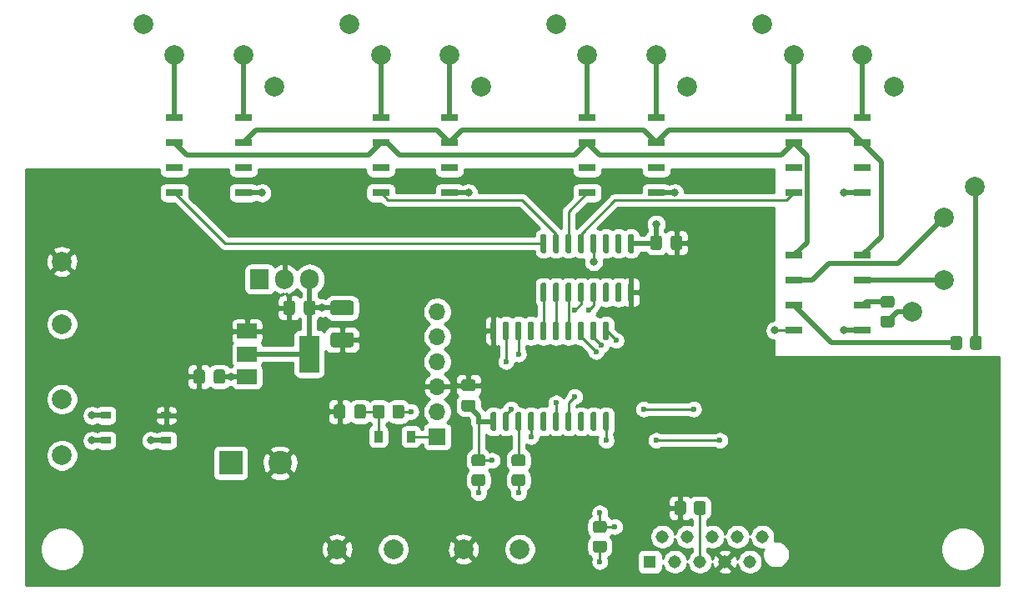
<source format=gbr>
G04 #@! TF.GenerationSoftware,KiCad,Pcbnew,(5.1.10-0-10_14)*
G04 #@! TF.CreationDate,2021-05-14T18:06:29+02:00*
G04 #@! TF.ProjectId,input-sel,696e7075-742d-4736-956c-2e6b69636164,rev?*
G04 #@! TF.SameCoordinates,Original*
G04 #@! TF.FileFunction,Copper,L1,Top*
G04 #@! TF.FilePolarity,Positive*
%FSLAX46Y46*%
G04 Gerber Fmt 4.6, Leading zero omitted, Abs format (unit mm)*
G04 Created by KiCad (PCBNEW (5.1.10-0-10_14)) date 2021-05-14 18:06:29*
%MOMM*%
%LPD*%
G01*
G04 APERTURE LIST*
G04 #@! TA.AperFunction,SMDPad,CuDef*
%ADD10R,2.000000X1.500000*%
G04 #@! TD*
G04 #@! TA.AperFunction,SMDPad,CuDef*
%ADD11R,2.000000X3.800000*%
G04 #@! TD*
G04 #@! TA.AperFunction,ComponentPad*
%ADD12R,1.308000X1.308000*%
G04 #@! TD*
G04 #@! TA.AperFunction,ComponentPad*
%ADD13C,1.308000*%
G04 #@! TD*
G04 #@! TA.AperFunction,SMDPad,CuDef*
%ADD14R,0.900000X1.200000*%
G04 #@! TD*
G04 #@! TA.AperFunction,ComponentPad*
%ADD15O,1.905000X2.000000*%
G04 #@! TD*
G04 #@! TA.AperFunction,ComponentPad*
%ADD16R,1.905000X2.000000*%
G04 #@! TD*
G04 #@! TA.AperFunction,SMDPad,CuDef*
%ADD17R,1.000000X0.800000*%
G04 #@! TD*
G04 #@! TA.AperFunction,ComponentPad*
%ADD18C,2.400000*%
G04 #@! TD*
G04 #@! TA.AperFunction,ComponentPad*
%ADD19R,2.400000X2.400000*%
G04 #@! TD*
G04 #@! TA.AperFunction,SMDPad,CuDef*
%ADD20R,1.800000X0.800000*%
G04 #@! TD*
G04 #@! TA.AperFunction,ComponentPad*
%ADD21C,2.000000*%
G04 #@! TD*
G04 #@! TA.AperFunction,ComponentPad*
%ADD22O,1.700000X1.700000*%
G04 #@! TD*
G04 #@! TA.AperFunction,ComponentPad*
%ADD23R,1.700000X1.700000*%
G04 #@! TD*
G04 #@! TA.AperFunction,ViaPad*
%ADD24C,0.800000*%
G04 #@! TD*
G04 #@! TA.AperFunction,ViaPad*
%ADD25C,0.600000*%
G04 #@! TD*
G04 #@! TA.AperFunction,Conductor*
%ADD26C,0.500000*%
G04 #@! TD*
G04 #@! TA.AperFunction,Conductor*
%ADD27C,0.250000*%
G04 #@! TD*
G04 #@! TA.AperFunction,Conductor*
%ADD28C,0.254000*%
G04 #@! TD*
G04 #@! TA.AperFunction,Conductor*
%ADD29C,0.100000*%
G04 #@! TD*
G04 APERTURE END LIST*
G04 #@! TA.AperFunction,SMDPad,CuDef*
G36*
G01*
X151508000Y-89719999D02*
X151508000Y-90620001D01*
G75*
G02*
X151258001Y-90870000I-249999J0D01*
G01*
X150557999Y-90870000D01*
G75*
G02*
X150308000Y-90620001I0J249999D01*
G01*
X150308000Y-89719999D01*
G75*
G02*
X150557999Y-89470000I249999J0D01*
G01*
X151258001Y-89470000D01*
G75*
G02*
X151508000Y-89719999I0J-249999D01*
G01*
G37*
G04 #@! TD.AperFunction*
G04 #@! TA.AperFunction,SMDPad,CuDef*
G36*
G01*
X153508000Y-89719999D02*
X153508000Y-90620001D01*
G75*
G02*
X153258001Y-90870000I-249999J0D01*
G01*
X152557999Y-90870000D01*
G75*
G02*
X152308000Y-90620001I0J249999D01*
G01*
X152308000Y-89719999D01*
G75*
G02*
X152557999Y-89470000I249999J0D01*
G01*
X153258001Y-89470000D01*
G75*
G02*
X153508000Y-89719999I0J-249999D01*
G01*
G37*
G04 #@! TD.AperFunction*
G04 #@! TA.AperFunction,SMDPad,CuDef*
G36*
G01*
X162710000Y-82915000D02*
X162410000Y-82915000D01*
G75*
G02*
X162260000Y-82765000I0J150000D01*
G01*
X162260000Y-81165000D01*
G75*
G02*
X162410000Y-81015000I150000J0D01*
G01*
X162710000Y-81015000D01*
G75*
G02*
X162860000Y-81165000I0J-150000D01*
G01*
X162860000Y-82765000D01*
G75*
G02*
X162710000Y-82915000I-150000J0D01*
G01*
G37*
G04 #@! TD.AperFunction*
G04 #@! TA.AperFunction,SMDPad,CuDef*
G36*
G01*
X163980000Y-82915000D02*
X163680000Y-82915000D01*
G75*
G02*
X163530000Y-82765000I0J150000D01*
G01*
X163530000Y-81165000D01*
G75*
G02*
X163680000Y-81015000I150000J0D01*
G01*
X163980000Y-81015000D01*
G75*
G02*
X164130000Y-81165000I0J-150000D01*
G01*
X164130000Y-82765000D01*
G75*
G02*
X163980000Y-82915000I-150000J0D01*
G01*
G37*
G04 #@! TD.AperFunction*
G04 #@! TA.AperFunction,SMDPad,CuDef*
G36*
G01*
X165250000Y-82915000D02*
X164950000Y-82915000D01*
G75*
G02*
X164800000Y-82765000I0J150000D01*
G01*
X164800000Y-81165000D01*
G75*
G02*
X164950000Y-81015000I150000J0D01*
G01*
X165250000Y-81015000D01*
G75*
G02*
X165400000Y-81165000I0J-150000D01*
G01*
X165400000Y-82765000D01*
G75*
G02*
X165250000Y-82915000I-150000J0D01*
G01*
G37*
G04 #@! TD.AperFunction*
G04 #@! TA.AperFunction,SMDPad,CuDef*
G36*
G01*
X166520000Y-82915000D02*
X166220000Y-82915000D01*
G75*
G02*
X166070000Y-82765000I0J150000D01*
G01*
X166070000Y-81165000D01*
G75*
G02*
X166220000Y-81015000I150000J0D01*
G01*
X166520000Y-81015000D01*
G75*
G02*
X166670000Y-81165000I0J-150000D01*
G01*
X166670000Y-82765000D01*
G75*
G02*
X166520000Y-82915000I-150000J0D01*
G01*
G37*
G04 #@! TD.AperFunction*
G04 #@! TA.AperFunction,SMDPad,CuDef*
G36*
G01*
X167790000Y-82915000D02*
X167490000Y-82915000D01*
G75*
G02*
X167340000Y-82765000I0J150000D01*
G01*
X167340000Y-81165000D01*
G75*
G02*
X167490000Y-81015000I150000J0D01*
G01*
X167790000Y-81015000D01*
G75*
G02*
X167940000Y-81165000I0J-150000D01*
G01*
X167940000Y-82765000D01*
G75*
G02*
X167790000Y-82915000I-150000J0D01*
G01*
G37*
G04 #@! TD.AperFunction*
G04 #@! TA.AperFunction,SMDPad,CuDef*
G36*
G01*
X169060000Y-82915000D02*
X168760000Y-82915000D01*
G75*
G02*
X168610000Y-82765000I0J150000D01*
G01*
X168610000Y-81165000D01*
G75*
G02*
X168760000Y-81015000I150000J0D01*
G01*
X169060000Y-81015000D01*
G75*
G02*
X169210000Y-81165000I0J-150000D01*
G01*
X169210000Y-82765000D01*
G75*
G02*
X169060000Y-82915000I-150000J0D01*
G01*
G37*
G04 #@! TD.AperFunction*
G04 #@! TA.AperFunction,SMDPad,CuDef*
G36*
G01*
X170330000Y-82915000D02*
X170030000Y-82915000D01*
G75*
G02*
X169880000Y-82765000I0J150000D01*
G01*
X169880000Y-81165000D01*
G75*
G02*
X170030000Y-81015000I150000J0D01*
G01*
X170330000Y-81015000D01*
G75*
G02*
X170480000Y-81165000I0J-150000D01*
G01*
X170480000Y-82765000D01*
G75*
G02*
X170330000Y-82915000I-150000J0D01*
G01*
G37*
G04 #@! TD.AperFunction*
G04 #@! TA.AperFunction,SMDPad,CuDef*
G36*
G01*
X171600000Y-82915000D02*
X171300000Y-82915000D01*
G75*
G02*
X171150000Y-82765000I0J150000D01*
G01*
X171150000Y-81165000D01*
G75*
G02*
X171300000Y-81015000I150000J0D01*
G01*
X171600000Y-81015000D01*
G75*
G02*
X171750000Y-81165000I0J-150000D01*
G01*
X171750000Y-82765000D01*
G75*
G02*
X171600000Y-82915000I-150000J0D01*
G01*
G37*
G04 #@! TD.AperFunction*
G04 #@! TA.AperFunction,SMDPad,CuDef*
G36*
G01*
X172870000Y-82915000D02*
X172570000Y-82915000D01*
G75*
G02*
X172420000Y-82765000I0J150000D01*
G01*
X172420000Y-81165000D01*
G75*
G02*
X172570000Y-81015000I150000J0D01*
G01*
X172870000Y-81015000D01*
G75*
G02*
X173020000Y-81165000I0J-150000D01*
G01*
X173020000Y-82765000D01*
G75*
G02*
X172870000Y-82915000I-150000J0D01*
G01*
G37*
G04 #@! TD.AperFunction*
G04 #@! TA.AperFunction,SMDPad,CuDef*
G36*
G01*
X174140000Y-82915000D02*
X173840000Y-82915000D01*
G75*
G02*
X173690000Y-82765000I0J150000D01*
G01*
X173690000Y-81165000D01*
G75*
G02*
X173840000Y-81015000I150000J0D01*
G01*
X174140000Y-81015000D01*
G75*
G02*
X174290000Y-81165000I0J-150000D01*
G01*
X174290000Y-82765000D01*
G75*
G02*
X174140000Y-82915000I-150000J0D01*
G01*
G37*
G04 #@! TD.AperFunction*
G04 #@! TA.AperFunction,SMDPad,CuDef*
G36*
G01*
X174140000Y-92115000D02*
X173840000Y-92115000D01*
G75*
G02*
X173690000Y-91965000I0J150000D01*
G01*
X173690000Y-90365000D01*
G75*
G02*
X173840000Y-90215000I150000J0D01*
G01*
X174140000Y-90215000D01*
G75*
G02*
X174290000Y-90365000I0J-150000D01*
G01*
X174290000Y-91965000D01*
G75*
G02*
X174140000Y-92115000I-150000J0D01*
G01*
G37*
G04 #@! TD.AperFunction*
G04 #@! TA.AperFunction,SMDPad,CuDef*
G36*
G01*
X172870000Y-92115000D02*
X172570000Y-92115000D01*
G75*
G02*
X172420000Y-91965000I0J150000D01*
G01*
X172420000Y-90365000D01*
G75*
G02*
X172570000Y-90215000I150000J0D01*
G01*
X172870000Y-90215000D01*
G75*
G02*
X173020000Y-90365000I0J-150000D01*
G01*
X173020000Y-91965000D01*
G75*
G02*
X172870000Y-92115000I-150000J0D01*
G01*
G37*
G04 #@! TD.AperFunction*
G04 #@! TA.AperFunction,SMDPad,CuDef*
G36*
G01*
X171600000Y-92115000D02*
X171300000Y-92115000D01*
G75*
G02*
X171150000Y-91965000I0J150000D01*
G01*
X171150000Y-90365000D01*
G75*
G02*
X171300000Y-90215000I150000J0D01*
G01*
X171600000Y-90215000D01*
G75*
G02*
X171750000Y-90365000I0J-150000D01*
G01*
X171750000Y-91965000D01*
G75*
G02*
X171600000Y-92115000I-150000J0D01*
G01*
G37*
G04 #@! TD.AperFunction*
G04 #@! TA.AperFunction,SMDPad,CuDef*
G36*
G01*
X170330000Y-92115000D02*
X170030000Y-92115000D01*
G75*
G02*
X169880000Y-91965000I0J150000D01*
G01*
X169880000Y-90365000D01*
G75*
G02*
X170030000Y-90215000I150000J0D01*
G01*
X170330000Y-90215000D01*
G75*
G02*
X170480000Y-90365000I0J-150000D01*
G01*
X170480000Y-91965000D01*
G75*
G02*
X170330000Y-92115000I-150000J0D01*
G01*
G37*
G04 #@! TD.AperFunction*
G04 #@! TA.AperFunction,SMDPad,CuDef*
G36*
G01*
X169060000Y-92115000D02*
X168760000Y-92115000D01*
G75*
G02*
X168610000Y-91965000I0J150000D01*
G01*
X168610000Y-90365000D01*
G75*
G02*
X168760000Y-90215000I150000J0D01*
G01*
X169060000Y-90215000D01*
G75*
G02*
X169210000Y-90365000I0J-150000D01*
G01*
X169210000Y-91965000D01*
G75*
G02*
X169060000Y-92115000I-150000J0D01*
G01*
G37*
G04 #@! TD.AperFunction*
G04 #@! TA.AperFunction,SMDPad,CuDef*
G36*
G01*
X167790000Y-92115000D02*
X167490000Y-92115000D01*
G75*
G02*
X167340000Y-91965000I0J150000D01*
G01*
X167340000Y-90365000D01*
G75*
G02*
X167490000Y-90215000I150000J0D01*
G01*
X167790000Y-90215000D01*
G75*
G02*
X167940000Y-90365000I0J-150000D01*
G01*
X167940000Y-91965000D01*
G75*
G02*
X167790000Y-92115000I-150000J0D01*
G01*
G37*
G04 #@! TD.AperFunction*
G04 #@! TA.AperFunction,SMDPad,CuDef*
G36*
G01*
X166520000Y-92115000D02*
X166220000Y-92115000D01*
G75*
G02*
X166070000Y-91965000I0J150000D01*
G01*
X166070000Y-90365000D01*
G75*
G02*
X166220000Y-90215000I150000J0D01*
G01*
X166520000Y-90215000D01*
G75*
G02*
X166670000Y-90365000I0J-150000D01*
G01*
X166670000Y-91965000D01*
G75*
G02*
X166520000Y-92115000I-150000J0D01*
G01*
G37*
G04 #@! TD.AperFunction*
G04 #@! TA.AperFunction,SMDPad,CuDef*
G36*
G01*
X165250000Y-92115000D02*
X164950000Y-92115000D01*
G75*
G02*
X164800000Y-91965000I0J150000D01*
G01*
X164800000Y-90365000D01*
G75*
G02*
X164950000Y-90215000I150000J0D01*
G01*
X165250000Y-90215000D01*
G75*
G02*
X165400000Y-90365000I0J-150000D01*
G01*
X165400000Y-91965000D01*
G75*
G02*
X165250000Y-92115000I-150000J0D01*
G01*
G37*
G04 #@! TD.AperFunction*
G04 #@! TA.AperFunction,SMDPad,CuDef*
G36*
G01*
X163980000Y-92115000D02*
X163680000Y-92115000D01*
G75*
G02*
X163530000Y-91965000I0J150000D01*
G01*
X163530000Y-90365000D01*
G75*
G02*
X163680000Y-90215000I150000J0D01*
G01*
X163980000Y-90215000D01*
G75*
G02*
X164130000Y-90365000I0J-150000D01*
G01*
X164130000Y-91965000D01*
G75*
G02*
X163980000Y-92115000I-150000J0D01*
G01*
G37*
G04 #@! TD.AperFunction*
G04 #@! TA.AperFunction,SMDPad,CuDef*
G36*
G01*
X162710000Y-92115000D02*
X162410000Y-92115000D01*
G75*
G02*
X162260000Y-91965000I0J150000D01*
G01*
X162260000Y-90365000D01*
G75*
G02*
X162410000Y-90215000I150000J0D01*
G01*
X162710000Y-90215000D01*
G75*
G02*
X162860000Y-90365000I0J-150000D01*
G01*
X162860000Y-91965000D01*
G75*
G02*
X162710000Y-92115000I-150000J0D01*
G01*
G37*
G04 #@! TD.AperFunction*
D10*
X137541000Y-82014000D03*
X137541000Y-86614000D03*
X137541000Y-84314000D03*
D11*
X143841000Y-84314000D03*
D12*
X178435000Y-105410000D03*
D13*
X179705000Y-102870000D03*
X180975000Y-105410000D03*
X182245000Y-102870000D03*
X183515000Y-105410000D03*
X184785000Y-102870000D03*
X186055000Y-105410000D03*
X187325000Y-102870000D03*
X188595000Y-105410000D03*
X189865000Y-102870000D03*
D14*
X150878000Y-92710000D03*
X154178000Y-92710000D03*
G04 #@! TA.AperFunction,SMDPad,CuDef*
G36*
G01*
X147526500Y-89695000D02*
X147526500Y-90645000D01*
G75*
G02*
X147276500Y-90895000I-250000J0D01*
G01*
X146601500Y-90895000D01*
G75*
G02*
X146351500Y-90645000I0J250000D01*
G01*
X146351500Y-89695000D01*
G75*
G02*
X146601500Y-89445000I250000J0D01*
G01*
X147276500Y-89445000D01*
G75*
G02*
X147526500Y-89695000I0J-250000D01*
G01*
G37*
G04 #@! TD.AperFunction*
G04 #@! TA.AperFunction,SMDPad,CuDef*
G36*
G01*
X149601500Y-89695000D02*
X149601500Y-90645000D01*
G75*
G02*
X149351500Y-90895000I-250000J0D01*
G01*
X148676500Y-90895000D01*
G75*
G02*
X148426500Y-90645000I0J250000D01*
G01*
X148426500Y-89695000D01*
G75*
G02*
X148676500Y-89445000I250000J0D01*
G01*
X149351500Y-89445000D01*
G75*
G02*
X149601500Y-89695000I0J-250000D01*
G01*
G37*
G04 #@! TD.AperFunction*
G04 #@! TA.AperFunction,SMDPad,CuDef*
G36*
G01*
X146268000Y-82129000D02*
X148118000Y-82129000D01*
G75*
G02*
X148368000Y-82379000I0J-250000D01*
G01*
X148368000Y-83379000D01*
G75*
G02*
X148118000Y-83629000I-250000J0D01*
G01*
X146268000Y-83629000D01*
G75*
G02*
X146018000Y-83379000I0J250000D01*
G01*
X146018000Y-82379000D01*
G75*
G02*
X146268000Y-82129000I250000J0D01*
G01*
G37*
G04 #@! TD.AperFunction*
G04 #@! TA.AperFunction,SMDPad,CuDef*
G36*
G01*
X146268000Y-78879000D02*
X148118000Y-78879000D01*
G75*
G02*
X148368000Y-79129000I0J-250000D01*
G01*
X148368000Y-80129000D01*
G75*
G02*
X148118000Y-80379000I-250000J0D01*
G01*
X146268000Y-80379000D01*
G75*
G02*
X146018000Y-80129000I0J250000D01*
G01*
X146018000Y-79129000D01*
G75*
G02*
X146268000Y-78879000I250000J0D01*
G01*
G37*
G04 #@! TD.AperFunction*
D15*
X143891000Y-76708000D03*
X141351000Y-76708000D03*
D16*
X138811000Y-76708000D03*
D17*
X129340000Y-90551000D03*
X129340000Y-93091000D03*
X123190000Y-93091000D03*
X123190000Y-90551000D03*
D18*
X140890000Y-95377000D03*
D19*
X135890000Y-95377000D03*
G04 #@! TA.AperFunction,SMDPad,CuDef*
G36*
G01*
X167790000Y-74065000D02*
X167490000Y-74065000D01*
G75*
G02*
X167340000Y-73915000I0J150000D01*
G01*
X167340000Y-72265000D01*
G75*
G02*
X167490000Y-72115000I150000J0D01*
G01*
X167790000Y-72115000D01*
G75*
G02*
X167940000Y-72265000I0J-150000D01*
G01*
X167940000Y-73915000D01*
G75*
G02*
X167790000Y-74065000I-150000J0D01*
G01*
G37*
G04 #@! TD.AperFunction*
G04 #@! TA.AperFunction,SMDPad,CuDef*
G36*
G01*
X169060000Y-74065000D02*
X168760000Y-74065000D01*
G75*
G02*
X168610000Y-73915000I0J150000D01*
G01*
X168610000Y-72265000D01*
G75*
G02*
X168760000Y-72115000I150000J0D01*
G01*
X169060000Y-72115000D01*
G75*
G02*
X169210000Y-72265000I0J-150000D01*
G01*
X169210000Y-73915000D01*
G75*
G02*
X169060000Y-74065000I-150000J0D01*
G01*
G37*
G04 #@! TD.AperFunction*
G04 #@! TA.AperFunction,SMDPad,CuDef*
G36*
G01*
X170330000Y-74065000D02*
X170030000Y-74065000D01*
G75*
G02*
X169880000Y-73915000I0J150000D01*
G01*
X169880000Y-72265000D01*
G75*
G02*
X170030000Y-72115000I150000J0D01*
G01*
X170330000Y-72115000D01*
G75*
G02*
X170480000Y-72265000I0J-150000D01*
G01*
X170480000Y-73915000D01*
G75*
G02*
X170330000Y-74065000I-150000J0D01*
G01*
G37*
G04 #@! TD.AperFunction*
G04 #@! TA.AperFunction,SMDPad,CuDef*
G36*
G01*
X171600000Y-74065000D02*
X171300000Y-74065000D01*
G75*
G02*
X171150000Y-73915000I0J150000D01*
G01*
X171150000Y-72265000D01*
G75*
G02*
X171300000Y-72115000I150000J0D01*
G01*
X171600000Y-72115000D01*
G75*
G02*
X171750000Y-72265000I0J-150000D01*
G01*
X171750000Y-73915000D01*
G75*
G02*
X171600000Y-74065000I-150000J0D01*
G01*
G37*
G04 #@! TD.AperFunction*
G04 #@! TA.AperFunction,SMDPad,CuDef*
G36*
G01*
X172870000Y-74065000D02*
X172570000Y-74065000D01*
G75*
G02*
X172420000Y-73915000I0J150000D01*
G01*
X172420000Y-72265000D01*
G75*
G02*
X172570000Y-72115000I150000J0D01*
G01*
X172870000Y-72115000D01*
G75*
G02*
X173020000Y-72265000I0J-150000D01*
G01*
X173020000Y-73915000D01*
G75*
G02*
X172870000Y-74065000I-150000J0D01*
G01*
G37*
G04 #@! TD.AperFunction*
G04 #@! TA.AperFunction,SMDPad,CuDef*
G36*
G01*
X174140000Y-74065000D02*
X173840000Y-74065000D01*
G75*
G02*
X173690000Y-73915000I0J150000D01*
G01*
X173690000Y-72265000D01*
G75*
G02*
X173840000Y-72115000I150000J0D01*
G01*
X174140000Y-72115000D01*
G75*
G02*
X174290000Y-72265000I0J-150000D01*
G01*
X174290000Y-73915000D01*
G75*
G02*
X174140000Y-74065000I-150000J0D01*
G01*
G37*
G04 #@! TD.AperFunction*
G04 #@! TA.AperFunction,SMDPad,CuDef*
G36*
G01*
X175410000Y-74065000D02*
X175110000Y-74065000D01*
G75*
G02*
X174960000Y-73915000I0J150000D01*
G01*
X174960000Y-72265000D01*
G75*
G02*
X175110000Y-72115000I150000J0D01*
G01*
X175410000Y-72115000D01*
G75*
G02*
X175560000Y-72265000I0J-150000D01*
G01*
X175560000Y-73915000D01*
G75*
G02*
X175410000Y-74065000I-150000J0D01*
G01*
G37*
G04 #@! TD.AperFunction*
G04 #@! TA.AperFunction,SMDPad,CuDef*
G36*
G01*
X176680000Y-74065000D02*
X176380000Y-74065000D01*
G75*
G02*
X176230000Y-73915000I0J150000D01*
G01*
X176230000Y-72265000D01*
G75*
G02*
X176380000Y-72115000I150000J0D01*
G01*
X176680000Y-72115000D01*
G75*
G02*
X176830000Y-72265000I0J-150000D01*
G01*
X176830000Y-73915000D01*
G75*
G02*
X176680000Y-74065000I-150000J0D01*
G01*
G37*
G04 #@! TD.AperFunction*
G04 #@! TA.AperFunction,SMDPad,CuDef*
G36*
G01*
X176680000Y-79015000D02*
X176380000Y-79015000D01*
G75*
G02*
X176230000Y-78865000I0J150000D01*
G01*
X176230000Y-77215000D01*
G75*
G02*
X176380000Y-77065000I150000J0D01*
G01*
X176680000Y-77065000D01*
G75*
G02*
X176830000Y-77215000I0J-150000D01*
G01*
X176830000Y-78865000D01*
G75*
G02*
X176680000Y-79015000I-150000J0D01*
G01*
G37*
G04 #@! TD.AperFunction*
G04 #@! TA.AperFunction,SMDPad,CuDef*
G36*
G01*
X175410000Y-79015000D02*
X175110000Y-79015000D01*
G75*
G02*
X174960000Y-78865000I0J150000D01*
G01*
X174960000Y-77215000D01*
G75*
G02*
X175110000Y-77065000I150000J0D01*
G01*
X175410000Y-77065000D01*
G75*
G02*
X175560000Y-77215000I0J-150000D01*
G01*
X175560000Y-78865000D01*
G75*
G02*
X175410000Y-79015000I-150000J0D01*
G01*
G37*
G04 #@! TD.AperFunction*
G04 #@! TA.AperFunction,SMDPad,CuDef*
G36*
G01*
X174140000Y-79015000D02*
X173840000Y-79015000D01*
G75*
G02*
X173690000Y-78865000I0J150000D01*
G01*
X173690000Y-77215000D01*
G75*
G02*
X173840000Y-77065000I150000J0D01*
G01*
X174140000Y-77065000D01*
G75*
G02*
X174290000Y-77215000I0J-150000D01*
G01*
X174290000Y-78865000D01*
G75*
G02*
X174140000Y-79015000I-150000J0D01*
G01*
G37*
G04 #@! TD.AperFunction*
G04 #@! TA.AperFunction,SMDPad,CuDef*
G36*
G01*
X172870000Y-79015000D02*
X172570000Y-79015000D01*
G75*
G02*
X172420000Y-78865000I0J150000D01*
G01*
X172420000Y-77215000D01*
G75*
G02*
X172570000Y-77065000I150000J0D01*
G01*
X172870000Y-77065000D01*
G75*
G02*
X173020000Y-77215000I0J-150000D01*
G01*
X173020000Y-78865000D01*
G75*
G02*
X172870000Y-79015000I-150000J0D01*
G01*
G37*
G04 #@! TD.AperFunction*
G04 #@! TA.AperFunction,SMDPad,CuDef*
G36*
G01*
X171600000Y-79015000D02*
X171300000Y-79015000D01*
G75*
G02*
X171150000Y-78865000I0J150000D01*
G01*
X171150000Y-77215000D01*
G75*
G02*
X171300000Y-77065000I150000J0D01*
G01*
X171600000Y-77065000D01*
G75*
G02*
X171750000Y-77215000I0J-150000D01*
G01*
X171750000Y-78865000D01*
G75*
G02*
X171600000Y-79015000I-150000J0D01*
G01*
G37*
G04 #@! TD.AperFunction*
G04 #@! TA.AperFunction,SMDPad,CuDef*
G36*
G01*
X170330000Y-79015000D02*
X170030000Y-79015000D01*
G75*
G02*
X169880000Y-78865000I0J150000D01*
G01*
X169880000Y-77215000D01*
G75*
G02*
X170030000Y-77065000I150000J0D01*
G01*
X170330000Y-77065000D01*
G75*
G02*
X170480000Y-77215000I0J-150000D01*
G01*
X170480000Y-78865000D01*
G75*
G02*
X170330000Y-79015000I-150000J0D01*
G01*
G37*
G04 #@! TD.AperFunction*
G04 #@! TA.AperFunction,SMDPad,CuDef*
G36*
G01*
X169060000Y-79015000D02*
X168760000Y-79015000D01*
G75*
G02*
X168610000Y-78865000I0J150000D01*
G01*
X168610000Y-77215000D01*
G75*
G02*
X168760000Y-77065000I150000J0D01*
G01*
X169060000Y-77065000D01*
G75*
G02*
X169210000Y-77215000I0J-150000D01*
G01*
X169210000Y-78865000D01*
G75*
G02*
X169060000Y-79015000I-150000J0D01*
G01*
G37*
G04 #@! TD.AperFunction*
G04 #@! TA.AperFunction,SMDPad,CuDef*
G36*
G01*
X167790000Y-79015000D02*
X167490000Y-79015000D01*
G75*
G02*
X167340000Y-78865000I0J150000D01*
G01*
X167340000Y-77215000D01*
G75*
G02*
X167490000Y-77065000I150000J0D01*
G01*
X167790000Y-77065000D01*
G75*
G02*
X167940000Y-77215000I0J-150000D01*
G01*
X167940000Y-78865000D01*
G75*
G02*
X167790000Y-79015000I-150000J0D01*
G01*
G37*
G04 #@! TD.AperFunction*
G04 #@! TA.AperFunction,SMDPad,CuDef*
G36*
G01*
X182115000Y-99498999D02*
X182115000Y-100399001D01*
G75*
G02*
X181865001Y-100649000I-249999J0D01*
G01*
X181164999Y-100649000D01*
G75*
G02*
X180915000Y-100399001I0J249999D01*
G01*
X180915000Y-99498999D01*
G75*
G02*
X181164999Y-99249000I249999J0D01*
G01*
X181865001Y-99249000D01*
G75*
G02*
X182115000Y-99498999I0J-249999D01*
G01*
G37*
G04 #@! TD.AperFunction*
G04 #@! TA.AperFunction,SMDPad,CuDef*
G36*
G01*
X184115000Y-99498999D02*
X184115000Y-100399001D01*
G75*
G02*
X183865001Y-100649000I-249999J0D01*
G01*
X183164999Y-100649000D01*
G75*
G02*
X182915000Y-100399001I0J249999D01*
G01*
X182915000Y-99498999D01*
G75*
G02*
X183164999Y-99249000I249999J0D01*
G01*
X183865001Y-99249000D01*
G75*
G02*
X184115000Y-99498999I0J-249999D01*
G01*
G37*
G04 #@! TD.AperFunction*
G04 #@! TA.AperFunction,SMDPad,CuDef*
G36*
G01*
X173805001Y-102470000D02*
X172904999Y-102470000D01*
G75*
G02*
X172655000Y-102220001I0J249999D01*
G01*
X172655000Y-101519999D01*
G75*
G02*
X172904999Y-101270000I249999J0D01*
G01*
X173805001Y-101270000D01*
G75*
G02*
X174055000Y-101519999I0J-249999D01*
G01*
X174055000Y-102220001D01*
G75*
G02*
X173805001Y-102470000I-249999J0D01*
G01*
G37*
G04 #@! TD.AperFunction*
G04 #@! TA.AperFunction,SMDPad,CuDef*
G36*
G01*
X173805001Y-104470000D02*
X172904999Y-104470000D01*
G75*
G02*
X172655000Y-104220001I0J249999D01*
G01*
X172655000Y-103519999D01*
G75*
G02*
X172904999Y-103270000I249999J0D01*
G01*
X173805001Y-103270000D01*
G75*
G02*
X174055000Y-103519999I0J-249999D01*
G01*
X174055000Y-104220001D01*
G75*
G02*
X173805001Y-104470000I-249999J0D01*
G01*
G37*
G04 #@! TD.AperFunction*
G04 #@! TA.AperFunction,SMDPad,CuDef*
G36*
G01*
X210150000Y-82734999D02*
X210150000Y-83635001D01*
G75*
G02*
X209900001Y-83885000I-249999J0D01*
G01*
X209199999Y-83885000D01*
G75*
G02*
X208950000Y-83635001I0J249999D01*
G01*
X208950000Y-82734999D01*
G75*
G02*
X209199999Y-82485000I249999J0D01*
G01*
X209900001Y-82485000D01*
G75*
G02*
X210150000Y-82734999I0J-249999D01*
G01*
G37*
G04 #@! TD.AperFunction*
G04 #@! TA.AperFunction,SMDPad,CuDef*
G36*
G01*
X212150000Y-82734999D02*
X212150000Y-83635001D01*
G75*
G02*
X211900001Y-83885000I-249999J0D01*
G01*
X211199999Y-83885000D01*
G75*
G02*
X210950000Y-83635001I0J249999D01*
G01*
X210950000Y-82734999D01*
G75*
G02*
X211199999Y-82485000I249999J0D01*
G01*
X211900001Y-82485000D01*
G75*
G02*
X212150000Y-82734999I0J-249999D01*
G01*
G37*
G04 #@! TD.AperFunction*
G04 #@! TA.AperFunction,SMDPad,CuDef*
G36*
G01*
X203015001Y-79610000D02*
X202114999Y-79610000D01*
G75*
G02*
X201865000Y-79360001I0J249999D01*
G01*
X201865000Y-78659999D01*
G75*
G02*
X202114999Y-78410000I249999J0D01*
G01*
X203015001Y-78410000D01*
G75*
G02*
X203265000Y-78659999I0J-249999D01*
G01*
X203265000Y-79360001D01*
G75*
G02*
X203015001Y-79610000I-249999J0D01*
G01*
G37*
G04 #@! TD.AperFunction*
G04 #@! TA.AperFunction,SMDPad,CuDef*
G36*
G01*
X203015001Y-81610000D02*
X202114999Y-81610000D01*
G75*
G02*
X201865000Y-81360001I0J249999D01*
G01*
X201865000Y-80659999D01*
G75*
G02*
X202114999Y-80410000I249999J0D01*
G01*
X203015001Y-80410000D01*
G75*
G02*
X203265000Y-80659999I0J-249999D01*
G01*
X203265000Y-81360001D01*
G75*
G02*
X203015001Y-81610000I-249999J0D01*
G01*
G37*
G04 #@! TD.AperFunction*
G04 #@! TA.AperFunction,SMDPad,CuDef*
G36*
G01*
X160585999Y-96523000D02*
X161486001Y-96523000D01*
G75*
G02*
X161736000Y-96772999I0J-249999D01*
G01*
X161736000Y-97473001D01*
G75*
G02*
X161486001Y-97723000I-249999J0D01*
G01*
X160585999Y-97723000D01*
G75*
G02*
X160336000Y-97473001I0J249999D01*
G01*
X160336000Y-96772999D01*
G75*
G02*
X160585999Y-96523000I249999J0D01*
G01*
G37*
G04 #@! TD.AperFunction*
G04 #@! TA.AperFunction,SMDPad,CuDef*
G36*
G01*
X160585999Y-94523000D02*
X161486001Y-94523000D01*
G75*
G02*
X161736000Y-94772999I0J-249999D01*
G01*
X161736000Y-95473001D01*
G75*
G02*
X161486001Y-95723000I-249999J0D01*
G01*
X160585999Y-95723000D01*
G75*
G02*
X160336000Y-95473001I0J249999D01*
G01*
X160336000Y-94772999D01*
G75*
G02*
X160585999Y-94523000I249999J0D01*
G01*
G37*
G04 #@! TD.AperFunction*
G04 #@! TA.AperFunction,SMDPad,CuDef*
G36*
G01*
X164649999Y-96523000D02*
X165550001Y-96523000D01*
G75*
G02*
X165800000Y-96772999I0J-249999D01*
G01*
X165800000Y-97473001D01*
G75*
G02*
X165550001Y-97723000I-249999J0D01*
G01*
X164649999Y-97723000D01*
G75*
G02*
X164400000Y-97473001I0J249999D01*
G01*
X164400000Y-96772999D01*
G75*
G02*
X164649999Y-96523000I249999J0D01*
G01*
G37*
G04 #@! TD.AperFunction*
G04 #@! TA.AperFunction,SMDPad,CuDef*
G36*
G01*
X164649999Y-94523000D02*
X165550001Y-94523000D01*
G75*
G02*
X165800000Y-94772999I0J-249999D01*
G01*
X165800000Y-95473001D01*
G75*
G02*
X165550001Y-95723000I-249999J0D01*
G01*
X164649999Y-95723000D01*
G75*
G02*
X164400000Y-95473001I0J249999D01*
G01*
X164400000Y-94772999D01*
G75*
G02*
X164649999Y-94523000I249999J0D01*
G01*
G37*
G04 #@! TD.AperFunction*
D20*
X200025000Y-67945000D03*
X200025000Y-65405000D03*
X200025000Y-62865000D03*
X200025000Y-60325000D03*
X193025000Y-60325000D03*
X193025000Y-62865000D03*
X193025000Y-65405000D03*
X193025000Y-67945000D03*
X179070000Y-67945000D03*
X179070000Y-65405000D03*
X179070000Y-62865000D03*
X179070000Y-60325000D03*
X172070000Y-60325000D03*
X172070000Y-62865000D03*
X172070000Y-65405000D03*
X172070000Y-67945000D03*
X158115000Y-67945000D03*
X158115000Y-65405000D03*
X158115000Y-62865000D03*
X158115000Y-60325000D03*
X151115000Y-60325000D03*
X151115000Y-62865000D03*
X151115000Y-65405000D03*
X151115000Y-67945000D03*
X137160000Y-67945000D03*
X137160000Y-65405000D03*
X137160000Y-62865000D03*
X137160000Y-60325000D03*
X130160000Y-60325000D03*
X130160000Y-62865000D03*
X130160000Y-65405000D03*
X130160000Y-67945000D03*
X200040000Y-81915000D03*
X200040000Y-79375000D03*
X200040000Y-76835000D03*
X200040000Y-74295000D03*
X193040000Y-74295000D03*
X193040000Y-76835000D03*
X193040000Y-79375000D03*
X193040000Y-81915000D03*
D21*
X189865000Y-50800000D03*
X193040000Y-53975000D03*
X203200000Y-57150000D03*
X200025000Y-53975000D03*
X168910000Y-50800000D03*
X172085000Y-53975000D03*
X182245000Y-57150000D03*
X179070000Y-53975000D03*
X147955000Y-50800000D03*
X151130000Y-53975000D03*
X161290000Y-57150000D03*
X158115000Y-53975000D03*
X127000000Y-50800000D03*
X130175000Y-53975000D03*
X140335000Y-57150000D03*
X137160000Y-53975000D03*
X211455000Y-67310000D03*
X208280000Y-70485000D03*
X205105000Y-80010000D03*
X208280000Y-76835000D03*
D22*
X156845000Y-80010000D03*
X156845000Y-82550000D03*
X156845000Y-85090000D03*
X156845000Y-87630000D03*
X156845000Y-90170000D03*
D23*
X156845000Y-92710000D03*
D21*
X118745000Y-88900000D03*
X118745000Y-94615000D03*
X118745000Y-74930000D03*
X118745000Y-81280000D03*
X146685000Y-104140000D03*
X152400000Y-104140000D03*
X159512000Y-104140000D03*
X165227000Y-104140000D03*
G04 #@! TA.AperFunction,SMDPad,CuDef*
G36*
G01*
X160495000Y-88069000D02*
X159545000Y-88069000D01*
G75*
G02*
X159295000Y-87819000I0J250000D01*
G01*
X159295000Y-87144000D01*
G75*
G02*
X159545000Y-86894000I250000J0D01*
G01*
X160495000Y-86894000D01*
G75*
G02*
X160745000Y-87144000I0J-250000D01*
G01*
X160745000Y-87819000D01*
G75*
G02*
X160495000Y-88069000I-250000J0D01*
G01*
G37*
G04 #@! TD.AperFunction*
G04 #@! TA.AperFunction,SMDPad,CuDef*
G36*
G01*
X160495000Y-90144000D02*
X159545000Y-90144000D01*
G75*
G02*
X159295000Y-89894000I0J250000D01*
G01*
X159295000Y-89219000D01*
G75*
G02*
X159545000Y-88969000I250000J0D01*
G01*
X160495000Y-88969000D01*
G75*
G02*
X160745000Y-89219000I0J-250000D01*
G01*
X160745000Y-89894000D01*
G75*
G02*
X160495000Y-90144000I-250000J0D01*
G01*
G37*
G04 #@! TD.AperFunction*
G04 #@! TA.AperFunction,SMDPad,CuDef*
G36*
G01*
X179657500Y-72550000D02*
X179657500Y-73500000D01*
G75*
G02*
X179407500Y-73750000I-250000J0D01*
G01*
X178732500Y-73750000D01*
G75*
G02*
X178482500Y-73500000I0J250000D01*
G01*
X178482500Y-72550000D01*
G75*
G02*
X178732500Y-72300000I250000J0D01*
G01*
X179407500Y-72300000D01*
G75*
G02*
X179657500Y-72550000I0J-250000D01*
G01*
G37*
G04 #@! TD.AperFunction*
G04 #@! TA.AperFunction,SMDPad,CuDef*
G36*
G01*
X181732500Y-72550000D02*
X181732500Y-73500000D01*
G75*
G02*
X181482500Y-73750000I-250000J0D01*
G01*
X180807500Y-73750000D01*
G75*
G02*
X180557500Y-73500000I0J250000D01*
G01*
X180557500Y-72550000D01*
G75*
G02*
X180807500Y-72300000I250000J0D01*
G01*
X181482500Y-72300000D01*
G75*
G02*
X181732500Y-72550000I0J-250000D01*
G01*
G37*
G04 #@! TD.AperFunction*
G04 #@! TA.AperFunction,SMDPad,CuDef*
G36*
G01*
X142403500Y-79154000D02*
X142403500Y-80104000D01*
G75*
G02*
X142153500Y-80354000I-250000J0D01*
G01*
X141478500Y-80354000D01*
G75*
G02*
X141228500Y-80104000I0J250000D01*
G01*
X141228500Y-79154000D01*
G75*
G02*
X141478500Y-78904000I250000J0D01*
G01*
X142153500Y-78904000D01*
G75*
G02*
X142403500Y-79154000I0J-250000D01*
G01*
G37*
G04 #@! TD.AperFunction*
G04 #@! TA.AperFunction,SMDPad,CuDef*
G36*
G01*
X144478500Y-79154000D02*
X144478500Y-80104000D01*
G75*
G02*
X144228500Y-80354000I-250000J0D01*
G01*
X143553500Y-80354000D01*
G75*
G02*
X143303500Y-80104000I0J250000D01*
G01*
X143303500Y-79154000D01*
G75*
G02*
X143553500Y-78904000I250000J0D01*
G01*
X144228500Y-78904000D01*
G75*
G02*
X144478500Y-79154000I0J-250000D01*
G01*
G37*
G04 #@! TD.AperFunction*
G04 #@! TA.AperFunction,SMDPad,CuDef*
G36*
G01*
X133259500Y-86139000D02*
X133259500Y-87089000D01*
G75*
G02*
X133009500Y-87339000I-250000J0D01*
G01*
X132334500Y-87339000D01*
G75*
G02*
X132084500Y-87089000I0J250000D01*
G01*
X132084500Y-86139000D01*
G75*
G02*
X132334500Y-85889000I250000J0D01*
G01*
X133009500Y-85889000D01*
G75*
G02*
X133259500Y-86139000I0J-250000D01*
G01*
G37*
G04 #@! TD.AperFunction*
G04 #@! TA.AperFunction,SMDPad,CuDef*
G36*
G01*
X135334500Y-86139000D02*
X135334500Y-87089000D01*
G75*
G02*
X135084500Y-87339000I-250000J0D01*
G01*
X134409500Y-87339000D01*
G75*
G02*
X134159500Y-87089000I0J250000D01*
G01*
X134159500Y-86139000D01*
G75*
G02*
X134409500Y-85889000I250000J0D01*
G01*
X135084500Y-85889000D01*
G75*
G02*
X135334500Y-86139000I0J-250000D01*
G01*
G37*
G04 #@! TD.AperFunction*
D24*
X127762000Y-93091000D03*
X135890000Y-86614000D03*
X198120000Y-81915000D03*
X198120000Y-67945000D03*
X180975000Y-67945000D03*
X160020000Y-67945000D03*
X139065000Y-67945000D03*
X179070000Y-71120000D03*
D25*
X161036000Y-91186000D03*
X174879000Y-101854000D03*
X162433000Y-95123000D03*
X173355000Y-100457000D03*
X154178000Y-90170000D03*
D24*
X145161000Y-79629000D03*
D25*
X165100000Y-98425000D03*
X161036000Y-98425000D03*
X164338000Y-89916000D03*
X177800000Y-89916000D03*
X182880000Y-89916000D03*
X173990000Y-93091000D03*
X179070000Y-93091000D03*
X185547000Y-93091000D03*
X175006000Y-82931000D03*
X173482000Y-83439000D03*
X172972058Y-84075942D03*
X173355000Y-105410000D03*
X165100000Y-84328000D03*
X163830000Y-85090000D03*
D24*
X172720000Y-74930000D03*
X191135000Y-81915000D03*
D25*
X170815000Y-79883000D03*
X170815000Y-88646000D03*
X172212000Y-79883000D03*
X168910000Y-89281000D03*
D24*
X121793000Y-93091000D03*
X121793000Y-90551000D03*
D25*
X166370000Y-92710000D03*
D26*
X129340000Y-93091000D02*
X127762000Y-93091000D01*
X134747000Y-86614000D02*
X135890000Y-86614000D01*
X135890000Y-86614000D02*
X137541000Y-86614000D01*
X200040000Y-81915000D02*
X198120000Y-81915000D01*
X198120000Y-67945000D02*
X200025000Y-67945000D01*
X180975000Y-67945000D02*
X179070000Y-67945000D01*
X160020000Y-67945000D02*
X158115000Y-67945000D01*
X139065000Y-67945000D02*
X137160000Y-67945000D01*
X179005000Y-73090000D02*
X179070000Y-73025000D01*
X176530000Y-73090000D02*
X179005000Y-73090000D01*
X179070000Y-73025000D02*
X179070000Y-71120000D01*
X161065000Y-91215000D02*
X161036000Y-91186000D01*
X162560000Y-91215000D02*
X161065000Y-91215000D01*
X161036000Y-90572500D02*
X160020000Y-89556500D01*
X161036000Y-91186000D02*
X161036000Y-90572500D01*
D27*
X161036000Y-91186000D02*
X161036000Y-95123000D01*
X173371000Y-101854000D02*
X173355000Y-101870000D01*
X174863000Y-101870000D02*
X174879000Y-101854000D01*
X173355000Y-101870000D02*
X174863000Y-101870000D01*
X161036000Y-95123000D02*
X162433000Y-95123000D01*
X173355000Y-100457000D02*
X173355000Y-101870000D01*
X152908000Y-90170000D02*
X154178000Y-90170000D01*
D26*
X143841000Y-84314000D02*
X137541000Y-84314000D01*
X143841000Y-79679000D02*
X143891000Y-79629000D01*
X143841000Y-84314000D02*
X143841000Y-79679000D01*
X143891000Y-79629000D02*
X143891000Y-76708000D01*
X143891000Y-79629000D02*
X145161000Y-79629000D01*
X145161000Y-79629000D02*
X147193000Y-79629000D01*
D27*
X165100000Y-97123000D02*
X165100000Y-98425000D01*
X161036000Y-98425000D02*
X161036000Y-97123000D01*
X163830000Y-90424000D02*
X164338000Y-89916000D01*
X163830000Y-91215000D02*
X163830000Y-90424000D01*
X177800000Y-89916000D02*
X182880000Y-89916000D01*
X173990000Y-91215000D02*
X173990000Y-93091000D01*
X179070000Y-93091000D02*
X185547000Y-93091000D01*
X173990000Y-81915000D02*
X175006000Y-82931000D01*
X183515000Y-105410000D02*
X183515000Y-99949000D01*
X172720000Y-82677000D02*
X173482000Y-83439000D01*
X172720000Y-81915000D02*
X172720000Y-82677000D01*
X171450000Y-82553884D02*
X172972058Y-84075942D01*
X171450000Y-81915000D02*
X171450000Y-82553884D01*
X173355000Y-103870000D02*
X173355000Y-105410000D01*
X165100000Y-81915000D02*
X165100000Y-84328000D01*
X163830000Y-81915000D02*
X163830000Y-85090000D01*
D26*
X208280000Y-76835000D02*
X200040000Y-76835000D01*
X203565000Y-80010000D02*
X202565000Y-81010000D01*
X205105000Y-80010000D02*
X203565000Y-80010000D01*
X193040000Y-76835000D02*
X194945000Y-76835000D01*
X203619999Y-75145001D02*
X196634999Y-75145001D01*
X208280000Y-70485000D02*
X203619999Y-75145001D01*
X196634999Y-75145001D02*
X194945000Y-76835000D01*
X211550000Y-67405000D02*
X211455000Y-67310000D01*
X211550000Y-83185000D02*
X211550000Y-67405000D01*
X137160000Y-53975000D02*
X137160000Y-60325000D01*
X130175000Y-60310000D02*
X130160000Y-60325000D01*
X130175000Y-53975000D02*
X130175000Y-60310000D01*
X158115000Y-53975000D02*
X158115000Y-60325000D01*
X151130000Y-60310000D02*
X151115000Y-60325000D01*
X151130000Y-53975000D02*
X151130000Y-60310000D01*
X179070000Y-53975000D02*
X179070000Y-60325000D01*
X172085000Y-60310000D02*
X172070000Y-60325000D01*
X172085000Y-53975000D02*
X172085000Y-60310000D01*
X200025000Y-53975000D02*
X200025000Y-60325000D01*
X193040000Y-60310000D02*
X193025000Y-60325000D01*
X193040000Y-53975000D02*
X193040000Y-60310000D01*
X200405000Y-79010000D02*
X200040000Y-79375000D01*
X202565000Y-79010000D02*
X200405000Y-79010000D01*
X137160000Y-62865000D02*
X137795000Y-62865000D01*
X137160000Y-62865000D02*
X138430000Y-61595000D01*
X156845000Y-61595000D02*
X158115000Y-62865000D01*
X138430000Y-61595000D02*
X156845000Y-61595000D01*
X177800000Y-61595000D02*
X179070000Y-62865000D01*
X159385000Y-61595000D02*
X177800000Y-61595000D01*
X158115000Y-62865000D02*
X159385000Y-61595000D01*
X198755000Y-61595000D02*
X200025000Y-62865000D01*
X180340000Y-61595000D02*
X198755000Y-61595000D01*
X179070000Y-62865000D02*
X180340000Y-61595000D01*
X200025000Y-62865000D02*
X201930000Y-64770000D01*
X201930000Y-72405000D02*
X200040000Y-74295000D01*
X201930000Y-64770000D02*
X201930000Y-72405000D01*
X130160000Y-62865000D02*
X130175000Y-62865000D01*
X130175000Y-62865000D02*
X131445000Y-64135000D01*
X149845000Y-64135000D02*
X151115000Y-62865000D01*
X131445000Y-64135000D02*
X149845000Y-64135000D01*
X194375001Y-64215001D02*
X193025000Y-62865000D01*
X194375001Y-72959999D02*
X194375001Y-64215001D01*
X193040000Y-74295000D02*
X194375001Y-72959999D01*
X151115000Y-62865000D02*
X151765000Y-62865000D01*
X151765000Y-62865000D02*
X153035000Y-64135000D01*
X170800000Y-64135000D02*
X172070000Y-62865000D01*
X153035000Y-64135000D02*
X170800000Y-64135000D01*
X172070000Y-62865000D02*
X172085000Y-62865000D01*
X172085000Y-62865000D02*
X173355000Y-64135000D01*
X191755000Y-64135000D02*
X193025000Y-62865000D01*
X173355000Y-64135000D02*
X191755000Y-64135000D01*
X193040000Y-79375000D02*
X196850000Y-83185000D01*
X196850000Y-83185000D02*
X209550000Y-83185000D01*
D27*
X172720000Y-73090000D02*
X172720000Y-74930000D01*
X191135000Y-81915000D02*
X193040000Y-81915000D01*
X135305000Y-73090000D02*
X130160000Y-67945000D01*
X167640000Y-73090000D02*
X135305000Y-73090000D01*
X151840001Y-68670001D02*
X151115000Y-67945000D01*
X165465001Y-68670001D02*
X151840001Y-68670001D01*
X168910000Y-72115000D02*
X165465001Y-68670001D01*
X168910000Y-73090000D02*
X168910000Y-72115000D01*
X170180000Y-69835000D02*
X172070000Y-67945000D01*
X170180000Y-73090000D02*
X170180000Y-69835000D01*
X192299999Y-68670001D02*
X193025000Y-67945000D01*
X174894999Y-68670001D02*
X192299999Y-68670001D01*
X171450000Y-72115000D02*
X174894999Y-68670001D01*
X171450000Y-73090000D02*
X171450000Y-72115000D01*
X165100000Y-91215000D02*
X165100000Y-95123000D01*
X171450000Y-79248000D02*
X170815000Y-79883000D01*
X171450000Y-78040000D02*
X171450000Y-79248000D01*
X170180000Y-89281000D02*
X170815000Y-88646000D01*
X170180000Y-91215000D02*
X170180000Y-89281000D01*
X167640000Y-81915000D02*
X167640000Y-78040000D01*
X172720000Y-78040000D02*
X172720000Y-78948232D01*
X172720000Y-79375000D02*
X172212000Y-79883000D01*
X172720000Y-78040000D02*
X172720000Y-79375000D01*
X168910000Y-91215000D02*
X168910000Y-89281000D01*
X168910000Y-81915000D02*
X168910000Y-78040000D01*
X170180000Y-81915000D02*
X170180000Y-78040000D01*
D26*
X123190000Y-93091000D02*
X121793000Y-93091000D01*
X123190000Y-90551000D02*
X121793000Y-90551000D01*
D27*
X150878000Y-90200000D02*
X150908000Y-90170000D01*
X150878000Y-92710000D02*
X150878000Y-90200000D01*
X150908000Y-90170000D02*
X149014000Y-90170000D01*
X154178000Y-92710000D02*
X156845000Y-92710000D01*
X166370000Y-92710000D02*
X166370000Y-91165000D01*
D28*
X128621928Y-65805000D02*
X128634188Y-65929482D01*
X128670498Y-66049180D01*
X128729463Y-66159494D01*
X128808815Y-66256185D01*
X128905506Y-66335537D01*
X129015820Y-66394502D01*
X129135518Y-66430812D01*
X129260000Y-66443072D01*
X131060000Y-66443072D01*
X131184482Y-66430812D01*
X131304180Y-66394502D01*
X131414494Y-66335537D01*
X131511185Y-66256185D01*
X131590537Y-66159494D01*
X131649502Y-66049180D01*
X131685812Y-65929482D01*
X131698072Y-65805000D01*
X131698072Y-65532000D01*
X135621928Y-65532000D01*
X135621928Y-65805000D01*
X135634188Y-65929482D01*
X135670498Y-66049180D01*
X135729463Y-66159494D01*
X135808815Y-66256185D01*
X135905506Y-66335537D01*
X136015820Y-66394502D01*
X136135518Y-66430812D01*
X136260000Y-66443072D01*
X138060000Y-66443072D01*
X138184482Y-66430812D01*
X138304180Y-66394502D01*
X138414494Y-66335537D01*
X138511185Y-66256185D01*
X138590537Y-66159494D01*
X138649502Y-66049180D01*
X138685812Y-65929482D01*
X138698072Y-65805000D01*
X138698072Y-65532000D01*
X149576928Y-65532000D01*
X149576928Y-65805000D01*
X149589188Y-65929482D01*
X149625498Y-66049180D01*
X149684463Y-66159494D01*
X149763815Y-66256185D01*
X149860506Y-66335537D01*
X149970820Y-66394502D01*
X150090518Y-66430812D01*
X150215000Y-66443072D01*
X152015000Y-66443072D01*
X152139482Y-66430812D01*
X152259180Y-66394502D01*
X152369494Y-66335537D01*
X152466185Y-66256185D01*
X152545537Y-66159494D01*
X152604502Y-66049180D01*
X152640812Y-65929482D01*
X152653072Y-65805000D01*
X152653072Y-65532000D01*
X156576928Y-65532000D01*
X156576928Y-65805000D01*
X156589188Y-65929482D01*
X156625498Y-66049180D01*
X156684463Y-66159494D01*
X156763815Y-66256185D01*
X156860506Y-66335537D01*
X156970820Y-66394502D01*
X157090518Y-66430812D01*
X157215000Y-66443072D01*
X159015000Y-66443072D01*
X159139482Y-66430812D01*
X159259180Y-66394502D01*
X159369494Y-66335537D01*
X159466185Y-66256185D01*
X159545537Y-66159494D01*
X159604502Y-66049180D01*
X159640812Y-65929482D01*
X159653072Y-65805000D01*
X159653072Y-65532000D01*
X170531928Y-65532000D01*
X170531928Y-65805000D01*
X170544188Y-65929482D01*
X170580498Y-66049180D01*
X170639463Y-66159494D01*
X170718815Y-66256185D01*
X170815506Y-66335537D01*
X170925820Y-66394502D01*
X171045518Y-66430812D01*
X171170000Y-66443072D01*
X172970000Y-66443072D01*
X173094482Y-66430812D01*
X173214180Y-66394502D01*
X173324494Y-66335537D01*
X173421185Y-66256185D01*
X173500537Y-66159494D01*
X173559502Y-66049180D01*
X173595812Y-65929482D01*
X173608072Y-65805000D01*
X173608072Y-65532000D01*
X177531928Y-65532000D01*
X177531928Y-65805000D01*
X177544188Y-65929482D01*
X177580498Y-66049180D01*
X177639463Y-66159494D01*
X177718815Y-66256185D01*
X177815506Y-66335537D01*
X177925820Y-66394502D01*
X178045518Y-66430812D01*
X178170000Y-66443072D01*
X179970000Y-66443072D01*
X180094482Y-66430812D01*
X180214180Y-66394502D01*
X180324494Y-66335537D01*
X180421185Y-66256185D01*
X180500537Y-66159494D01*
X180559502Y-66049180D01*
X180595812Y-65929482D01*
X180608072Y-65805000D01*
X180608072Y-65532000D01*
X191008000Y-65532000D01*
X191008000Y-67910001D01*
X182010000Y-67910001D01*
X182010000Y-67843061D01*
X181970226Y-67643102D01*
X181892205Y-67454744D01*
X181778937Y-67285226D01*
X181634774Y-67141063D01*
X181465256Y-67027795D01*
X181276898Y-66949774D01*
X181076939Y-66910000D01*
X180873061Y-66910000D01*
X180673102Y-66949774D01*
X180484744Y-67027795D01*
X180436546Y-67060000D01*
X180379981Y-67060000D01*
X180324494Y-67014463D01*
X180214180Y-66955498D01*
X180094482Y-66919188D01*
X179970000Y-66906928D01*
X178170000Y-66906928D01*
X178045518Y-66919188D01*
X177925820Y-66955498D01*
X177815506Y-67014463D01*
X177718815Y-67093815D01*
X177639463Y-67190506D01*
X177580498Y-67300820D01*
X177544188Y-67420518D01*
X177531928Y-67545000D01*
X177531928Y-67910001D01*
X174932321Y-67910001D01*
X174894998Y-67906325D01*
X174857675Y-67910001D01*
X174857666Y-67910001D01*
X174746013Y-67920998D01*
X174602752Y-67964455D01*
X174470723Y-68035027D01*
X174354998Y-68130000D01*
X174331200Y-68158998D01*
X170940000Y-71550199D01*
X170940000Y-70149801D01*
X172106730Y-68983072D01*
X172970000Y-68983072D01*
X173094482Y-68970812D01*
X173214180Y-68934502D01*
X173324494Y-68875537D01*
X173421185Y-68796185D01*
X173500537Y-68699494D01*
X173559502Y-68589180D01*
X173595812Y-68469482D01*
X173608072Y-68345000D01*
X173608072Y-67545000D01*
X173595812Y-67420518D01*
X173559502Y-67300820D01*
X173500537Y-67190506D01*
X173421185Y-67093815D01*
X173324494Y-67014463D01*
X173214180Y-66955498D01*
X173094482Y-66919188D01*
X172970000Y-66906928D01*
X171170000Y-66906928D01*
X171045518Y-66919188D01*
X170925820Y-66955498D01*
X170815506Y-67014463D01*
X170718815Y-67093815D01*
X170639463Y-67190506D01*
X170580498Y-67300820D01*
X170544188Y-67420518D01*
X170531928Y-67545000D01*
X170531928Y-68345000D01*
X170537601Y-68402598D01*
X169668998Y-69271201D01*
X169640000Y-69294999D01*
X169616202Y-69323997D01*
X169616201Y-69323998D01*
X169545026Y-69410724D01*
X169474454Y-69542754D01*
X169458388Y-69595719D01*
X169437855Y-69663411D01*
X169430998Y-69686015D01*
X169416324Y-69835000D01*
X169420001Y-69872332D01*
X169420000Y-71550198D01*
X166028805Y-68159004D01*
X166005002Y-68130000D01*
X165889277Y-68035027D01*
X165757248Y-67964455D01*
X165613987Y-67920998D01*
X165502334Y-67910001D01*
X165502323Y-67910001D01*
X165465001Y-67906325D01*
X165427679Y-67910001D01*
X161055000Y-67910001D01*
X161055000Y-67843061D01*
X161015226Y-67643102D01*
X160937205Y-67454744D01*
X160823937Y-67285226D01*
X160679774Y-67141063D01*
X160510256Y-67027795D01*
X160321898Y-66949774D01*
X160121939Y-66910000D01*
X159918061Y-66910000D01*
X159718102Y-66949774D01*
X159529744Y-67027795D01*
X159481546Y-67060000D01*
X159424981Y-67060000D01*
X159369494Y-67014463D01*
X159259180Y-66955498D01*
X159139482Y-66919188D01*
X159015000Y-66906928D01*
X157215000Y-66906928D01*
X157090518Y-66919188D01*
X156970820Y-66955498D01*
X156860506Y-67014463D01*
X156763815Y-67093815D01*
X156684463Y-67190506D01*
X156625498Y-67300820D01*
X156589188Y-67420518D01*
X156576928Y-67545000D01*
X156576928Y-67910001D01*
X152653072Y-67910001D01*
X152653072Y-67545000D01*
X152640812Y-67420518D01*
X152604502Y-67300820D01*
X152545537Y-67190506D01*
X152466185Y-67093815D01*
X152369494Y-67014463D01*
X152259180Y-66955498D01*
X152139482Y-66919188D01*
X152015000Y-66906928D01*
X150215000Y-66906928D01*
X150090518Y-66919188D01*
X149970820Y-66955498D01*
X149860506Y-67014463D01*
X149763815Y-67093815D01*
X149684463Y-67190506D01*
X149625498Y-67300820D01*
X149589188Y-67420518D01*
X149576928Y-67545000D01*
X149576928Y-68345000D01*
X149589188Y-68469482D01*
X149625498Y-68589180D01*
X149684463Y-68699494D01*
X149763815Y-68796185D01*
X149860506Y-68875537D01*
X149970820Y-68934502D01*
X150090518Y-68970812D01*
X150215000Y-68983072D01*
X151078270Y-68983072D01*
X151276202Y-69181003D01*
X151300000Y-69210002D01*
X151415725Y-69304975D01*
X151547754Y-69375547D01*
X151691015Y-69419004D01*
X151802668Y-69430001D01*
X151802677Y-69430001D01*
X151840000Y-69433677D01*
X151877323Y-69430001D01*
X165150200Y-69430001D01*
X167241126Y-71520928D01*
X167188418Y-71536916D01*
X167052171Y-71609742D01*
X166932749Y-71707749D01*
X166834742Y-71827171D01*
X166761916Y-71963418D01*
X166717071Y-72111255D01*
X166701928Y-72265000D01*
X166701928Y-72330000D01*
X135619802Y-72330000D01*
X131692399Y-68402598D01*
X131698072Y-68345000D01*
X131698072Y-67545000D01*
X135621928Y-67545000D01*
X135621928Y-68345000D01*
X135634188Y-68469482D01*
X135670498Y-68589180D01*
X135729463Y-68699494D01*
X135808815Y-68796185D01*
X135905506Y-68875537D01*
X136015820Y-68934502D01*
X136135518Y-68970812D01*
X136260000Y-68983072D01*
X138060000Y-68983072D01*
X138184482Y-68970812D01*
X138304180Y-68934502D01*
X138414494Y-68875537D01*
X138469981Y-68830000D01*
X138526546Y-68830000D01*
X138574744Y-68862205D01*
X138763102Y-68940226D01*
X138963061Y-68980000D01*
X139166939Y-68980000D01*
X139366898Y-68940226D01*
X139555256Y-68862205D01*
X139724774Y-68748937D01*
X139868937Y-68604774D01*
X139982205Y-68435256D01*
X140060226Y-68246898D01*
X140100000Y-68046939D01*
X140100000Y-67843061D01*
X140060226Y-67643102D01*
X139982205Y-67454744D01*
X139868937Y-67285226D01*
X139724774Y-67141063D01*
X139555256Y-67027795D01*
X139366898Y-66949774D01*
X139166939Y-66910000D01*
X138963061Y-66910000D01*
X138763102Y-66949774D01*
X138574744Y-67027795D01*
X138526546Y-67060000D01*
X138469981Y-67060000D01*
X138414494Y-67014463D01*
X138304180Y-66955498D01*
X138184482Y-66919188D01*
X138060000Y-66906928D01*
X136260000Y-66906928D01*
X136135518Y-66919188D01*
X136015820Y-66955498D01*
X135905506Y-67014463D01*
X135808815Y-67093815D01*
X135729463Y-67190506D01*
X135670498Y-67300820D01*
X135634188Y-67420518D01*
X135621928Y-67545000D01*
X131698072Y-67545000D01*
X131685812Y-67420518D01*
X131649502Y-67300820D01*
X131590537Y-67190506D01*
X131511185Y-67093815D01*
X131414494Y-67014463D01*
X131304180Y-66955498D01*
X131184482Y-66919188D01*
X131060000Y-66906928D01*
X129260000Y-66906928D01*
X129135518Y-66919188D01*
X129015820Y-66955498D01*
X128905506Y-67014463D01*
X128808815Y-67093815D01*
X128729463Y-67190506D01*
X128670498Y-67300820D01*
X128634188Y-67420518D01*
X128621928Y-67545000D01*
X128621928Y-68345000D01*
X128634188Y-68469482D01*
X128670498Y-68589180D01*
X128729463Y-68699494D01*
X128808815Y-68796185D01*
X128905506Y-68875537D01*
X129015820Y-68934502D01*
X129135518Y-68970812D01*
X129260000Y-68983072D01*
X130123271Y-68983072D01*
X134741201Y-73601003D01*
X134764999Y-73630001D01*
X134880724Y-73724974D01*
X135012753Y-73795546D01*
X135156014Y-73839003D01*
X135267667Y-73850000D01*
X135267675Y-73850000D01*
X135305000Y-73853676D01*
X135342325Y-73850000D01*
X166701928Y-73850000D01*
X166701928Y-73915000D01*
X166717071Y-74068745D01*
X166761916Y-74216582D01*
X166834742Y-74352829D01*
X166932749Y-74472251D01*
X167052171Y-74570258D01*
X167188418Y-74643084D01*
X167336255Y-74687929D01*
X167490000Y-74703072D01*
X167790000Y-74703072D01*
X167943745Y-74687929D01*
X168091582Y-74643084D01*
X168227829Y-74570258D01*
X168275000Y-74531546D01*
X168322171Y-74570258D01*
X168458418Y-74643084D01*
X168606255Y-74687929D01*
X168760000Y-74703072D01*
X169060000Y-74703072D01*
X169213745Y-74687929D01*
X169361582Y-74643084D01*
X169497829Y-74570258D01*
X169545000Y-74531546D01*
X169592171Y-74570258D01*
X169728418Y-74643084D01*
X169876255Y-74687929D01*
X170030000Y-74703072D01*
X170330000Y-74703072D01*
X170483745Y-74687929D01*
X170631582Y-74643084D01*
X170767829Y-74570258D01*
X170815000Y-74531546D01*
X170862171Y-74570258D01*
X170998418Y-74643084D01*
X171146255Y-74687929D01*
X171300000Y-74703072D01*
X171600000Y-74703072D01*
X171712057Y-74692035D01*
X171685000Y-74828061D01*
X171685000Y-75031939D01*
X171724774Y-75231898D01*
X171802795Y-75420256D01*
X171916063Y-75589774D01*
X172060226Y-75733937D01*
X172229744Y-75847205D01*
X172418102Y-75925226D01*
X172618061Y-75965000D01*
X172821939Y-75965000D01*
X173021898Y-75925226D01*
X173210256Y-75847205D01*
X173379774Y-75733937D01*
X173523937Y-75589774D01*
X173637205Y-75420256D01*
X173715226Y-75231898D01*
X173755000Y-75031939D01*
X173755000Y-74828061D01*
X173727943Y-74692035D01*
X173840000Y-74703072D01*
X174140000Y-74703072D01*
X174293745Y-74687929D01*
X174441582Y-74643084D01*
X174577829Y-74570258D01*
X174625000Y-74531546D01*
X174672171Y-74570258D01*
X174808418Y-74643084D01*
X174956255Y-74687929D01*
X175110000Y-74703072D01*
X175410000Y-74703072D01*
X175563745Y-74687929D01*
X175711582Y-74643084D01*
X175847829Y-74570258D01*
X175895000Y-74531546D01*
X175942171Y-74570258D01*
X176078418Y-74643084D01*
X176226255Y-74687929D01*
X176380000Y-74703072D01*
X176680000Y-74703072D01*
X176833745Y-74687929D01*
X176981582Y-74643084D01*
X177117829Y-74570258D01*
X177237251Y-74472251D01*
X177335258Y-74352829D01*
X177408084Y-74216582D01*
X177452929Y-74068745D01*
X177462162Y-73975000D01*
X177984267Y-73975000D01*
X177994095Y-73993386D01*
X178104538Y-74127962D01*
X178239114Y-74238405D01*
X178392650Y-74320472D01*
X178559246Y-74371008D01*
X178732500Y-74388072D01*
X179407500Y-74388072D01*
X179580754Y-74371008D01*
X179747350Y-74320472D01*
X179900886Y-74238405D01*
X180035462Y-74127962D01*
X180040842Y-74121406D01*
X180106315Y-74201185D01*
X180203006Y-74280537D01*
X180313320Y-74339502D01*
X180433018Y-74375812D01*
X180557500Y-74388072D01*
X180859250Y-74385000D01*
X181018000Y-74226250D01*
X181018000Y-73152000D01*
X181272000Y-73152000D01*
X181272000Y-74226250D01*
X181430750Y-74385000D01*
X181732500Y-74388072D01*
X181856982Y-74375812D01*
X181976680Y-74339502D01*
X182086994Y-74280537D01*
X182183685Y-74201185D01*
X182263037Y-74104494D01*
X182322002Y-73994180D01*
X182358312Y-73874482D01*
X182370572Y-73750000D01*
X182367500Y-73310750D01*
X182208750Y-73152000D01*
X181272000Y-73152000D01*
X181018000Y-73152000D01*
X180998000Y-73152000D01*
X180998000Y-72898000D01*
X181018000Y-72898000D01*
X181018000Y-71823750D01*
X181272000Y-71823750D01*
X181272000Y-72898000D01*
X182208750Y-72898000D01*
X182367500Y-72739250D01*
X182370572Y-72300000D01*
X182358312Y-72175518D01*
X182322002Y-72055820D01*
X182263037Y-71945506D01*
X182183685Y-71848815D01*
X182086994Y-71769463D01*
X181976680Y-71710498D01*
X181856982Y-71674188D01*
X181732500Y-71661928D01*
X181430750Y-71665000D01*
X181272000Y-71823750D01*
X181018000Y-71823750D01*
X180859250Y-71665000D01*
X180557500Y-71661928D01*
X180433018Y-71674188D01*
X180313320Y-71710498D01*
X180203006Y-71769463D01*
X180106315Y-71848815D01*
X180040842Y-71928594D01*
X180035462Y-71922038D01*
X179955000Y-71856005D01*
X179955000Y-71658454D01*
X179987205Y-71610256D01*
X180065226Y-71421898D01*
X180105000Y-71221939D01*
X180105000Y-71018061D01*
X180065226Y-70818102D01*
X179987205Y-70629744D01*
X179873937Y-70460226D01*
X179729774Y-70316063D01*
X179560256Y-70202795D01*
X179371898Y-70124774D01*
X179171939Y-70085000D01*
X178968061Y-70085000D01*
X178768102Y-70124774D01*
X178579744Y-70202795D01*
X178410226Y-70316063D01*
X178266063Y-70460226D01*
X178152795Y-70629744D01*
X178074774Y-70818102D01*
X178035000Y-71018061D01*
X178035000Y-71221939D01*
X178074774Y-71421898D01*
X178152795Y-71610256D01*
X178185001Y-71658455D01*
X178185001Y-71856004D01*
X178104538Y-71922038D01*
X177994095Y-72056614D01*
X177914781Y-72205000D01*
X177462162Y-72205000D01*
X177452929Y-72111255D01*
X177408084Y-71963418D01*
X177335258Y-71827171D01*
X177237251Y-71707749D01*
X177117829Y-71609742D01*
X176981582Y-71536916D01*
X176833745Y-71492071D01*
X176680000Y-71476928D01*
X176380000Y-71476928D01*
X176226255Y-71492071D01*
X176078418Y-71536916D01*
X175942171Y-71609742D01*
X175895000Y-71648454D01*
X175847829Y-71609742D01*
X175711582Y-71536916D01*
X175563745Y-71492071D01*
X175410000Y-71476928D01*
X175110000Y-71476928D01*
X174956255Y-71492071D01*
X174808418Y-71536916D01*
X174672171Y-71609742D01*
X174625000Y-71648454D01*
X174577829Y-71609742D01*
X174441582Y-71536916D01*
X174293745Y-71492071D01*
X174140000Y-71476928D01*
X173840000Y-71476928D01*
X173686255Y-71492071D01*
X173538418Y-71536916D01*
X173402171Y-71609742D01*
X173355000Y-71648454D01*
X173307829Y-71609742D01*
X173171582Y-71536916D01*
X173118874Y-71520927D01*
X175209801Y-69430001D01*
X191008000Y-69430001D01*
X191008000Y-80884985D01*
X190833102Y-80919774D01*
X190644744Y-80997795D01*
X190475226Y-81111063D01*
X190331063Y-81255226D01*
X190217795Y-81424744D01*
X190139774Y-81613102D01*
X190100000Y-81813061D01*
X190100000Y-82016939D01*
X190139774Y-82216898D01*
X190217795Y-82405256D01*
X190331063Y-82574774D01*
X190475226Y-82718937D01*
X190644744Y-82832205D01*
X190833102Y-82910226D01*
X191008000Y-82945015D01*
X191008000Y-84455000D01*
X191010440Y-84479776D01*
X191017667Y-84503601D01*
X191029403Y-84525557D01*
X191045197Y-84544803D01*
X191064443Y-84560597D01*
X191086399Y-84572333D01*
X191110224Y-84579560D01*
X191135000Y-84582000D01*
X213868000Y-84582000D01*
X213868000Y-107823000D01*
X115062000Y-107823000D01*
X115062000Y-103919872D01*
X116510000Y-103919872D01*
X116510000Y-104360128D01*
X116595890Y-104791925D01*
X116764369Y-105198669D01*
X117008962Y-105564729D01*
X117320271Y-105876038D01*
X117686331Y-106120631D01*
X118093075Y-106289110D01*
X118524872Y-106375000D01*
X118965128Y-106375000D01*
X119396925Y-106289110D01*
X119803669Y-106120631D01*
X120169729Y-105876038D01*
X120481038Y-105564729D01*
X120674352Y-105275413D01*
X145729192Y-105275413D01*
X145824956Y-105539814D01*
X146114571Y-105680704D01*
X146426108Y-105762384D01*
X146747595Y-105781718D01*
X147066675Y-105737961D01*
X147371088Y-105632795D01*
X147545044Y-105539814D01*
X147640808Y-105275413D01*
X146685000Y-104319605D01*
X145729192Y-105275413D01*
X120674352Y-105275413D01*
X120725631Y-105198669D01*
X120894110Y-104791925D01*
X120980000Y-104360128D01*
X120980000Y-104202595D01*
X145043282Y-104202595D01*
X145087039Y-104521675D01*
X145192205Y-104826088D01*
X145285186Y-105000044D01*
X145549587Y-105095808D01*
X146505395Y-104140000D01*
X146864605Y-104140000D01*
X147820413Y-105095808D01*
X148084814Y-105000044D01*
X148225704Y-104710429D01*
X148307384Y-104398892D01*
X148326718Y-104077405D01*
X148313219Y-103978967D01*
X150765000Y-103978967D01*
X150765000Y-104301033D01*
X150827832Y-104616912D01*
X150951082Y-104914463D01*
X151130013Y-105182252D01*
X151357748Y-105409987D01*
X151625537Y-105588918D01*
X151923088Y-105712168D01*
X152238967Y-105775000D01*
X152561033Y-105775000D01*
X152876912Y-105712168D01*
X153174463Y-105588918D01*
X153442252Y-105409987D01*
X153576826Y-105275413D01*
X158556192Y-105275413D01*
X158651956Y-105539814D01*
X158941571Y-105680704D01*
X159253108Y-105762384D01*
X159574595Y-105781718D01*
X159893675Y-105737961D01*
X160198088Y-105632795D01*
X160372044Y-105539814D01*
X160467808Y-105275413D01*
X159512000Y-104319605D01*
X158556192Y-105275413D01*
X153576826Y-105275413D01*
X153669987Y-105182252D01*
X153848918Y-104914463D01*
X153972168Y-104616912D01*
X154035000Y-104301033D01*
X154035000Y-104202595D01*
X157870282Y-104202595D01*
X157914039Y-104521675D01*
X158019205Y-104826088D01*
X158112186Y-105000044D01*
X158376587Y-105095808D01*
X159332395Y-104140000D01*
X159691605Y-104140000D01*
X160647413Y-105095808D01*
X160911814Y-105000044D01*
X161052704Y-104710429D01*
X161134384Y-104398892D01*
X161153718Y-104077405D01*
X161140219Y-103978967D01*
X163592000Y-103978967D01*
X163592000Y-104301033D01*
X163654832Y-104616912D01*
X163778082Y-104914463D01*
X163957013Y-105182252D01*
X164184748Y-105409987D01*
X164452537Y-105588918D01*
X164750088Y-105712168D01*
X165065967Y-105775000D01*
X165388033Y-105775000D01*
X165703912Y-105712168D01*
X166001463Y-105588918D01*
X166269252Y-105409987D01*
X166496987Y-105182252D01*
X166675918Y-104914463D01*
X166799168Y-104616912D01*
X166862000Y-104301033D01*
X166862000Y-103978967D01*
X166799168Y-103663088D01*
X166675918Y-103365537D01*
X166496987Y-103097748D01*
X166269252Y-102870013D01*
X166001463Y-102691082D01*
X165703912Y-102567832D01*
X165388033Y-102505000D01*
X165065967Y-102505000D01*
X164750088Y-102567832D01*
X164452537Y-102691082D01*
X164184748Y-102870013D01*
X163957013Y-103097748D01*
X163778082Y-103365537D01*
X163654832Y-103663088D01*
X163592000Y-103978967D01*
X161140219Y-103978967D01*
X161109961Y-103758325D01*
X161004795Y-103453912D01*
X160911814Y-103279956D01*
X160647413Y-103184192D01*
X159691605Y-104140000D01*
X159332395Y-104140000D01*
X158376587Y-103184192D01*
X158112186Y-103279956D01*
X157971296Y-103569571D01*
X157889616Y-103881108D01*
X157870282Y-104202595D01*
X154035000Y-104202595D01*
X154035000Y-103978967D01*
X153972168Y-103663088D01*
X153848918Y-103365537D01*
X153669987Y-103097748D01*
X153576826Y-103004587D01*
X158556192Y-103004587D01*
X159512000Y-103960395D01*
X160467808Y-103004587D01*
X160372044Y-102740186D01*
X160082429Y-102599296D01*
X159770892Y-102517616D01*
X159449405Y-102498282D01*
X159130325Y-102542039D01*
X158825912Y-102647205D01*
X158651956Y-102740186D01*
X158556192Y-103004587D01*
X153576826Y-103004587D01*
X153442252Y-102870013D01*
X153174463Y-102691082D01*
X152876912Y-102567832D01*
X152561033Y-102505000D01*
X152238967Y-102505000D01*
X151923088Y-102567832D01*
X151625537Y-102691082D01*
X151357748Y-102870013D01*
X151130013Y-103097748D01*
X150951082Y-103365537D01*
X150827832Y-103663088D01*
X150765000Y-103978967D01*
X148313219Y-103978967D01*
X148282961Y-103758325D01*
X148177795Y-103453912D01*
X148084814Y-103279956D01*
X147820413Y-103184192D01*
X146864605Y-104140000D01*
X146505395Y-104140000D01*
X145549587Y-103184192D01*
X145285186Y-103279956D01*
X145144296Y-103569571D01*
X145062616Y-103881108D01*
X145043282Y-104202595D01*
X120980000Y-104202595D01*
X120980000Y-103919872D01*
X120894110Y-103488075D01*
X120725631Y-103081331D01*
X120674353Y-103004587D01*
X145729192Y-103004587D01*
X146685000Y-103960395D01*
X147640808Y-103004587D01*
X147545044Y-102740186D01*
X147255429Y-102599296D01*
X146943892Y-102517616D01*
X146622405Y-102498282D01*
X146303325Y-102542039D01*
X145998912Y-102647205D01*
X145824956Y-102740186D01*
X145729192Y-103004587D01*
X120674353Y-103004587D01*
X120481038Y-102715271D01*
X120169729Y-102403962D01*
X119803669Y-102159369D01*
X119396925Y-101990890D01*
X118965128Y-101905000D01*
X118524872Y-101905000D01*
X118093075Y-101990890D01*
X117686331Y-102159369D01*
X117320271Y-102403962D01*
X117008962Y-102715271D01*
X116764369Y-103081331D01*
X116595890Y-103488075D01*
X116510000Y-103919872D01*
X115062000Y-103919872D01*
X115062000Y-101519999D01*
X172016928Y-101519999D01*
X172016928Y-102220001D01*
X172033992Y-102393255D01*
X172084528Y-102559851D01*
X172166595Y-102713387D01*
X172277038Y-102847962D01*
X172303891Y-102870000D01*
X172277038Y-102892038D01*
X172166595Y-103026613D01*
X172084528Y-103180149D01*
X172033992Y-103346745D01*
X172016928Y-103519999D01*
X172016928Y-104220001D01*
X172033992Y-104393255D01*
X172084528Y-104559851D01*
X172166595Y-104713387D01*
X172277038Y-104847962D01*
X172411613Y-104958405D01*
X172508557Y-105010223D01*
X172455932Y-105137271D01*
X172420000Y-105317911D01*
X172420000Y-105502089D01*
X172455932Y-105682729D01*
X172526414Y-105852889D01*
X172628738Y-106006028D01*
X172758972Y-106136262D01*
X172912111Y-106238586D01*
X173082271Y-106309068D01*
X173262911Y-106345000D01*
X173447089Y-106345000D01*
X173627729Y-106309068D01*
X173797889Y-106238586D01*
X173951028Y-106136262D01*
X174081262Y-106006028D01*
X174183586Y-105852889D01*
X174254068Y-105682729D01*
X174290000Y-105502089D01*
X174290000Y-105317911D01*
X174254068Y-105137271D01*
X174201443Y-105010223D01*
X174298387Y-104958405D01*
X174432962Y-104847962D01*
X174508433Y-104756000D01*
X177142928Y-104756000D01*
X177142928Y-106064000D01*
X177155188Y-106188482D01*
X177191498Y-106308180D01*
X177250463Y-106418494D01*
X177329815Y-106515185D01*
X177426506Y-106594537D01*
X177536820Y-106653502D01*
X177656518Y-106689812D01*
X177781000Y-106702072D01*
X179089000Y-106702072D01*
X179213482Y-106689812D01*
X179333180Y-106653502D01*
X179443494Y-106594537D01*
X179540185Y-106515185D01*
X179619537Y-106418494D01*
X179678502Y-106308180D01*
X179714812Y-106188482D01*
X179727072Y-106064000D01*
X179727072Y-105743440D01*
X179735535Y-105785987D01*
X179832703Y-106020570D01*
X179973768Y-106231690D01*
X180153310Y-106411232D01*
X180364430Y-106552297D01*
X180599013Y-106649465D01*
X180848045Y-106699000D01*
X181101955Y-106699000D01*
X181350987Y-106649465D01*
X181585570Y-106552297D01*
X181796690Y-106411232D01*
X181976232Y-106231690D01*
X182117297Y-106020570D01*
X182214465Y-105785987D01*
X182245000Y-105632476D01*
X182275535Y-105785987D01*
X182372703Y-106020570D01*
X182513768Y-106231690D01*
X182693310Y-106411232D01*
X182904430Y-106552297D01*
X183139013Y-106649465D01*
X183388045Y-106699000D01*
X183641955Y-106699000D01*
X183890987Y-106649465D01*
X184125570Y-106552297D01*
X184336690Y-106411232D01*
X184449535Y-106298387D01*
X185346218Y-106298387D01*
X185400093Y-106527468D01*
X185630684Y-106633763D01*
X185877581Y-106693028D01*
X186131296Y-106702988D01*
X186382079Y-106663259D01*
X186620293Y-106575368D01*
X186709907Y-106527468D01*
X186763782Y-106298387D01*
X186055000Y-105589605D01*
X185346218Y-106298387D01*
X184449535Y-106298387D01*
X184516232Y-106231690D01*
X184657297Y-106020570D01*
X184754465Y-105785987D01*
X184785094Y-105632001D01*
X184801741Y-105737079D01*
X184889632Y-105975293D01*
X184937532Y-106064907D01*
X185166613Y-106118782D01*
X185875395Y-105410000D01*
X186234605Y-105410000D01*
X186943387Y-106118782D01*
X187172468Y-106064907D01*
X187278763Y-105834316D01*
X187326003Y-105637516D01*
X187355535Y-105785987D01*
X187452703Y-106020570D01*
X187593768Y-106231690D01*
X187773310Y-106411232D01*
X187984430Y-106552297D01*
X188219013Y-106649465D01*
X188468045Y-106699000D01*
X188721955Y-106699000D01*
X188970987Y-106649465D01*
X189205570Y-106552297D01*
X189416690Y-106411232D01*
X189596232Y-106231690D01*
X189737297Y-106020570D01*
X189834465Y-105785987D01*
X189884000Y-105536955D01*
X189884000Y-105283045D01*
X189834465Y-105034013D01*
X189737297Y-104799430D01*
X189596232Y-104588310D01*
X189416690Y-104408768D01*
X189205570Y-104267703D01*
X188970987Y-104170535D01*
X188721955Y-104121000D01*
X188468045Y-104121000D01*
X188219013Y-104170535D01*
X187984430Y-104267703D01*
X187773310Y-104408768D01*
X187593768Y-104588310D01*
X187452703Y-104799430D01*
X187355535Y-105034013D01*
X187324906Y-105187999D01*
X187308259Y-105082921D01*
X187220368Y-104844707D01*
X187172468Y-104755093D01*
X186943387Y-104701218D01*
X186234605Y-105410000D01*
X185875395Y-105410000D01*
X185166613Y-104701218D01*
X184937532Y-104755093D01*
X184831237Y-104985684D01*
X184783997Y-105182484D01*
X184754465Y-105034013D01*
X184657297Y-104799430D01*
X184516232Y-104588310D01*
X184449535Y-104521613D01*
X185346218Y-104521613D01*
X186055000Y-105230395D01*
X186763782Y-104521613D01*
X186709907Y-104292532D01*
X186479316Y-104186237D01*
X186232419Y-104126972D01*
X185978704Y-104117012D01*
X185727921Y-104156741D01*
X185489707Y-104244632D01*
X185400093Y-104292532D01*
X185346218Y-104521613D01*
X184449535Y-104521613D01*
X184336690Y-104408768D01*
X184275000Y-104367548D01*
X184275000Y-104053955D01*
X184409013Y-104109465D01*
X184658045Y-104159000D01*
X184911955Y-104159000D01*
X185160987Y-104109465D01*
X185395570Y-104012297D01*
X185606690Y-103871232D01*
X185786232Y-103691690D01*
X185927297Y-103480570D01*
X186024465Y-103245987D01*
X186055000Y-103092476D01*
X186085535Y-103245987D01*
X186182703Y-103480570D01*
X186323768Y-103691690D01*
X186503310Y-103871232D01*
X186714430Y-104012297D01*
X186949013Y-104109465D01*
X187198045Y-104159000D01*
X187451955Y-104159000D01*
X187700987Y-104109465D01*
X187935570Y-104012297D01*
X188146690Y-103871232D01*
X188326232Y-103691690D01*
X188467297Y-103480570D01*
X188564465Y-103245987D01*
X188595000Y-103092476D01*
X188625535Y-103245987D01*
X188722703Y-103480570D01*
X188863768Y-103691690D01*
X189043310Y-103871232D01*
X189254430Y-104012297D01*
X189489013Y-104109465D01*
X189738045Y-104159000D01*
X189977550Y-104159000D01*
X189933225Y-104266011D01*
X189880000Y-104533589D01*
X189880000Y-104806411D01*
X189933225Y-105073989D01*
X190037629Y-105326043D01*
X190189201Y-105552886D01*
X190382114Y-105745799D01*
X190608957Y-105897371D01*
X190861011Y-106001775D01*
X191128589Y-106055000D01*
X191401411Y-106055000D01*
X191668989Y-106001775D01*
X191921043Y-105897371D01*
X192147886Y-105745799D01*
X192340799Y-105552886D01*
X192492371Y-105326043D01*
X192596775Y-105073989D01*
X192650000Y-104806411D01*
X192650000Y-104533589D01*
X192596775Y-104266011D01*
X192492371Y-104013957D01*
X192429506Y-103919872D01*
X207950000Y-103919872D01*
X207950000Y-104360128D01*
X208035890Y-104791925D01*
X208204369Y-105198669D01*
X208448962Y-105564729D01*
X208760271Y-105876038D01*
X209126331Y-106120631D01*
X209533075Y-106289110D01*
X209964872Y-106375000D01*
X210405128Y-106375000D01*
X210836925Y-106289110D01*
X211243669Y-106120631D01*
X211609729Y-105876038D01*
X211921038Y-105564729D01*
X212165631Y-105198669D01*
X212334110Y-104791925D01*
X212420000Y-104360128D01*
X212420000Y-103919872D01*
X212334110Y-103488075D01*
X212165631Y-103081331D01*
X211921038Y-102715271D01*
X211609729Y-102403962D01*
X211243669Y-102159369D01*
X210836925Y-101990890D01*
X210405128Y-101905000D01*
X209964872Y-101905000D01*
X209533075Y-101990890D01*
X209126331Y-102159369D01*
X208760271Y-102403962D01*
X208448962Y-102715271D01*
X208204369Y-103081331D01*
X208035890Y-103488075D01*
X207950000Y-103919872D01*
X192429506Y-103919872D01*
X192340799Y-103787114D01*
X192147886Y-103594201D01*
X191921043Y-103442629D01*
X191668989Y-103338225D01*
X191401411Y-103285000D01*
X191128589Y-103285000D01*
X191084688Y-103293733D01*
X191104465Y-103245987D01*
X191154000Y-102996955D01*
X191154000Y-102743045D01*
X191104465Y-102494013D01*
X191007297Y-102259430D01*
X190866232Y-102048310D01*
X190686690Y-101868768D01*
X190475570Y-101727703D01*
X190240987Y-101630535D01*
X189991955Y-101581000D01*
X189738045Y-101581000D01*
X189489013Y-101630535D01*
X189254430Y-101727703D01*
X189043310Y-101868768D01*
X188863768Y-102048310D01*
X188722703Y-102259430D01*
X188625535Y-102494013D01*
X188595000Y-102647524D01*
X188564465Y-102494013D01*
X188467297Y-102259430D01*
X188326232Y-102048310D01*
X188146690Y-101868768D01*
X187935570Y-101727703D01*
X187700987Y-101630535D01*
X187451955Y-101581000D01*
X187198045Y-101581000D01*
X186949013Y-101630535D01*
X186714430Y-101727703D01*
X186503310Y-101868768D01*
X186323768Y-102048310D01*
X186182703Y-102259430D01*
X186085535Y-102494013D01*
X186055000Y-102647524D01*
X186024465Y-102494013D01*
X185927297Y-102259430D01*
X185786232Y-102048310D01*
X185606690Y-101868768D01*
X185395570Y-101727703D01*
X185160987Y-101630535D01*
X184911955Y-101581000D01*
X184658045Y-101581000D01*
X184409013Y-101630535D01*
X184275000Y-101686045D01*
X184275000Y-101181976D01*
X184358387Y-101137405D01*
X184492962Y-101026962D01*
X184603405Y-100892387D01*
X184685472Y-100738851D01*
X184736008Y-100572255D01*
X184753072Y-100399001D01*
X184753072Y-99498999D01*
X184736008Y-99325745D01*
X184685472Y-99159149D01*
X184603405Y-99005613D01*
X184492962Y-98871038D01*
X184358387Y-98760595D01*
X184204851Y-98678528D01*
X184038255Y-98627992D01*
X183865001Y-98610928D01*
X183164999Y-98610928D01*
X182991745Y-98627992D01*
X182825149Y-98678528D01*
X182671613Y-98760595D01*
X182590363Y-98827276D01*
X182566185Y-98797815D01*
X182469494Y-98718463D01*
X182359180Y-98659498D01*
X182239482Y-98623188D01*
X182115000Y-98610928D01*
X181800750Y-98614000D01*
X181642000Y-98772750D01*
X181642000Y-99822000D01*
X181662000Y-99822000D01*
X181662000Y-100076000D01*
X181642000Y-100076000D01*
X181642000Y-101125250D01*
X181800750Y-101284000D01*
X182115000Y-101287072D01*
X182239482Y-101274812D01*
X182359180Y-101238502D01*
X182469494Y-101179537D01*
X182566185Y-101100185D01*
X182590363Y-101070724D01*
X182671613Y-101137405D01*
X182755001Y-101181977D01*
X182755001Y-101686046D01*
X182620987Y-101630535D01*
X182371955Y-101581000D01*
X182118045Y-101581000D01*
X181869013Y-101630535D01*
X181634430Y-101727703D01*
X181423310Y-101868768D01*
X181243768Y-102048310D01*
X181102703Y-102259430D01*
X181005535Y-102494013D01*
X180975000Y-102647524D01*
X180944465Y-102494013D01*
X180847297Y-102259430D01*
X180706232Y-102048310D01*
X180526690Y-101868768D01*
X180315570Y-101727703D01*
X180080987Y-101630535D01*
X179831955Y-101581000D01*
X179578045Y-101581000D01*
X179329013Y-101630535D01*
X179094430Y-101727703D01*
X178883310Y-101868768D01*
X178703768Y-102048310D01*
X178562703Y-102259430D01*
X178465535Y-102494013D01*
X178416000Y-102743045D01*
X178416000Y-102996955D01*
X178465535Y-103245987D01*
X178562703Y-103480570D01*
X178703768Y-103691690D01*
X178883310Y-103871232D01*
X179094430Y-104012297D01*
X179329013Y-104109465D01*
X179578045Y-104159000D01*
X179831955Y-104159000D01*
X180080987Y-104109465D01*
X180315570Y-104012297D01*
X180526690Y-103871232D01*
X180706232Y-103691690D01*
X180847297Y-103480570D01*
X180944465Y-103245987D01*
X180975000Y-103092476D01*
X181005535Y-103245987D01*
X181102703Y-103480570D01*
X181243768Y-103691690D01*
X181423310Y-103871232D01*
X181634430Y-104012297D01*
X181869013Y-104109465D01*
X182118045Y-104159000D01*
X182371955Y-104159000D01*
X182620987Y-104109465D01*
X182755000Y-104053955D01*
X182755000Y-104367548D01*
X182693310Y-104408768D01*
X182513768Y-104588310D01*
X182372703Y-104799430D01*
X182275535Y-105034013D01*
X182245000Y-105187524D01*
X182214465Y-105034013D01*
X182117297Y-104799430D01*
X181976232Y-104588310D01*
X181796690Y-104408768D01*
X181585570Y-104267703D01*
X181350987Y-104170535D01*
X181101955Y-104121000D01*
X180848045Y-104121000D01*
X180599013Y-104170535D01*
X180364430Y-104267703D01*
X180153310Y-104408768D01*
X179973768Y-104588310D01*
X179832703Y-104799430D01*
X179735535Y-105034013D01*
X179727072Y-105076560D01*
X179727072Y-104756000D01*
X179714812Y-104631518D01*
X179678502Y-104511820D01*
X179619537Y-104401506D01*
X179540185Y-104304815D01*
X179443494Y-104225463D01*
X179333180Y-104166498D01*
X179213482Y-104130188D01*
X179089000Y-104117928D01*
X177781000Y-104117928D01*
X177656518Y-104130188D01*
X177536820Y-104166498D01*
X177426506Y-104225463D01*
X177329815Y-104304815D01*
X177250463Y-104401506D01*
X177191498Y-104511820D01*
X177155188Y-104631518D01*
X177142928Y-104756000D01*
X174508433Y-104756000D01*
X174543405Y-104713387D01*
X174625472Y-104559851D01*
X174676008Y-104393255D01*
X174693072Y-104220001D01*
X174693072Y-103519999D01*
X174676008Y-103346745D01*
X174625472Y-103180149D01*
X174543405Y-103026613D01*
X174432962Y-102892038D01*
X174406109Y-102870000D01*
X174432962Y-102847962D01*
X174535050Y-102723568D01*
X174606271Y-102753068D01*
X174786911Y-102789000D01*
X174971089Y-102789000D01*
X175151729Y-102753068D01*
X175321889Y-102682586D01*
X175475028Y-102580262D01*
X175605262Y-102450028D01*
X175707586Y-102296889D01*
X175778068Y-102126729D01*
X175814000Y-101946089D01*
X175814000Y-101761911D01*
X175778068Y-101581271D01*
X175707586Y-101411111D01*
X175605262Y-101257972D01*
X175475028Y-101127738D01*
X175321889Y-101025414D01*
X175151729Y-100954932D01*
X174971089Y-100919000D01*
X174786911Y-100919000D01*
X174606271Y-100954932D01*
X174515451Y-100992551D01*
X174432962Y-100892038D01*
X174298387Y-100781595D01*
X174244512Y-100752798D01*
X174254068Y-100729729D01*
X174270126Y-100649000D01*
X180276928Y-100649000D01*
X180289188Y-100773482D01*
X180325498Y-100893180D01*
X180384463Y-101003494D01*
X180463815Y-101100185D01*
X180560506Y-101179537D01*
X180670820Y-101238502D01*
X180790518Y-101274812D01*
X180915000Y-101287072D01*
X181229250Y-101284000D01*
X181388000Y-101125250D01*
X181388000Y-100076000D01*
X180438750Y-100076000D01*
X180280000Y-100234750D01*
X180276928Y-100649000D01*
X174270126Y-100649000D01*
X174290000Y-100549089D01*
X174290000Y-100364911D01*
X174254068Y-100184271D01*
X174183586Y-100014111D01*
X174081262Y-99860972D01*
X173951028Y-99730738D01*
X173797889Y-99628414D01*
X173627729Y-99557932D01*
X173447089Y-99522000D01*
X173262911Y-99522000D01*
X173082271Y-99557932D01*
X172912111Y-99628414D01*
X172758972Y-99730738D01*
X172628738Y-99860972D01*
X172526414Y-100014111D01*
X172455932Y-100184271D01*
X172420000Y-100364911D01*
X172420000Y-100549089D01*
X172455932Y-100729729D01*
X172465488Y-100752798D01*
X172411613Y-100781595D01*
X172277038Y-100892038D01*
X172166595Y-101026613D01*
X172084528Y-101180149D01*
X172033992Y-101346745D01*
X172016928Y-101519999D01*
X115062000Y-101519999D01*
X115062000Y-94453967D01*
X117110000Y-94453967D01*
X117110000Y-94776033D01*
X117172832Y-95091912D01*
X117296082Y-95389463D01*
X117475013Y-95657252D01*
X117702748Y-95884987D01*
X117970537Y-96063918D01*
X118268088Y-96187168D01*
X118583967Y-96250000D01*
X118906033Y-96250000D01*
X119221912Y-96187168D01*
X119519463Y-96063918D01*
X119787252Y-95884987D01*
X120014987Y-95657252D01*
X120193918Y-95389463D01*
X120317168Y-95091912D01*
X120380000Y-94776033D01*
X120380000Y-94453967D01*
X120324909Y-94177000D01*
X134051928Y-94177000D01*
X134051928Y-96577000D01*
X134064188Y-96701482D01*
X134100498Y-96821180D01*
X134159463Y-96931494D01*
X134238815Y-97028185D01*
X134335506Y-97107537D01*
X134445820Y-97166502D01*
X134565518Y-97202812D01*
X134690000Y-97215072D01*
X137090000Y-97215072D01*
X137214482Y-97202812D01*
X137334180Y-97166502D01*
X137444494Y-97107537D01*
X137541185Y-97028185D01*
X137620537Y-96931494D01*
X137679502Y-96821180D01*
X137715812Y-96701482D01*
X137720391Y-96654980D01*
X139791626Y-96654980D01*
X139911514Y-96939836D01*
X140235210Y-97100699D01*
X140584069Y-97195322D01*
X140944684Y-97220067D01*
X141303198Y-97173985D01*
X141645833Y-97058846D01*
X141868486Y-96939836D01*
X141988374Y-96654980D01*
X140890000Y-95556605D01*
X139791626Y-96654980D01*
X137720391Y-96654980D01*
X137728072Y-96577000D01*
X137728072Y-95431684D01*
X139046933Y-95431684D01*
X139093015Y-95790198D01*
X139208154Y-96132833D01*
X139327164Y-96355486D01*
X139612020Y-96475374D01*
X140710395Y-95377000D01*
X141069605Y-95377000D01*
X142167980Y-96475374D01*
X142452836Y-96355486D01*
X142613699Y-96031790D01*
X142708322Y-95682931D01*
X142733067Y-95322316D01*
X142686985Y-94963802D01*
X142571846Y-94621167D01*
X142452836Y-94398514D01*
X142167980Y-94278626D01*
X141069605Y-95377000D01*
X140710395Y-95377000D01*
X139612020Y-94278626D01*
X139327164Y-94398514D01*
X139166301Y-94722210D01*
X139071678Y-95071069D01*
X139046933Y-95431684D01*
X137728072Y-95431684D01*
X137728072Y-94177000D01*
X137720392Y-94099020D01*
X139791626Y-94099020D01*
X140890000Y-95197395D01*
X141988374Y-94099020D01*
X141868486Y-93814164D01*
X141544790Y-93653301D01*
X141195931Y-93558678D01*
X140835316Y-93533933D01*
X140476802Y-93580015D01*
X140134167Y-93695154D01*
X139911514Y-93814164D01*
X139791626Y-94099020D01*
X137720392Y-94099020D01*
X137715812Y-94052518D01*
X137679502Y-93932820D01*
X137620537Y-93822506D01*
X137541185Y-93725815D01*
X137444494Y-93646463D01*
X137334180Y-93587498D01*
X137214482Y-93551188D01*
X137090000Y-93538928D01*
X134690000Y-93538928D01*
X134565518Y-93551188D01*
X134445820Y-93587498D01*
X134335506Y-93646463D01*
X134238815Y-93725815D01*
X134159463Y-93822506D01*
X134100498Y-93932820D01*
X134064188Y-94052518D01*
X134051928Y-94177000D01*
X120324909Y-94177000D01*
X120317168Y-94138088D01*
X120193918Y-93840537D01*
X120014987Y-93572748D01*
X119787252Y-93345013D01*
X119519463Y-93166082D01*
X119221912Y-93042832D01*
X118951586Y-92989061D01*
X120758000Y-92989061D01*
X120758000Y-93192939D01*
X120797774Y-93392898D01*
X120875795Y-93581256D01*
X120989063Y-93750774D01*
X121133226Y-93894937D01*
X121302744Y-94008205D01*
X121491102Y-94086226D01*
X121691061Y-94126000D01*
X121894939Y-94126000D01*
X122094898Y-94086226D01*
X122283256Y-94008205D01*
X122303102Y-93994944D01*
X122335506Y-94021537D01*
X122445820Y-94080502D01*
X122565518Y-94116812D01*
X122690000Y-94129072D01*
X123690000Y-94129072D01*
X123814482Y-94116812D01*
X123934180Y-94080502D01*
X124044494Y-94021537D01*
X124141185Y-93942185D01*
X124220537Y-93845494D01*
X124279502Y-93735180D01*
X124315812Y-93615482D01*
X124328072Y-93491000D01*
X124328072Y-92989061D01*
X126727000Y-92989061D01*
X126727000Y-93192939D01*
X126766774Y-93392898D01*
X126844795Y-93581256D01*
X126958063Y-93750774D01*
X127102226Y-93894937D01*
X127271744Y-94008205D01*
X127460102Y-94086226D01*
X127660061Y-94126000D01*
X127863939Y-94126000D01*
X128063898Y-94086226D01*
X128252256Y-94008205D01*
X128300454Y-93976000D01*
X128430019Y-93976000D01*
X128485506Y-94021537D01*
X128595820Y-94080502D01*
X128715518Y-94116812D01*
X128840000Y-94129072D01*
X129840000Y-94129072D01*
X129964482Y-94116812D01*
X130084180Y-94080502D01*
X130194494Y-94021537D01*
X130291185Y-93942185D01*
X130370537Y-93845494D01*
X130429502Y-93735180D01*
X130465812Y-93615482D01*
X130478072Y-93491000D01*
X130478072Y-92691000D01*
X130465812Y-92566518D01*
X130429502Y-92446820D01*
X130370537Y-92336506D01*
X130291185Y-92239815D01*
X130194494Y-92160463D01*
X130084180Y-92101498D01*
X129964482Y-92065188D01*
X129840000Y-92052928D01*
X128840000Y-92052928D01*
X128715518Y-92065188D01*
X128595820Y-92101498D01*
X128485506Y-92160463D01*
X128430019Y-92206000D01*
X128300454Y-92206000D01*
X128252256Y-92173795D01*
X128063898Y-92095774D01*
X127863939Y-92056000D01*
X127660061Y-92056000D01*
X127460102Y-92095774D01*
X127271744Y-92173795D01*
X127102226Y-92287063D01*
X126958063Y-92431226D01*
X126844795Y-92600744D01*
X126766774Y-92789102D01*
X126727000Y-92989061D01*
X124328072Y-92989061D01*
X124328072Y-92691000D01*
X124315812Y-92566518D01*
X124279502Y-92446820D01*
X124220537Y-92336506D01*
X124141185Y-92239815D01*
X124044494Y-92160463D01*
X123934180Y-92101498D01*
X123814482Y-92065188D01*
X123690000Y-92052928D01*
X122690000Y-92052928D01*
X122565518Y-92065188D01*
X122445820Y-92101498D01*
X122335506Y-92160463D01*
X122303102Y-92187056D01*
X122283256Y-92173795D01*
X122094898Y-92095774D01*
X121894939Y-92056000D01*
X121691061Y-92056000D01*
X121491102Y-92095774D01*
X121302744Y-92173795D01*
X121133226Y-92287063D01*
X120989063Y-92431226D01*
X120875795Y-92600744D01*
X120797774Y-92789102D01*
X120758000Y-92989061D01*
X118951586Y-92989061D01*
X118906033Y-92980000D01*
X118583967Y-92980000D01*
X118268088Y-93042832D01*
X117970537Y-93166082D01*
X117702748Y-93345013D01*
X117475013Y-93572748D01*
X117296082Y-93840537D01*
X117172832Y-94138088D01*
X117110000Y-94453967D01*
X115062000Y-94453967D01*
X115062000Y-88738967D01*
X117110000Y-88738967D01*
X117110000Y-89061033D01*
X117172832Y-89376912D01*
X117296082Y-89674463D01*
X117475013Y-89942252D01*
X117702748Y-90169987D01*
X117970537Y-90348918D01*
X118268088Y-90472168D01*
X118583967Y-90535000D01*
X118906033Y-90535000D01*
X119221912Y-90472168D01*
X119277697Y-90449061D01*
X120758000Y-90449061D01*
X120758000Y-90652939D01*
X120797774Y-90852898D01*
X120875795Y-91041256D01*
X120989063Y-91210774D01*
X121133226Y-91354937D01*
X121302744Y-91468205D01*
X121491102Y-91546226D01*
X121691061Y-91586000D01*
X121894939Y-91586000D01*
X122094898Y-91546226D01*
X122283256Y-91468205D01*
X122303102Y-91454944D01*
X122335506Y-91481537D01*
X122445820Y-91540502D01*
X122565518Y-91576812D01*
X122690000Y-91589072D01*
X123690000Y-91589072D01*
X123814482Y-91576812D01*
X123934180Y-91540502D01*
X124044494Y-91481537D01*
X124141185Y-91402185D01*
X124220537Y-91305494D01*
X124279502Y-91195180D01*
X124315812Y-91075482D01*
X124328072Y-90951000D01*
X128201928Y-90951000D01*
X128214188Y-91075482D01*
X128250498Y-91195180D01*
X128309463Y-91305494D01*
X128388815Y-91402185D01*
X128485506Y-91481537D01*
X128595820Y-91540502D01*
X128715518Y-91576812D01*
X128840000Y-91589072D01*
X129054250Y-91586000D01*
X129213000Y-91427250D01*
X129213000Y-90678000D01*
X129467000Y-90678000D01*
X129467000Y-91427250D01*
X129625750Y-91586000D01*
X129840000Y-91589072D01*
X129964482Y-91576812D01*
X130084180Y-91540502D01*
X130194494Y-91481537D01*
X130291185Y-91402185D01*
X130370537Y-91305494D01*
X130429502Y-91195180D01*
X130465812Y-91075482D01*
X130478072Y-90951000D01*
X130476567Y-90895000D01*
X145713428Y-90895000D01*
X145725688Y-91019482D01*
X145761998Y-91139180D01*
X145820963Y-91249494D01*
X145900315Y-91346185D01*
X145997006Y-91425537D01*
X146107320Y-91484502D01*
X146227018Y-91520812D01*
X146351500Y-91533072D01*
X146653250Y-91530000D01*
X146812000Y-91371250D01*
X146812000Y-90297000D01*
X145875250Y-90297000D01*
X145716500Y-90455750D01*
X145713428Y-90895000D01*
X130476567Y-90895000D01*
X130475000Y-90836750D01*
X130316250Y-90678000D01*
X129467000Y-90678000D01*
X129213000Y-90678000D01*
X128363750Y-90678000D01*
X128205000Y-90836750D01*
X128201928Y-90951000D01*
X124328072Y-90951000D01*
X124328072Y-90151000D01*
X128201928Y-90151000D01*
X128205000Y-90265250D01*
X128363750Y-90424000D01*
X129213000Y-90424000D01*
X129213000Y-89674750D01*
X129467000Y-89674750D01*
X129467000Y-90424000D01*
X130316250Y-90424000D01*
X130475000Y-90265250D01*
X130478072Y-90151000D01*
X130465812Y-90026518D01*
X130429502Y-89906820D01*
X130370537Y-89796506D01*
X130291185Y-89699815D01*
X130194494Y-89620463D01*
X130084180Y-89561498D01*
X129964482Y-89525188D01*
X129840000Y-89512928D01*
X129625750Y-89516000D01*
X129467000Y-89674750D01*
X129213000Y-89674750D01*
X129054250Y-89516000D01*
X128840000Y-89512928D01*
X128715518Y-89525188D01*
X128595820Y-89561498D01*
X128485506Y-89620463D01*
X128388815Y-89699815D01*
X128309463Y-89796506D01*
X128250498Y-89906820D01*
X128214188Y-90026518D01*
X128201928Y-90151000D01*
X124328072Y-90151000D01*
X124315812Y-90026518D01*
X124279502Y-89906820D01*
X124220537Y-89796506D01*
X124141185Y-89699815D01*
X124044494Y-89620463D01*
X123934180Y-89561498D01*
X123814482Y-89525188D01*
X123690000Y-89512928D01*
X122690000Y-89512928D01*
X122565518Y-89525188D01*
X122445820Y-89561498D01*
X122335506Y-89620463D01*
X122303102Y-89647056D01*
X122283256Y-89633795D01*
X122094898Y-89555774D01*
X121894939Y-89516000D01*
X121691061Y-89516000D01*
X121491102Y-89555774D01*
X121302744Y-89633795D01*
X121133226Y-89747063D01*
X120989063Y-89891226D01*
X120875795Y-90060744D01*
X120797774Y-90249102D01*
X120758000Y-90449061D01*
X119277697Y-90449061D01*
X119519463Y-90348918D01*
X119787252Y-90169987D01*
X120014987Y-89942252D01*
X120193918Y-89674463D01*
X120288964Y-89445000D01*
X145713428Y-89445000D01*
X145716500Y-89884250D01*
X145875250Y-90043000D01*
X146812000Y-90043000D01*
X146812000Y-88968750D01*
X147066000Y-88968750D01*
X147066000Y-90043000D01*
X147086000Y-90043000D01*
X147086000Y-90297000D01*
X147066000Y-90297000D01*
X147066000Y-91371250D01*
X147224750Y-91530000D01*
X147526500Y-91533072D01*
X147650982Y-91520812D01*
X147770680Y-91484502D01*
X147880994Y-91425537D01*
X147977685Y-91346185D01*
X148043158Y-91266406D01*
X148048538Y-91272962D01*
X148183114Y-91383405D01*
X148336650Y-91465472D01*
X148503246Y-91516008D01*
X148676500Y-91533072D01*
X149351500Y-91533072D01*
X149524754Y-91516008D01*
X149691350Y-91465472D01*
X149844886Y-91383405D01*
X149969981Y-91280743D01*
X150064613Y-91358405D01*
X150118001Y-91386941D01*
X150118000Y-91555680D01*
X150073506Y-91579463D01*
X149976815Y-91658815D01*
X149897463Y-91755506D01*
X149838498Y-91865820D01*
X149802188Y-91985518D01*
X149789928Y-92110000D01*
X149789928Y-93310000D01*
X149802188Y-93434482D01*
X149838498Y-93554180D01*
X149897463Y-93664494D01*
X149976815Y-93761185D01*
X150073506Y-93840537D01*
X150183820Y-93899502D01*
X150303518Y-93935812D01*
X150428000Y-93948072D01*
X151328000Y-93948072D01*
X151452482Y-93935812D01*
X151572180Y-93899502D01*
X151682494Y-93840537D01*
X151779185Y-93761185D01*
X151858537Y-93664494D01*
X151917502Y-93554180D01*
X151953812Y-93434482D01*
X151966072Y-93310000D01*
X151966072Y-92110000D01*
X153089928Y-92110000D01*
X153089928Y-93310000D01*
X153102188Y-93434482D01*
X153138498Y-93554180D01*
X153197463Y-93664494D01*
X153276815Y-93761185D01*
X153373506Y-93840537D01*
X153483820Y-93899502D01*
X153603518Y-93935812D01*
X153728000Y-93948072D01*
X154628000Y-93948072D01*
X154752482Y-93935812D01*
X154872180Y-93899502D01*
X154982494Y-93840537D01*
X155079185Y-93761185D01*
X155158537Y-93664494D01*
X155217502Y-93554180D01*
X155243038Y-93470000D01*
X155356928Y-93470000D01*
X155356928Y-93560000D01*
X155369188Y-93684482D01*
X155405498Y-93804180D01*
X155464463Y-93914494D01*
X155543815Y-94011185D01*
X155640506Y-94090537D01*
X155750820Y-94149502D01*
X155870518Y-94185812D01*
X155995000Y-94198072D01*
X157695000Y-94198072D01*
X157819482Y-94185812D01*
X157939180Y-94149502D01*
X158049494Y-94090537D01*
X158146185Y-94011185D01*
X158225537Y-93914494D01*
X158284502Y-93804180D01*
X158320812Y-93684482D01*
X158333072Y-93560000D01*
X158333072Y-91860000D01*
X158320812Y-91735518D01*
X158284502Y-91615820D01*
X158225537Y-91505506D01*
X158146185Y-91408815D01*
X158049494Y-91329463D01*
X157939180Y-91270498D01*
X157866620Y-91248487D01*
X157998475Y-91116632D01*
X158160990Y-90873411D01*
X158272932Y-90603158D01*
X158330000Y-90316260D01*
X158330000Y-90023740D01*
X158272932Y-89736842D01*
X158160990Y-89466589D01*
X157998475Y-89223368D01*
X157791632Y-89016525D01*
X157609466Y-88894805D01*
X157726355Y-88825178D01*
X157942588Y-88630269D01*
X158116641Y-88396920D01*
X158241825Y-88134099D01*
X158261570Y-88069000D01*
X158656928Y-88069000D01*
X158669188Y-88193482D01*
X158705498Y-88313180D01*
X158764463Y-88423494D01*
X158843815Y-88520185D01*
X158923594Y-88585658D01*
X158917038Y-88591038D01*
X158806595Y-88725614D01*
X158724528Y-88879150D01*
X158673992Y-89045746D01*
X158656928Y-89219000D01*
X158656928Y-89894000D01*
X158673992Y-90067254D01*
X158724528Y-90233850D01*
X158806595Y-90387386D01*
X158917038Y-90521962D01*
X159051614Y-90632405D01*
X159205150Y-90714472D01*
X159371746Y-90765008D01*
X159545000Y-90782072D01*
X159993993Y-90782072D01*
X160134984Y-90923063D01*
X160101000Y-91093911D01*
X160101000Y-91278089D01*
X160136932Y-91458729D01*
X160207414Y-91628889D01*
X160276000Y-91731536D01*
X160276001Y-93943473D01*
X160246149Y-93952528D01*
X160092613Y-94034595D01*
X159958038Y-94145038D01*
X159847595Y-94279613D01*
X159765528Y-94433149D01*
X159714992Y-94599745D01*
X159697928Y-94772999D01*
X159697928Y-95473001D01*
X159714992Y-95646255D01*
X159765528Y-95812851D01*
X159847595Y-95966387D01*
X159958038Y-96100962D01*
X159984891Y-96123000D01*
X159958038Y-96145038D01*
X159847595Y-96279613D01*
X159765528Y-96433149D01*
X159714992Y-96599745D01*
X159697928Y-96772999D01*
X159697928Y-97473001D01*
X159714992Y-97646255D01*
X159765528Y-97812851D01*
X159847595Y-97966387D01*
X159958038Y-98100962D01*
X160092613Y-98211405D01*
X160122041Y-98227134D01*
X160101000Y-98332911D01*
X160101000Y-98517089D01*
X160136932Y-98697729D01*
X160207414Y-98867889D01*
X160309738Y-99021028D01*
X160439972Y-99151262D01*
X160593111Y-99253586D01*
X160763271Y-99324068D01*
X160943911Y-99360000D01*
X161128089Y-99360000D01*
X161308729Y-99324068D01*
X161478889Y-99253586D01*
X161632028Y-99151262D01*
X161762262Y-99021028D01*
X161864586Y-98867889D01*
X161935068Y-98697729D01*
X161971000Y-98517089D01*
X161971000Y-98332911D01*
X161949959Y-98227134D01*
X161979387Y-98211405D01*
X162113962Y-98100962D01*
X162224405Y-97966387D01*
X162306472Y-97812851D01*
X162357008Y-97646255D01*
X162374072Y-97473001D01*
X162374072Y-96772999D01*
X162357008Y-96599745D01*
X162306472Y-96433149D01*
X162224405Y-96279613D01*
X162113962Y-96145038D01*
X162087109Y-96123000D01*
X162113962Y-96100962D01*
X162176121Y-96025221D01*
X162340911Y-96058000D01*
X162525089Y-96058000D01*
X162705729Y-96022068D01*
X162875889Y-95951586D01*
X163029028Y-95849262D01*
X163159262Y-95719028D01*
X163261586Y-95565889D01*
X163332068Y-95395729D01*
X163368000Y-95215089D01*
X163368000Y-95030911D01*
X163332068Y-94850271D01*
X163261586Y-94680111D01*
X163159262Y-94526972D01*
X163029028Y-94396738D01*
X162875889Y-94294414D01*
X162705729Y-94223932D01*
X162525089Y-94188000D01*
X162340911Y-94188000D01*
X162176121Y-94220779D01*
X162113962Y-94145038D01*
X161979387Y-94034595D01*
X161825851Y-93952528D01*
X161796000Y-93943473D01*
X161796000Y-92453102D01*
X161852749Y-92522251D01*
X161972171Y-92620258D01*
X162108418Y-92693084D01*
X162256255Y-92737929D01*
X162410000Y-92753072D01*
X162710000Y-92753072D01*
X162863745Y-92737929D01*
X163011582Y-92693084D01*
X163147829Y-92620258D01*
X163195000Y-92581546D01*
X163242171Y-92620258D01*
X163378418Y-92693084D01*
X163526255Y-92737929D01*
X163680000Y-92753072D01*
X163980000Y-92753072D01*
X164133745Y-92737929D01*
X164281582Y-92693084D01*
X164340000Y-92661859D01*
X164340001Y-93943473D01*
X164310149Y-93952528D01*
X164156613Y-94034595D01*
X164022038Y-94145038D01*
X163911595Y-94279613D01*
X163829528Y-94433149D01*
X163778992Y-94599745D01*
X163761928Y-94772999D01*
X163761928Y-95473001D01*
X163778992Y-95646255D01*
X163829528Y-95812851D01*
X163911595Y-95966387D01*
X164022038Y-96100962D01*
X164048891Y-96123000D01*
X164022038Y-96145038D01*
X163911595Y-96279613D01*
X163829528Y-96433149D01*
X163778992Y-96599745D01*
X163761928Y-96772999D01*
X163761928Y-97473001D01*
X163778992Y-97646255D01*
X163829528Y-97812851D01*
X163911595Y-97966387D01*
X164022038Y-98100962D01*
X164156613Y-98211405D01*
X164186041Y-98227134D01*
X164165000Y-98332911D01*
X164165000Y-98517089D01*
X164200932Y-98697729D01*
X164271414Y-98867889D01*
X164373738Y-99021028D01*
X164503972Y-99151262D01*
X164657111Y-99253586D01*
X164827271Y-99324068D01*
X165007911Y-99360000D01*
X165192089Y-99360000D01*
X165372729Y-99324068D01*
X165542889Y-99253586D01*
X165549752Y-99249000D01*
X180276928Y-99249000D01*
X180280000Y-99663250D01*
X180438750Y-99822000D01*
X181388000Y-99822000D01*
X181388000Y-98772750D01*
X181229250Y-98614000D01*
X180915000Y-98610928D01*
X180790518Y-98623188D01*
X180670820Y-98659498D01*
X180560506Y-98718463D01*
X180463815Y-98797815D01*
X180384463Y-98894506D01*
X180325498Y-99004820D01*
X180289188Y-99124518D01*
X180276928Y-99249000D01*
X165549752Y-99249000D01*
X165696028Y-99151262D01*
X165826262Y-99021028D01*
X165928586Y-98867889D01*
X165999068Y-98697729D01*
X166035000Y-98517089D01*
X166035000Y-98332911D01*
X166013959Y-98227134D01*
X166043387Y-98211405D01*
X166177962Y-98100962D01*
X166288405Y-97966387D01*
X166370472Y-97812851D01*
X166421008Y-97646255D01*
X166438072Y-97473001D01*
X166438072Y-96772999D01*
X166421008Y-96599745D01*
X166370472Y-96433149D01*
X166288405Y-96279613D01*
X166177962Y-96145038D01*
X166151109Y-96123000D01*
X166177962Y-96100962D01*
X166288405Y-95966387D01*
X166370472Y-95812851D01*
X166421008Y-95646255D01*
X166438072Y-95473001D01*
X166438072Y-94772999D01*
X166421008Y-94599745D01*
X166370472Y-94433149D01*
X166288405Y-94279613D01*
X166177962Y-94145038D01*
X166043387Y-94034595D01*
X165889851Y-93952528D01*
X165860000Y-93943473D01*
X165860000Y-93493744D01*
X165927111Y-93538586D01*
X166097271Y-93609068D01*
X166277911Y-93645000D01*
X166462089Y-93645000D01*
X166642729Y-93609068D01*
X166812889Y-93538586D01*
X166966028Y-93436262D01*
X167096262Y-93306028D01*
X167198586Y-93152889D01*
X167269068Y-92982729D01*
X167305000Y-92802089D01*
X167305000Y-92728448D01*
X167336255Y-92737929D01*
X167490000Y-92753072D01*
X167790000Y-92753072D01*
X167943745Y-92737929D01*
X168091582Y-92693084D01*
X168227829Y-92620258D01*
X168275000Y-92581546D01*
X168322171Y-92620258D01*
X168458418Y-92693084D01*
X168606255Y-92737929D01*
X168760000Y-92753072D01*
X169060000Y-92753072D01*
X169213745Y-92737929D01*
X169361582Y-92693084D01*
X169497829Y-92620258D01*
X169545000Y-92581546D01*
X169592171Y-92620258D01*
X169728418Y-92693084D01*
X169876255Y-92737929D01*
X170030000Y-92753072D01*
X170330000Y-92753072D01*
X170483745Y-92737929D01*
X170631582Y-92693084D01*
X170767829Y-92620258D01*
X170815000Y-92581546D01*
X170862171Y-92620258D01*
X170998418Y-92693084D01*
X171146255Y-92737929D01*
X171300000Y-92753072D01*
X171600000Y-92753072D01*
X171753745Y-92737929D01*
X171901582Y-92693084D01*
X172037829Y-92620258D01*
X172085000Y-92581546D01*
X172132171Y-92620258D01*
X172268418Y-92693084D01*
X172416255Y-92737929D01*
X172570000Y-92753072D01*
X172870000Y-92753072D01*
X173023745Y-92737929D01*
X173138648Y-92703074D01*
X173090932Y-92818271D01*
X173055000Y-92998911D01*
X173055000Y-93183089D01*
X173090932Y-93363729D01*
X173161414Y-93533889D01*
X173263738Y-93687028D01*
X173393972Y-93817262D01*
X173547111Y-93919586D01*
X173717271Y-93990068D01*
X173897911Y-94026000D01*
X174082089Y-94026000D01*
X174262729Y-93990068D01*
X174432889Y-93919586D01*
X174586028Y-93817262D01*
X174716262Y-93687028D01*
X174818586Y-93533889D01*
X174889068Y-93363729D01*
X174925000Y-93183089D01*
X174925000Y-92998911D01*
X178135000Y-92998911D01*
X178135000Y-93183089D01*
X178170932Y-93363729D01*
X178241414Y-93533889D01*
X178343738Y-93687028D01*
X178473972Y-93817262D01*
X178627111Y-93919586D01*
X178797271Y-93990068D01*
X178977911Y-94026000D01*
X179162089Y-94026000D01*
X179342729Y-93990068D01*
X179512889Y-93919586D01*
X179615535Y-93851000D01*
X185001465Y-93851000D01*
X185104111Y-93919586D01*
X185274271Y-93990068D01*
X185454911Y-94026000D01*
X185639089Y-94026000D01*
X185819729Y-93990068D01*
X185989889Y-93919586D01*
X186143028Y-93817262D01*
X186273262Y-93687028D01*
X186375586Y-93533889D01*
X186446068Y-93363729D01*
X186482000Y-93183089D01*
X186482000Y-92998911D01*
X186446068Y-92818271D01*
X186375586Y-92648111D01*
X186273262Y-92494972D01*
X186143028Y-92364738D01*
X185989889Y-92262414D01*
X185819729Y-92191932D01*
X185639089Y-92156000D01*
X185454911Y-92156000D01*
X185274271Y-92191932D01*
X185104111Y-92262414D01*
X185001465Y-92331000D01*
X179615535Y-92331000D01*
X179512889Y-92262414D01*
X179342729Y-92191932D01*
X179162089Y-92156000D01*
X178977911Y-92156000D01*
X178797271Y-92191932D01*
X178627111Y-92262414D01*
X178473972Y-92364738D01*
X178343738Y-92494972D01*
X178241414Y-92648111D01*
X178170932Y-92818271D01*
X178135000Y-92998911D01*
X174925000Y-92998911D01*
X174889068Y-92818271D01*
X174818586Y-92648111D01*
X174750000Y-92545465D01*
X174750000Y-92457976D01*
X174795258Y-92402829D01*
X174868084Y-92266582D01*
X174912929Y-92118745D01*
X174928072Y-91965000D01*
X174928072Y-90365000D01*
X174912929Y-90211255D01*
X174868084Y-90063418D01*
X174795258Y-89927171D01*
X174710515Y-89823911D01*
X176865000Y-89823911D01*
X176865000Y-90008089D01*
X176900932Y-90188729D01*
X176971414Y-90358889D01*
X177073738Y-90512028D01*
X177203972Y-90642262D01*
X177357111Y-90744586D01*
X177527271Y-90815068D01*
X177707911Y-90851000D01*
X177892089Y-90851000D01*
X178072729Y-90815068D01*
X178242889Y-90744586D01*
X178345535Y-90676000D01*
X182334465Y-90676000D01*
X182437111Y-90744586D01*
X182607271Y-90815068D01*
X182787911Y-90851000D01*
X182972089Y-90851000D01*
X183152729Y-90815068D01*
X183322889Y-90744586D01*
X183476028Y-90642262D01*
X183606262Y-90512028D01*
X183708586Y-90358889D01*
X183779068Y-90188729D01*
X183815000Y-90008089D01*
X183815000Y-89823911D01*
X183779068Y-89643271D01*
X183708586Y-89473111D01*
X183606262Y-89319972D01*
X183476028Y-89189738D01*
X183322889Y-89087414D01*
X183152729Y-89016932D01*
X182972089Y-88981000D01*
X182787911Y-88981000D01*
X182607271Y-89016932D01*
X182437111Y-89087414D01*
X182334465Y-89156000D01*
X178345535Y-89156000D01*
X178242889Y-89087414D01*
X178072729Y-89016932D01*
X177892089Y-88981000D01*
X177707911Y-88981000D01*
X177527271Y-89016932D01*
X177357111Y-89087414D01*
X177203972Y-89189738D01*
X177073738Y-89319972D01*
X176971414Y-89473111D01*
X176900932Y-89643271D01*
X176865000Y-89823911D01*
X174710515Y-89823911D01*
X174697251Y-89807749D01*
X174577829Y-89709742D01*
X174441582Y-89636916D01*
X174293745Y-89592071D01*
X174140000Y-89576928D01*
X173840000Y-89576928D01*
X173686255Y-89592071D01*
X173538418Y-89636916D01*
X173402171Y-89709742D01*
X173355000Y-89748454D01*
X173307829Y-89709742D01*
X173171582Y-89636916D01*
X173023745Y-89592071D01*
X172870000Y-89576928D01*
X172570000Y-89576928D01*
X172416255Y-89592071D01*
X172268418Y-89636916D01*
X172132171Y-89709742D01*
X172085000Y-89748454D01*
X172037829Y-89709742D01*
X171901582Y-89636916D01*
X171753745Y-89592071D01*
X171600000Y-89576928D01*
X171300000Y-89576928D01*
X171146255Y-89592071D01*
X170998418Y-89636916D01*
X170940000Y-89668141D01*
X170940000Y-89595801D01*
X170966649Y-89569153D01*
X171087729Y-89545068D01*
X171257889Y-89474586D01*
X171411028Y-89372262D01*
X171541262Y-89242028D01*
X171643586Y-89088889D01*
X171714068Y-88918729D01*
X171750000Y-88738089D01*
X171750000Y-88553911D01*
X171714068Y-88373271D01*
X171643586Y-88203111D01*
X171541262Y-88049972D01*
X171411028Y-87919738D01*
X171257889Y-87817414D01*
X171087729Y-87746932D01*
X170907089Y-87711000D01*
X170722911Y-87711000D01*
X170542271Y-87746932D01*
X170372111Y-87817414D01*
X170218972Y-87919738D01*
X170088738Y-88049972D01*
X169986414Y-88203111D01*
X169915932Y-88373271D01*
X169891847Y-88494351D01*
X169668998Y-88717201D01*
X169661764Y-88723138D01*
X169636262Y-88684972D01*
X169506028Y-88554738D01*
X169352889Y-88452414D01*
X169182729Y-88381932D01*
X169002089Y-88346000D01*
X168817911Y-88346000D01*
X168637271Y-88381932D01*
X168467111Y-88452414D01*
X168313972Y-88554738D01*
X168183738Y-88684972D01*
X168081414Y-88838111D01*
X168010932Y-89008271D01*
X167975000Y-89188911D01*
X167975000Y-89373089D01*
X168010932Y-89553729D01*
X168038751Y-89620890D01*
X167943745Y-89592071D01*
X167790000Y-89576928D01*
X167490000Y-89576928D01*
X167336255Y-89592071D01*
X167188418Y-89636916D01*
X167052171Y-89709742D01*
X167005000Y-89748454D01*
X166957829Y-89709742D01*
X166821582Y-89636916D01*
X166673745Y-89592071D01*
X166520000Y-89576928D01*
X166220000Y-89576928D01*
X166066255Y-89592071D01*
X165918418Y-89636916D01*
X165782171Y-89709742D01*
X165735000Y-89748454D01*
X165687829Y-89709742D01*
X165551582Y-89636916D01*
X165403745Y-89592071D01*
X165250000Y-89576928D01*
X165209588Y-89576928D01*
X165166586Y-89473111D01*
X165064262Y-89319972D01*
X164934028Y-89189738D01*
X164780889Y-89087414D01*
X164610729Y-89016932D01*
X164430089Y-88981000D01*
X164245911Y-88981000D01*
X164065271Y-89016932D01*
X163895111Y-89087414D01*
X163741972Y-89189738D01*
X163611738Y-89319972D01*
X163509414Y-89473111D01*
X163450639Y-89615009D01*
X163378418Y-89636916D01*
X163242171Y-89709742D01*
X163195000Y-89748454D01*
X163147829Y-89709742D01*
X163011582Y-89636916D01*
X162863745Y-89592071D01*
X162710000Y-89576928D01*
X162410000Y-89576928D01*
X162256255Y-89592071D01*
X162108418Y-89636916D01*
X161972171Y-89709742D01*
X161852749Y-89807749D01*
X161754742Y-89927171D01*
X161713929Y-90003526D01*
X161692532Y-89977453D01*
X161692530Y-89977451D01*
X161664817Y-89943683D01*
X161631049Y-89915970D01*
X161383072Y-89667993D01*
X161383072Y-89219000D01*
X161366008Y-89045746D01*
X161315472Y-88879150D01*
X161233405Y-88725614D01*
X161122962Y-88591038D01*
X161116406Y-88585658D01*
X161196185Y-88520185D01*
X161275537Y-88423494D01*
X161334502Y-88313180D01*
X161370812Y-88193482D01*
X161383072Y-88069000D01*
X161380000Y-87767250D01*
X161221250Y-87608500D01*
X160147000Y-87608500D01*
X160147000Y-87628500D01*
X159893000Y-87628500D01*
X159893000Y-87608500D01*
X158818750Y-87608500D01*
X158660000Y-87767250D01*
X158656928Y-88069000D01*
X158261570Y-88069000D01*
X158286476Y-87986890D01*
X158165155Y-87757000D01*
X156972000Y-87757000D01*
X156972000Y-87777000D01*
X156718000Y-87777000D01*
X156718000Y-87757000D01*
X155524845Y-87757000D01*
X155403524Y-87986890D01*
X155448175Y-88134099D01*
X155573359Y-88396920D01*
X155747412Y-88630269D01*
X155963645Y-88825178D01*
X156080534Y-88894805D01*
X155898368Y-89016525D01*
X155691525Y-89223368D01*
X155529010Y-89466589D01*
X155417068Y-89736842D01*
X155360000Y-90023740D01*
X155360000Y-90316260D01*
X155417068Y-90603158D01*
X155529010Y-90873411D01*
X155691525Y-91116632D01*
X155823380Y-91248487D01*
X155750820Y-91270498D01*
X155640506Y-91329463D01*
X155543815Y-91408815D01*
X155464463Y-91505506D01*
X155405498Y-91615820D01*
X155369188Y-91735518D01*
X155356928Y-91860000D01*
X155356928Y-91950000D01*
X155243038Y-91950000D01*
X155217502Y-91865820D01*
X155158537Y-91755506D01*
X155079185Y-91658815D01*
X154982494Y-91579463D01*
X154872180Y-91520498D01*
X154752482Y-91484188D01*
X154628000Y-91471928D01*
X153728000Y-91471928D01*
X153603518Y-91484188D01*
X153483820Y-91520498D01*
X153373506Y-91579463D01*
X153276815Y-91658815D01*
X153197463Y-91755506D01*
X153138498Y-91865820D01*
X153102188Y-91985518D01*
X153089928Y-92110000D01*
X151966072Y-92110000D01*
X151953812Y-91985518D01*
X151917502Y-91865820D01*
X151858537Y-91755506D01*
X151779185Y-91658815D01*
X151682494Y-91579463D01*
X151638000Y-91555680D01*
X151638000Y-91419012D01*
X151751387Y-91358405D01*
X151885962Y-91247962D01*
X151908000Y-91221109D01*
X151930038Y-91247962D01*
X152064613Y-91358405D01*
X152218149Y-91440472D01*
X152384745Y-91491008D01*
X152557999Y-91508072D01*
X153258001Y-91508072D01*
X153431255Y-91491008D01*
X153597851Y-91440472D01*
X153751387Y-91358405D01*
X153885962Y-91247962D01*
X153996405Y-91113387D01*
X154009059Y-91089713D01*
X154085911Y-91105000D01*
X154270089Y-91105000D01*
X154450729Y-91069068D01*
X154620889Y-90998586D01*
X154774028Y-90896262D01*
X154904262Y-90766028D01*
X155006586Y-90612889D01*
X155077068Y-90442729D01*
X155113000Y-90262089D01*
X155113000Y-90077911D01*
X155077068Y-89897271D01*
X155006586Y-89727111D01*
X154904262Y-89573972D01*
X154774028Y-89443738D01*
X154620889Y-89341414D01*
X154450729Y-89270932D01*
X154270089Y-89235000D01*
X154085911Y-89235000D01*
X154009059Y-89250287D01*
X153996405Y-89226613D01*
X153885962Y-89092038D01*
X153751387Y-88981595D01*
X153597851Y-88899528D01*
X153431255Y-88848992D01*
X153258001Y-88831928D01*
X152557999Y-88831928D01*
X152384745Y-88848992D01*
X152218149Y-88899528D01*
X152064613Y-88981595D01*
X151930038Y-89092038D01*
X151908000Y-89118891D01*
X151885962Y-89092038D01*
X151751387Y-88981595D01*
X151597851Y-88899528D01*
X151431255Y-88848992D01*
X151258001Y-88831928D01*
X150557999Y-88831928D01*
X150384745Y-88848992D01*
X150218149Y-88899528D01*
X150064613Y-88981595D01*
X149969981Y-89059257D01*
X149844886Y-88956595D01*
X149691350Y-88874528D01*
X149524754Y-88823992D01*
X149351500Y-88806928D01*
X148676500Y-88806928D01*
X148503246Y-88823992D01*
X148336650Y-88874528D01*
X148183114Y-88956595D01*
X148048538Y-89067038D01*
X148043158Y-89073594D01*
X147977685Y-88993815D01*
X147880994Y-88914463D01*
X147770680Y-88855498D01*
X147650982Y-88819188D01*
X147526500Y-88806928D01*
X147224750Y-88810000D01*
X147066000Y-88968750D01*
X146812000Y-88968750D01*
X146653250Y-88810000D01*
X146351500Y-88806928D01*
X146227018Y-88819188D01*
X146107320Y-88855498D01*
X145997006Y-88914463D01*
X145900315Y-88993815D01*
X145820963Y-89090506D01*
X145761998Y-89200820D01*
X145725688Y-89320518D01*
X145713428Y-89445000D01*
X120288964Y-89445000D01*
X120317168Y-89376912D01*
X120380000Y-89061033D01*
X120380000Y-88738967D01*
X120317168Y-88423088D01*
X120193918Y-88125537D01*
X120014987Y-87857748D01*
X119787252Y-87630013D01*
X119519463Y-87451082D01*
X119248874Y-87339000D01*
X131446428Y-87339000D01*
X131458688Y-87463482D01*
X131494998Y-87583180D01*
X131553963Y-87693494D01*
X131633315Y-87790185D01*
X131730006Y-87869537D01*
X131840320Y-87928502D01*
X131960018Y-87964812D01*
X132084500Y-87977072D01*
X132386250Y-87974000D01*
X132545000Y-87815250D01*
X132545000Y-86741000D01*
X131608250Y-86741000D01*
X131449500Y-86899750D01*
X131446428Y-87339000D01*
X119248874Y-87339000D01*
X119221912Y-87327832D01*
X118906033Y-87265000D01*
X118583967Y-87265000D01*
X118268088Y-87327832D01*
X117970537Y-87451082D01*
X117702748Y-87630013D01*
X117475013Y-87857748D01*
X117296082Y-88125537D01*
X117172832Y-88423088D01*
X117110000Y-88738967D01*
X115062000Y-88738967D01*
X115062000Y-85889000D01*
X131446428Y-85889000D01*
X131449500Y-86328250D01*
X131608250Y-86487000D01*
X132545000Y-86487000D01*
X132545000Y-85412750D01*
X132799000Y-85412750D01*
X132799000Y-86487000D01*
X132819000Y-86487000D01*
X132819000Y-86741000D01*
X132799000Y-86741000D01*
X132799000Y-87815250D01*
X132957750Y-87974000D01*
X133259500Y-87977072D01*
X133383982Y-87964812D01*
X133503680Y-87928502D01*
X133613994Y-87869537D01*
X133710685Y-87790185D01*
X133776158Y-87710406D01*
X133781538Y-87716962D01*
X133916114Y-87827405D01*
X134069650Y-87909472D01*
X134236246Y-87960008D01*
X134409500Y-87977072D01*
X135084500Y-87977072D01*
X135257754Y-87960008D01*
X135424350Y-87909472D01*
X135577886Y-87827405D01*
X135712462Y-87716962D01*
X135771019Y-87645610D01*
X135788061Y-87649000D01*
X135973317Y-87649000D01*
X136010463Y-87718494D01*
X136089815Y-87815185D01*
X136186506Y-87894537D01*
X136296820Y-87953502D01*
X136416518Y-87989812D01*
X136541000Y-88002072D01*
X138541000Y-88002072D01*
X138665482Y-87989812D01*
X138785180Y-87953502D01*
X138895494Y-87894537D01*
X138992185Y-87815185D01*
X139071537Y-87718494D01*
X139130502Y-87608180D01*
X139166812Y-87488482D01*
X139179072Y-87364000D01*
X139179072Y-85864000D01*
X139166812Y-85739518D01*
X139130502Y-85619820D01*
X139071537Y-85509506D01*
X139034191Y-85464000D01*
X139071537Y-85418494D01*
X139130502Y-85308180D01*
X139163621Y-85199000D01*
X142202928Y-85199000D01*
X142202928Y-86214000D01*
X142215188Y-86338482D01*
X142251498Y-86458180D01*
X142310463Y-86568494D01*
X142389815Y-86665185D01*
X142486506Y-86744537D01*
X142596820Y-86803502D01*
X142716518Y-86839812D01*
X142841000Y-86852072D01*
X144841000Y-86852072D01*
X144965482Y-86839812D01*
X145085180Y-86803502D01*
X145195494Y-86744537D01*
X145292185Y-86665185D01*
X145371537Y-86568494D01*
X145430502Y-86458180D01*
X145466812Y-86338482D01*
X145479072Y-86214000D01*
X145479072Y-83967796D01*
X145487463Y-83983494D01*
X145566815Y-84080185D01*
X145663506Y-84159537D01*
X145773820Y-84218502D01*
X145893518Y-84254812D01*
X146018000Y-84267072D01*
X146907250Y-84264000D01*
X147066000Y-84105250D01*
X147066000Y-83006000D01*
X147320000Y-83006000D01*
X147320000Y-84105250D01*
X147478750Y-84264000D01*
X148368000Y-84267072D01*
X148492482Y-84254812D01*
X148612180Y-84218502D01*
X148722494Y-84159537D01*
X148819185Y-84080185D01*
X148898537Y-83983494D01*
X148957502Y-83873180D01*
X148993812Y-83753482D01*
X149006072Y-83629000D01*
X149003000Y-83164750D01*
X148844250Y-83006000D01*
X147320000Y-83006000D01*
X147066000Y-83006000D01*
X147046000Y-83006000D01*
X147046000Y-82752000D01*
X147066000Y-82752000D01*
X147066000Y-81652750D01*
X147320000Y-81652750D01*
X147320000Y-82752000D01*
X148844250Y-82752000D01*
X149003000Y-82593250D01*
X149006072Y-82129000D01*
X148993812Y-82004518D01*
X148957502Y-81884820D01*
X148898537Y-81774506D01*
X148819185Y-81677815D01*
X148722494Y-81598463D01*
X148612180Y-81539498D01*
X148492482Y-81503188D01*
X148368000Y-81490928D01*
X147478750Y-81494000D01*
X147320000Y-81652750D01*
X147066000Y-81652750D01*
X146907250Y-81494000D01*
X146018000Y-81490928D01*
X145893518Y-81503188D01*
X145773820Y-81539498D01*
X145663506Y-81598463D01*
X145566815Y-81677815D01*
X145487463Y-81774506D01*
X145428498Y-81884820D01*
X145392188Y-82004518D01*
X145384402Y-82083574D01*
X145371537Y-82059506D01*
X145292185Y-81962815D01*
X145195494Y-81883463D01*
X145085180Y-81824498D01*
X144965482Y-81788188D01*
X144841000Y-81775928D01*
X144726000Y-81775928D01*
X144726000Y-80839029D01*
X144856462Y-80731962D01*
X144932841Y-80638893D01*
X145059061Y-80664000D01*
X145262939Y-80664000D01*
X145462898Y-80624226D01*
X145518310Y-80601273D01*
X145529595Y-80622386D01*
X145640038Y-80756962D01*
X145774614Y-80867405D01*
X145928150Y-80949472D01*
X146094746Y-81000008D01*
X146268000Y-81017072D01*
X148118000Y-81017072D01*
X148291254Y-81000008D01*
X148457850Y-80949472D01*
X148611386Y-80867405D01*
X148745962Y-80756962D01*
X148856405Y-80622386D01*
X148938472Y-80468850D01*
X148989008Y-80302254D01*
X149006072Y-80129000D01*
X149006072Y-79863740D01*
X155360000Y-79863740D01*
X155360000Y-80156260D01*
X155417068Y-80443158D01*
X155529010Y-80713411D01*
X155691525Y-80956632D01*
X155898368Y-81163475D01*
X156072760Y-81280000D01*
X155898368Y-81396525D01*
X155691525Y-81603368D01*
X155529010Y-81846589D01*
X155417068Y-82116842D01*
X155360000Y-82403740D01*
X155360000Y-82696260D01*
X155417068Y-82983158D01*
X155529010Y-83253411D01*
X155691525Y-83496632D01*
X155898368Y-83703475D01*
X156072760Y-83820000D01*
X155898368Y-83936525D01*
X155691525Y-84143368D01*
X155529010Y-84386589D01*
X155417068Y-84656842D01*
X155360000Y-84943740D01*
X155360000Y-85236260D01*
X155417068Y-85523158D01*
X155529010Y-85793411D01*
X155691525Y-86036632D01*
X155898368Y-86243475D01*
X156080534Y-86365195D01*
X155963645Y-86434822D01*
X155747412Y-86629731D01*
X155573359Y-86863080D01*
X155448175Y-87125901D01*
X155403524Y-87273110D01*
X155524845Y-87503000D01*
X156718000Y-87503000D01*
X156718000Y-87483000D01*
X156972000Y-87483000D01*
X156972000Y-87503000D01*
X158165155Y-87503000D01*
X158286476Y-87273110D01*
X158241825Y-87125901D01*
X158131369Y-86894000D01*
X158656928Y-86894000D01*
X158660000Y-87195750D01*
X158818750Y-87354500D01*
X159893000Y-87354500D01*
X159893000Y-86417750D01*
X160147000Y-86417750D01*
X160147000Y-87354500D01*
X161221250Y-87354500D01*
X161380000Y-87195750D01*
X161383072Y-86894000D01*
X161370812Y-86769518D01*
X161334502Y-86649820D01*
X161275537Y-86539506D01*
X161196185Y-86442815D01*
X161099494Y-86363463D01*
X160989180Y-86304498D01*
X160869482Y-86268188D01*
X160745000Y-86255928D01*
X160305750Y-86259000D01*
X160147000Y-86417750D01*
X159893000Y-86417750D01*
X159734250Y-86259000D01*
X159295000Y-86255928D01*
X159170518Y-86268188D01*
X159050820Y-86304498D01*
X158940506Y-86363463D01*
X158843815Y-86442815D01*
X158764463Y-86539506D01*
X158705498Y-86649820D01*
X158669188Y-86769518D01*
X158656928Y-86894000D01*
X158131369Y-86894000D01*
X158116641Y-86863080D01*
X157942588Y-86629731D01*
X157726355Y-86434822D01*
X157609466Y-86365195D01*
X157791632Y-86243475D01*
X157998475Y-86036632D01*
X158160990Y-85793411D01*
X158272932Y-85523158D01*
X158330000Y-85236260D01*
X158330000Y-84943740D01*
X158272932Y-84656842D01*
X158160990Y-84386589D01*
X157998475Y-84143368D01*
X157791632Y-83936525D01*
X157617240Y-83820000D01*
X157791632Y-83703475D01*
X157998475Y-83496632D01*
X158160990Y-83253411D01*
X158272932Y-82983158D01*
X158286489Y-82915000D01*
X161621928Y-82915000D01*
X161634188Y-83039482D01*
X161670498Y-83159180D01*
X161729463Y-83269494D01*
X161808815Y-83366185D01*
X161905506Y-83445537D01*
X162015820Y-83504502D01*
X162135518Y-83540812D01*
X162260000Y-83553072D01*
X162274250Y-83550000D01*
X162433000Y-83391250D01*
X162433000Y-82092000D01*
X161783750Y-82092000D01*
X161625000Y-82250750D01*
X161621928Y-82915000D01*
X158286489Y-82915000D01*
X158330000Y-82696260D01*
X158330000Y-82403740D01*
X158272932Y-82116842D01*
X158160990Y-81846589D01*
X157998475Y-81603368D01*
X157791632Y-81396525D01*
X157617240Y-81280000D01*
X157791632Y-81163475D01*
X157940107Y-81015000D01*
X161621928Y-81015000D01*
X161625000Y-81679250D01*
X161783750Y-81838000D01*
X162433000Y-81838000D01*
X162433000Y-80538750D01*
X162687000Y-80538750D01*
X162687000Y-81838000D01*
X162707000Y-81838000D01*
X162707000Y-82092000D01*
X162687000Y-82092000D01*
X162687000Y-83391250D01*
X162845750Y-83550000D01*
X162860000Y-83553072D01*
X162984482Y-83540812D01*
X163070001Y-83514870D01*
X163070001Y-84544463D01*
X163001414Y-84647111D01*
X162930932Y-84817271D01*
X162895000Y-84997911D01*
X162895000Y-85182089D01*
X162930932Y-85362729D01*
X163001414Y-85532889D01*
X163103738Y-85686028D01*
X163233972Y-85816262D01*
X163387111Y-85918586D01*
X163557271Y-85989068D01*
X163737911Y-86025000D01*
X163922089Y-86025000D01*
X164102729Y-85989068D01*
X164272889Y-85918586D01*
X164426028Y-85816262D01*
X164556262Y-85686028D01*
X164658586Y-85532889D01*
X164729068Y-85362729D01*
X164761474Y-85199814D01*
X164827271Y-85227068D01*
X165007911Y-85263000D01*
X165192089Y-85263000D01*
X165372729Y-85227068D01*
X165542889Y-85156586D01*
X165696028Y-85054262D01*
X165826262Y-84924028D01*
X165928586Y-84770889D01*
X165999068Y-84600729D01*
X166035000Y-84420089D01*
X166035000Y-84235911D01*
X165999068Y-84055271D01*
X165928586Y-83885111D01*
X165860000Y-83782465D01*
X165860000Y-83461859D01*
X165918418Y-83493084D01*
X166066255Y-83537929D01*
X166220000Y-83553072D01*
X166520000Y-83553072D01*
X166673745Y-83537929D01*
X166821582Y-83493084D01*
X166957829Y-83420258D01*
X167005000Y-83381546D01*
X167052171Y-83420258D01*
X167188418Y-83493084D01*
X167336255Y-83537929D01*
X167490000Y-83553072D01*
X167790000Y-83553072D01*
X167943745Y-83537929D01*
X168091582Y-83493084D01*
X168227829Y-83420258D01*
X168275000Y-83381546D01*
X168322171Y-83420258D01*
X168458418Y-83493084D01*
X168606255Y-83537929D01*
X168760000Y-83553072D01*
X169060000Y-83553072D01*
X169213745Y-83537929D01*
X169361582Y-83493084D01*
X169497829Y-83420258D01*
X169545000Y-83381546D01*
X169592171Y-83420258D01*
X169728418Y-83493084D01*
X169876255Y-83537929D01*
X170030000Y-83553072D01*
X170330000Y-83553072D01*
X170483745Y-83537929D01*
X170631582Y-83493084D01*
X170767829Y-83420258D01*
X170815000Y-83381546D01*
X170862171Y-83420258D01*
X170998418Y-83493084D01*
X171146255Y-83537929D01*
X171300000Y-83553072D01*
X171374387Y-83553072D01*
X172048905Y-84227591D01*
X172072990Y-84348671D01*
X172143472Y-84518831D01*
X172245796Y-84671970D01*
X172376030Y-84802204D01*
X172529169Y-84904528D01*
X172699329Y-84975010D01*
X172879969Y-85010942D01*
X173064147Y-85010942D01*
X173244787Y-84975010D01*
X173414947Y-84904528D01*
X173568086Y-84802204D01*
X173698320Y-84671970D01*
X173800644Y-84518831D01*
X173871126Y-84348671D01*
X173883876Y-84284574D01*
X173924889Y-84267586D01*
X174078028Y-84165262D01*
X174208262Y-84035028D01*
X174310586Y-83881889D01*
X174381068Y-83711729D01*
X174394900Y-83642190D01*
X174409972Y-83657262D01*
X174563111Y-83759586D01*
X174733271Y-83830068D01*
X174913911Y-83866000D01*
X175098089Y-83866000D01*
X175278729Y-83830068D01*
X175448889Y-83759586D01*
X175602028Y-83657262D01*
X175732262Y-83527028D01*
X175834586Y-83373889D01*
X175905068Y-83203729D01*
X175941000Y-83023089D01*
X175941000Y-82838911D01*
X175905068Y-82658271D01*
X175834586Y-82488111D01*
X175732262Y-82334972D01*
X175602028Y-82204738D01*
X175448889Y-82102414D01*
X175278729Y-82031932D01*
X175157649Y-82007847D01*
X174928072Y-81778271D01*
X174928072Y-81165000D01*
X174912929Y-81011255D01*
X174868084Y-80863418D01*
X174795258Y-80727171D01*
X174697251Y-80607749D01*
X174577829Y-80509742D01*
X174441582Y-80436916D01*
X174293745Y-80392071D01*
X174140000Y-80376928D01*
X173840000Y-80376928D01*
X173686255Y-80392071D01*
X173538418Y-80436916D01*
X173402171Y-80509742D01*
X173355000Y-80548454D01*
X173307829Y-80509742D01*
X173171582Y-80436916D01*
X173023745Y-80392071D01*
X172998055Y-80389541D01*
X173040586Y-80325889D01*
X173111068Y-80155729D01*
X173135153Y-80034649D01*
X173231002Y-79938800D01*
X173260001Y-79915001D01*
X173354974Y-79799276D01*
X173425546Y-79667247D01*
X173460652Y-79551517D01*
X173538418Y-79593084D01*
X173686255Y-79637929D01*
X173840000Y-79653072D01*
X174140000Y-79653072D01*
X174293745Y-79637929D01*
X174441582Y-79593084D01*
X174577829Y-79520258D01*
X174625000Y-79481546D01*
X174672171Y-79520258D01*
X174808418Y-79593084D01*
X174956255Y-79637929D01*
X175110000Y-79653072D01*
X175410000Y-79653072D01*
X175563745Y-79637929D01*
X175711582Y-79593084D01*
X175845936Y-79521270D01*
X175875506Y-79545537D01*
X175985820Y-79604502D01*
X176105518Y-79640812D01*
X176230000Y-79653072D01*
X176244250Y-79650000D01*
X176403000Y-79491250D01*
X176403000Y-78167000D01*
X176657000Y-78167000D01*
X176657000Y-79491250D01*
X176815750Y-79650000D01*
X176830000Y-79653072D01*
X176954482Y-79640812D01*
X177074180Y-79604502D01*
X177184494Y-79545537D01*
X177281185Y-79466185D01*
X177360537Y-79369494D01*
X177419502Y-79259180D01*
X177455812Y-79139482D01*
X177468072Y-79015000D01*
X177465000Y-78325750D01*
X177306250Y-78167000D01*
X176657000Y-78167000D01*
X176403000Y-78167000D01*
X176383000Y-78167000D01*
X176383000Y-77913000D01*
X176403000Y-77913000D01*
X176403000Y-76588750D01*
X176657000Y-76588750D01*
X176657000Y-77913000D01*
X177306250Y-77913000D01*
X177465000Y-77754250D01*
X177468072Y-77065000D01*
X177455812Y-76940518D01*
X177419502Y-76820820D01*
X177360537Y-76710506D01*
X177281185Y-76613815D01*
X177184494Y-76534463D01*
X177074180Y-76475498D01*
X176954482Y-76439188D01*
X176830000Y-76426928D01*
X176815750Y-76430000D01*
X176657000Y-76588750D01*
X176403000Y-76588750D01*
X176244250Y-76430000D01*
X176230000Y-76426928D01*
X176105518Y-76439188D01*
X175985820Y-76475498D01*
X175875506Y-76534463D01*
X175845936Y-76558730D01*
X175711582Y-76486916D01*
X175563745Y-76442071D01*
X175410000Y-76426928D01*
X175110000Y-76426928D01*
X174956255Y-76442071D01*
X174808418Y-76486916D01*
X174672171Y-76559742D01*
X174625000Y-76598454D01*
X174577829Y-76559742D01*
X174441582Y-76486916D01*
X174293745Y-76442071D01*
X174140000Y-76426928D01*
X173840000Y-76426928D01*
X173686255Y-76442071D01*
X173538418Y-76486916D01*
X173402171Y-76559742D01*
X173355000Y-76598454D01*
X173307829Y-76559742D01*
X173171582Y-76486916D01*
X173023745Y-76442071D01*
X172870000Y-76426928D01*
X172570000Y-76426928D01*
X172416255Y-76442071D01*
X172268418Y-76486916D01*
X172132171Y-76559742D01*
X172085000Y-76598454D01*
X172037829Y-76559742D01*
X171901582Y-76486916D01*
X171753745Y-76442071D01*
X171600000Y-76426928D01*
X171300000Y-76426928D01*
X171146255Y-76442071D01*
X170998418Y-76486916D01*
X170862171Y-76559742D01*
X170815000Y-76598454D01*
X170767829Y-76559742D01*
X170631582Y-76486916D01*
X170483745Y-76442071D01*
X170330000Y-76426928D01*
X170030000Y-76426928D01*
X169876255Y-76442071D01*
X169728418Y-76486916D01*
X169592171Y-76559742D01*
X169545000Y-76598454D01*
X169497829Y-76559742D01*
X169361582Y-76486916D01*
X169213745Y-76442071D01*
X169060000Y-76426928D01*
X168760000Y-76426928D01*
X168606255Y-76442071D01*
X168458418Y-76486916D01*
X168322171Y-76559742D01*
X168275000Y-76598454D01*
X168227829Y-76559742D01*
X168091582Y-76486916D01*
X167943745Y-76442071D01*
X167790000Y-76426928D01*
X167490000Y-76426928D01*
X167336255Y-76442071D01*
X167188418Y-76486916D01*
X167052171Y-76559742D01*
X166932749Y-76657749D01*
X166834742Y-76777171D01*
X166761916Y-76913418D01*
X166717071Y-77061255D01*
X166701928Y-77215000D01*
X166701928Y-78865000D01*
X166717071Y-79018745D01*
X166761916Y-79166582D01*
X166834742Y-79302829D01*
X166880001Y-79357977D01*
X166880000Y-80468141D01*
X166821582Y-80436916D01*
X166673745Y-80392071D01*
X166520000Y-80376928D01*
X166220000Y-80376928D01*
X166066255Y-80392071D01*
X165918418Y-80436916D01*
X165782171Y-80509742D01*
X165735000Y-80548454D01*
X165687829Y-80509742D01*
X165551582Y-80436916D01*
X165403745Y-80392071D01*
X165250000Y-80376928D01*
X164950000Y-80376928D01*
X164796255Y-80392071D01*
X164648418Y-80436916D01*
X164512171Y-80509742D01*
X164465000Y-80548454D01*
X164417829Y-80509742D01*
X164281582Y-80436916D01*
X164133745Y-80392071D01*
X163980000Y-80376928D01*
X163680000Y-80376928D01*
X163526255Y-80392071D01*
X163378418Y-80436916D01*
X163244064Y-80508730D01*
X163214494Y-80484463D01*
X163104180Y-80425498D01*
X162984482Y-80389188D01*
X162860000Y-80376928D01*
X162845750Y-80380000D01*
X162687000Y-80538750D01*
X162433000Y-80538750D01*
X162274250Y-80380000D01*
X162260000Y-80376928D01*
X162135518Y-80389188D01*
X162015820Y-80425498D01*
X161905506Y-80484463D01*
X161808815Y-80563815D01*
X161729463Y-80660506D01*
X161670498Y-80770820D01*
X161634188Y-80890518D01*
X161621928Y-81015000D01*
X157940107Y-81015000D01*
X157998475Y-80956632D01*
X158160990Y-80713411D01*
X158272932Y-80443158D01*
X158330000Y-80156260D01*
X158330000Y-79863740D01*
X158272932Y-79576842D01*
X158160990Y-79306589D01*
X157998475Y-79063368D01*
X157791632Y-78856525D01*
X157548411Y-78694010D01*
X157278158Y-78582068D01*
X156991260Y-78525000D01*
X156698740Y-78525000D01*
X156411842Y-78582068D01*
X156141589Y-78694010D01*
X155898368Y-78856525D01*
X155691525Y-79063368D01*
X155529010Y-79306589D01*
X155417068Y-79576842D01*
X155360000Y-79863740D01*
X149006072Y-79863740D01*
X149006072Y-79129000D01*
X148989008Y-78955746D01*
X148938472Y-78789150D01*
X148856405Y-78635614D01*
X148745962Y-78501038D01*
X148611386Y-78390595D01*
X148457850Y-78308528D01*
X148291254Y-78257992D01*
X148118000Y-78240928D01*
X146268000Y-78240928D01*
X146094746Y-78257992D01*
X145928150Y-78308528D01*
X145774614Y-78390595D01*
X145640038Y-78501038D01*
X145529595Y-78635614D01*
X145518310Y-78656727D01*
X145462898Y-78633774D01*
X145262939Y-78594000D01*
X145059061Y-78594000D01*
X144932841Y-78619107D01*
X144856462Y-78526038D01*
X144776000Y-78460005D01*
X144776000Y-78082505D01*
X144777235Y-78081845D01*
X145018963Y-77883463D01*
X145217345Y-77641734D01*
X145364755Y-77365948D01*
X145455530Y-77066703D01*
X145478500Y-76833485D01*
X145478500Y-76582514D01*
X145455530Y-76349296D01*
X145364755Y-76050051D01*
X145217345Y-75774265D01*
X145018963Y-75532537D01*
X144777234Y-75334155D01*
X144501448Y-75186745D01*
X144202203Y-75095970D01*
X143891000Y-75065319D01*
X143579796Y-75095970D01*
X143280551Y-75186745D01*
X143004765Y-75334155D01*
X142763037Y-75532537D01*
X142615838Y-75711900D01*
X142460437Y-75526685D01*
X142217923Y-75332031D01*
X141942094Y-75188429D01*
X141723980Y-75117437D01*
X141478000Y-75237406D01*
X141478000Y-76581000D01*
X141498000Y-76581000D01*
X141498000Y-76835000D01*
X141478000Y-76835000D01*
X141478000Y-76855000D01*
X141224000Y-76855000D01*
X141224000Y-76835000D01*
X141204000Y-76835000D01*
X141204000Y-76581000D01*
X141224000Y-76581000D01*
X141224000Y-75237406D01*
X140978020Y-75117437D01*
X140759906Y-75188429D01*
X140484077Y-75332031D01*
X140343059Y-75445219D01*
X140294037Y-75353506D01*
X140214685Y-75256815D01*
X140117994Y-75177463D01*
X140007680Y-75118498D01*
X139887982Y-75082188D01*
X139763500Y-75069928D01*
X137858500Y-75069928D01*
X137734018Y-75082188D01*
X137614320Y-75118498D01*
X137504006Y-75177463D01*
X137407315Y-75256815D01*
X137327963Y-75353506D01*
X137268998Y-75463820D01*
X137232688Y-75583518D01*
X137220428Y-75708000D01*
X137220428Y-77708000D01*
X137232688Y-77832482D01*
X137268998Y-77952180D01*
X137327963Y-78062494D01*
X137407315Y-78159185D01*
X137504006Y-78238537D01*
X137614320Y-78297502D01*
X137734018Y-78333812D01*
X137858500Y-78346072D01*
X139763500Y-78346072D01*
X139887982Y-78333812D01*
X140007680Y-78297502D01*
X140117994Y-78238537D01*
X140214685Y-78159185D01*
X140294037Y-78062494D01*
X140343059Y-77970781D01*
X140484077Y-78083969D01*
X140759906Y-78227571D01*
X140978020Y-78298563D01*
X141223998Y-78178595D01*
X141223998Y-78266371D01*
X141104018Y-78278188D01*
X140984320Y-78314498D01*
X140874006Y-78373463D01*
X140777315Y-78452815D01*
X140697963Y-78549506D01*
X140638998Y-78659820D01*
X140602688Y-78779518D01*
X140590428Y-78904000D01*
X140593500Y-79343250D01*
X140752250Y-79502000D01*
X141689000Y-79502000D01*
X141689000Y-78427750D01*
X141530250Y-78269000D01*
X141478002Y-78268468D01*
X141478002Y-78178595D01*
X141723980Y-78298563D01*
X141942094Y-78227571D01*
X142217923Y-78083969D01*
X142460437Y-77889315D01*
X142615837Y-77704101D01*
X142763037Y-77883463D01*
X143004766Y-78081845D01*
X143006001Y-78082505D01*
X143006000Y-78460005D01*
X142925538Y-78526038D01*
X142920158Y-78532594D01*
X142854685Y-78452815D01*
X142757994Y-78373463D01*
X142647680Y-78314498D01*
X142527982Y-78278188D01*
X142403500Y-78265928D01*
X142101750Y-78269000D01*
X141943000Y-78427750D01*
X141943000Y-79502000D01*
X141963000Y-79502000D01*
X141963000Y-79756000D01*
X141943000Y-79756000D01*
X141943000Y-80830250D01*
X142101750Y-80989000D01*
X142403500Y-80992072D01*
X142527982Y-80979812D01*
X142647680Y-80943502D01*
X142757994Y-80884537D01*
X142854685Y-80805185D01*
X142920158Y-80725406D01*
X142925538Y-80731962D01*
X142956001Y-80756962D01*
X142956001Y-81775928D01*
X142841000Y-81775928D01*
X142716518Y-81788188D01*
X142596820Y-81824498D01*
X142486506Y-81883463D01*
X142389815Y-81962815D01*
X142310463Y-82059506D01*
X142251498Y-82169820D01*
X142215188Y-82289518D01*
X142202928Y-82414000D01*
X142202928Y-83429000D01*
X139163621Y-83429000D01*
X139130502Y-83319820D01*
X139071537Y-83209506D01*
X139034191Y-83164000D01*
X139071537Y-83118494D01*
X139130502Y-83008180D01*
X139166812Y-82888482D01*
X139179072Y-82764000D01*
X139176000Y-82299750D01*
X139017250Y-82141000D01*
X137668000Y-82141000D01*
X137668000Y-82161000D01*
X137414000Y-82161000D01*
X137414000Y-82141000D01*
X136064750Y-82141000D01*
X135906000Y-82299750D01*
X135902928Y-82764000D01*
X135915188Y-82888482D01*
X135951498Y-83008180D01*
X136010463Y-83118494D01*
X136047809Y-83164000D01*
X136010463Y-83209506D01*
X135951498Y-83319820D01*
X135915188Y-83439518D01*
X135902928Y-83564000D01*
X135902928Y-85064000D01*
X135915188Y-85188482D01*
X135951498Y-85308180D01*
X136010463Y-85418494D01*
X136047809Y-85464000D01*
X136010463Y-85509506D01*
X135973317Y-85579000D01*
X135788061Y-85579000D01*
X135771019Y-85582390D01*
X135712462Y-85511038D01*
X135577886Y-85400595D01*
X135424350Y-85318528D01*
X135257754Y-85267992D01*
X135084500Y-85250928D01*
X134409500Y-85250928D01*
X134236246Y-85267992D01*
X134069650Y-85318528D01*
X133916114Y-85400595D01*
X133781538Y-85511038D01*
X133776158Y-85517594D01*
X133710685Y-85437815D01*
X133613994Y-85358463D01*
X133503680Y-85299498D01*
X133383982Y-85263188D01*
X133259500Y-85250928D01*
X132957750Y-85254000D01*
X132799000Y-85412750D01*
X132545000Y-85412750D01*
X132386250Y-85254000D01*
X132084500Y-85250928D01*
X131960018Y-85263188D01*
X131840320Y-85299498D01*
X131730006Y-85358463D01*
X131633315Y-85437815D01*
X131553963Y-85534506D01*
X131494998Y-85644820D01*
X131458688Y-85764518D01*
X131446428Y-85889000D01*
X115062000Y-85889000D01*
X115062000Y-81118967D01*
X117110000Y-81118967D01*
X117110000Y-81441033D01*
X117172832Y-81756912D01*
X117296082Y-82054463D01*
X117475013Y-82322252D01*
X117702748Y-82549987D01*
X117970537Y-82728918D01*
X118268088Y-82852168D01*
X118583967Y-82915000D01*
X118906033Y-82915000D01*
X119221912Y-82852168D01*
X119519463Y-82728918D01*
X119787252Y-82549987D01*
X120014987Y-82322252D01*
X120193918Y-82054463D01*
X120317168Y-81756912D01*
X120380000Y-81441033D01*
X120380000Y-81264000D01*
X135902928Y-81264000D01*
X135906000Y-81728250D01*
X136064750Y-81887000D01*
X137414000Y-81887000D01*
X137414000Y-80787750D01*
X137668000Y-80787750D01*
X137668000Y-81887000D01*
X139017250Y-81887000D01*
X139176000Y-81728250D01*
X139179072Y-81264000D01*
X139166812Y-81139518D01*
X139130502Y-81019820D01*
X139071537Y-80909506D01*
X138992185Y-80812815D01*
X138895494Y-80733463D01*
X138785180Y-80674498D01*
X138665482Y-80638188D01*
X138541000Y-80625928D01*
X137826750Y-80629000D01*
X137668000Y-80787750D01*
X137414000Y-80787750D01*
X137255250Y-80629000D01*
X136541000Y-80625928D01*
X136416518Y-80638188D01*
X136296820Y-80674498D01*
X136186506Y-80733463D01*
X136089815Y-80812815D01*
X136010463Y-80909506D01*
X135951498Y-81019820D01*
X135915188Y-81139518D01*
X135902928Y-81264000D01*
X120380000Y-81264000D01*
X120380000Y-81118967D01*
X120317168Y-80803088D01*
X120193918Y-80505537D01*
X120092665Y-80354000D01*
X140590428Y-80354000D01*
X140602688Y-80478482D01*
X140638998Y-80598180D01*
X140697963Y-80708494D01*
X140777315Y-80805185D01*
X140874006Y-80884537D01*
X140984320Y-80943502D01*
X141104018Y-80979812D01*
X141228500Y-80992072D01*
X141530250Y-80989000D01*
X141689000Y-80830250D01*
X141689000Y-79756000D01*
X140752250Y-79756000D01*
X140593500Y-79914750D01*
X140590428Y-80354000D01*
X120092665Y-80354000D01*
X120014987Y-80237748D01*
X119787252Y-80010013D01*
X119519463Y-79831082D01*
X119221912Y-79707832D01*
X118906033Y-79645000D01*
X118583967Y-79645000D01*
X118268088Y-79707832D01*
X117970537Y-79831082D01*
X117702748Y-80010013D01*
X117475013Y-80237748D01*
X117296082Y-80505537D01*
X117172832Y-80803088D01*
X117110000Y-81118967D01*
X115062000Y-81118967D01*
X115062000Y-76065413D01*
X117789192Y-76065413D01*
X117884956Y-76329814D01*
X118174571Y-76470704D01*
X118486108Y-76552384D01*
X118807595Y-76571718D01*
X119126675Y-76527961D01*
X119431088Y-76422795D01*
X119605044Y-76329814D01*
X119700808Y-76065413D01*
X118745000Y-75109605D01*
X117789192Y-76065413D01*
X115062000Y-76065413D01*
X115062000Y-74992595D01*
X117103282Y-74992595D01*
X117147039Y-75311675D01*
X117252205Y-75616088D01*
X117345186Y-75790044D01*
X117609587Y-75885808D01*
X118565395Y-74930000D01*
X118924605Y-74930000D01*
X119880413Y-75885808D01*
X120144814Y-75790044D01*
X120285704Y-75500429D01*
X120367384Y-75188892D01*
X120386718Y-74867405D01*
X120342961Y-74548325D01*
X120237795Y-74243912D01*
X120144814Y-74069956D01*
X119880413Y-73974192D01*
X118924605Y-74930000D01*
X118565395Y-74930000D01*
X117609587Y-73974192D01*
X117345186Y-74069956D01*
X117204296Y-74359571D01*
X117122616Y-74671108D01*
X117103282Y-74992595D01*
X115062000Y-74992595D01*
X115062000Y-73794587D01*
X117789192Y-73794587D01*
X118745000Y-74750395D01*
X119700808Y-73794587D01*
X119605044Y-73530186D01*
X119315429Y-73389296D01*
X119003892Y-73307616D01*
X118682405Y-73288282D01*
X118363325Y-73332039D01*
X118058912Y-73437205D01*
X117884956Y-73530186D01*
X117789192Y-73794587D01*
X115062000Y-73794587D01*
X115062000Y-65532000D01*
X128621928Y-65532000D01*
X128621928Y-65805000D01*
G04 #@! TA.AperFunction,Conductor*
D29*
G36*
X128621928Y-65805000D02*
G01*
X128634188Y-65929482D01*
X128670498Y-66049180D01*
X128729463Y-66159494D01*
X128808815Y-66256185D01*
X128905506Y-66335537D01*
X129015820Y-66394502D01*
X129135518Y-66430812D01*
X129260000Y-66443072D01*
X131060000Y-66443072D01*
X131184482Y-66430812D01*
X131304180Y-66394502D01*
X131414494Y-66335537D01*
X131511185Y-66256185D01*
X131590537Y-66159494D01*
X131649502Y-66049180D01*
X131685812Y-65929482D01*
X131698072Y-65805000D01*
X131698072Y-65532000D01*
X135621928Y-65532000D01*
X135621928Y-65805000D01*
X135634188Y-65929482D01*
X135670498Y-66049180D01*
X135729463Y-66159494D01*
X135808815Y-66256185D01*
X135905506Y-66335537D01*
X136015820Y-66394502D01*
X136135518Y-66430812D01*
X136260000Y-66443072D01*
X138060000Y-66443072D01*
X138184482Y-66430812D01*
X138304180Y-66394502D01*
X138414494Y-66335537D01*
X138511185Y-66256185D01*
X138590537Y-66159494D01*
X138649502Y-66049180D01*
X138685812Y-65929482D01*
X138698072Y-65805000D01*
X138698072Y-65532000D01*
X149576928Y-65532000D01*
X149576928Y-65805000D01*
X149589188Y-65929482D01*
X149625498Y-66049180D01*
X149684463Y-66159494D01*
X149763815Y-66256185D01*
X149860506Y-66335537D01*
X149970820Y-66394502D01*
X150090518Y-66430812D01*
X150215000Y-66443072D01*
X152015000Y-66443072D01*
X152139482Y-66430812D01*
X152259180Y-66394502D01*
X152369494Y-66335537D01*
X152466185Y-66256185D01*
X152545537Y-66159494D01*
X152604502Y-66049180D01*
X152640812Y-65929482D01*
X152653072Y-65805000D01*
X152653072Y-65532000D01*
X156576928Y-65532000D01*
X156576928Y-65805000D01*
X156589188Y-65929482D01*
X156625498Y-66049180D01*
X156684463Y-66159494D01*
X156763815Y-66256185D01*
X156860506Y-66335537D01*
X156970820Y-66394502D01*
X157090518Y-66430812D01*
X157215000Y-66443072D01*
X159015000Y-66443072D01*
X159139482Y-66430812D01*
X159259180Y-66394502D01*
X159369494Y-66335537D01*
X159466185Y-66256185D01*
X159545537Y-66159494D01*
X159604502Y-66049180D01*
X159640812Y-65929482D01*
X159653072Y-65805000D01*
X159653072Y-65532000D01*
X170531928Y-65532000D01*
X170531928Y-65805000D01*
X170544188Y-65929482D01*
X170580498Y-66049180D01*
X170639463Y-66159494D01*
X170718815Y-66256185D01*
X170815506Y-66335537D01*
X170925820Y-66394502D01*
X171045518Y-66430812D01*
X171170000Y-66443072D01*
X172970000Y-66443072D01*
X173094482Y-66430812D01*
X173214180Y-66394502D01*
X173324494Y-66335537D01*
X173421185Y-66256185D01*
X173500537Y-66159494D01*
X173559502Y-66049180D01*
X173595812Y-65929482D01*
X173608072Y-65805000D01*
X173608072Y-65532000D01*
X177531928Y-65532000D01*
X177531928Y-65805000D01*
X177544188Y-65929482D01*
X177580498Y-66049180D01*
X177639463Y-66159494D01*
X177718815Y-66256185D01*
X177815506Y-66335537D01*
X177925820Y-66394502D01*
X178045518Y-66430812D01*
X178170000Y-66443072D01*
X179970000Y-66443072D01*
X180094482Y-66430812D01*
X180214180Y-66394502D01*
X180324494Y-66335537D01*
X180421185Y-66256185D01*
X180500537Y-66159494D01*
X180559502Y-66049180D01*
X180595812Y-65929482D01*
X180608072Y-65805000D01*
X180608072Y-65532000D01*
X191008000Y-65532000D01*
X191008000Y-67910001D01*
X182010000Y-67910001D01*
X182010000Y-67843061D01*
X181970226Y-67643102D01*
X181892205Y-67454744D01*
X181778937Y-67285226D01*
X181634774Y-67141063D01*
X181465256Y-67027795D01*
X181276898Y-66949774D01*
X181076939Y-66910000D01*
X180873061Y-66910000D01*
X180673102Y-66949774D01*
X180484744Y-67027795D01*
X180436546Y-67060000D01*
X180379981Y-67060000D01*
X180324494Y-67014463D01*
X180214180Y-66955498D01*
X180094482Y-66919188D01*
X179970000Y-66906928D01*
X178170000Y-66906928D01*
X178045518Y-66919188D01*
X177925820Y-66955498D01*
X177815506Y-67014463D01*
X177718815Y-67093815D01*
X177639463Y-67190506D01*
X177580498Y-67300820D01*
X177544188Y-67420518D01*
X177531928Y-67545000D01*
X177531928Y-67910001D01*
X174932321Y-67910001D01*
X174894998Y-67906325D01*
X174857675Y-67910001D01*
X174857666Y-67910001D01*
X174746013Y-67920998D01*
X174602752Y-67964455D01*
X174470723Y-68035027D01*
X174354998Y-68130000D01*
X174331200Y-68158998D01*
X170940000Y-71550199D01*
X170940000Y-70149801D01*
X172106730Y-68983072D01*
X172970000Y-68983072D01*
X173094482Y-68970812D01*
X173214180Y-68934502D01*
X173324494Y-68875537D01*
X173421185Y-68796185D01*
X173500537Y-68699494D01*
X173559502Y-68589180D01*
X173595812Y-68469482D01*
X173608072Y-68345000D01*
X173608072Y-67545000D01*
X173595812Y-67420518D01*
X173559502Y-67300820D01*
X173500537Y-67190506D01*
X173421185Y-67093815D01*
X173324494Y-67014463D01*
X173214180Y-66955498D01*
X173094482Y-66919188D01*
X172970000Y-66906928D01*
X171170000Y-66906928D01*
X171045518Y-66919188D01*
X170925820Y-66955498D01*
X170815506Y-67014463D01*
X170718815Y-67093815D01*
X170639463Y-67190506D01*
X170580498Y-67300820D01*
X170544188Y-67420518D01*
X170531928Y-67545000D01*
X170531928Y-68345000D01*
X170537601Y-68402598D01*
X169668998Y-69271201D01*
X169640000Y-69294999D01*
X169616202Y-69323997D01*
X169616201Y-69323998D01*
X169545026Y-69410724D01*
X169474454Y-69542754D01*
X169458388Y-69595719D01*
X169437855Y-69663411D01*
X169430998Y-69686015D01*
X169416324Y-69835000D01*
X169420001Y-69872332D01*
X169420000Y-71550198D01*
X166028805Y-68159004D01*
X166005002Y-68130000D01*
X165889277Y-68035027D01*
X165757248Y-67964455D01*
X165613987Y-67920998D01*
X165502334Y-67910001D01*
X165502323Y-67910001D01*
X165465001Y-67906325D01*
X165427679Y-67910001D01*
X161055000Y-67910001D01*
X161055000Y-67843061D01*
X161015226Y-67643102D01*
X160937205Y-67454744D01*
X160823937Y-67285226D01*
X160679774Y-67141063D01*
X160510256Y-67027795D01*
X160321898Y-66949774D01*
X160121939Y-66910000D01*
X159918061Y-66910000D01*
X159718102Y-66949774D01*
X159529744Y-67027795D01*
X159481546Y-67060000D01*
X159424981Y-67060000D01*
X159369494Y-67014463D01*
X159259180Y-66955498D01*
X159139482Y-66919188D01*
X159015000Y-66906928D01*
X157215000Y-66906928D01*
X157090518Y-66919188D01*
X156970820Y-66955498D01*
X156860506Y-67014463D01*
X156763815Y-67093815D01*
X156684463Y-67190506D01*
X156625498Y-67300820D01*
X156589188Y-67420518D01*
X156576928Y-67545000D01*
X156576928Y-67910001D01*
X152653072Y-67910001D01*
X152653072Y-67545000D01*
X152640812Y-67420518D01*
X152604502Y-67300820D01*
X152545537Y-67190506D01*
X152466185Y-67093815D01*
X152369494Y-67014463D01*
X152259180Y-66955498D01*
X152139482Y-66919188D01*
X152015000Y-66906928D01*
X150215000Y-66906928D01*
X150090518Y-66919188D01*
X149970820Y-66955498D01*
X149860506Y-67014463D01*
X149763815Y-67093815D01*
X149684463Y-67190506D01*
X149625498Y-67300820D01*
X149589188Y-67420518D01*
X149576928Y-67545000D01*
X149576928Y-68345000D01*
X149589188Y-68469482D01*
X149625498Y-68589180D01*
X149684463Y-68699494D01*
X149763815Y-68796185D01*
X149860506Y-68875537D01*
X149970820Y-68934502D01*
X150090518Y-68970812D01*
X150215000Y-68983072D01*
X151078270Y-68983072D01*
X151276202Y-69181003D01*
X151300000Y-69210002D01*
X151415725Y-69304975D01*
X151547754Y-69375547D01*
X151691015Y-69419004D01*
X151802668Y-69430001D01*
X151802677Y-69430001D01*
X151840000Y-69433677D01*
X151877323Y-69430001D01*
X165150200Y-69430001D01*
X167241126Y-71520928D01*
X167188418Y-71536916D01*
X167052171Y-71609742D01*
X166932749Y-71707749D01*
X166834742Y-71827171D01*
X166761916Y-71963418D01*
X166717071Y-72111255D01*
X166701928Y-72265000D01*
X166701928Y-72330000D01*
X135619802Y-72330000D01*
X131692399Y-68402598D01*
X131698072Y-68345000D01*
X131698072Y-67545000D01*
X135621928Y-67545000D01*
X135621928Y-68345000D01*
X135634188Y-68469482D01*
X135670498Y-68589180D01*
X135729463Y-68699494D01*
X135808815Y-68796185D01*
X135905506Y-68875537D01*
X136015820Y-68934502D01*
X136135518Y-68970812D01*
X136260000Y-68983072D01*
X138060000Y-68983072D01*
X138184482Y-68970812D01*
X138304180Y-68934502D01*
X138414494Y-68875537D01*
X138469981Y-68830000D01*
X138526546Y-68830000D01*
X138574744Y-68862205D01*
X138763102Y-68940226D01*
X138963061Y-68980000D01*
X139166939Y-68980000D01*
X139366898Y-68940226D01*
X139555256Y-68862205D01*
X139724774Y-68748937D01*
X139868937Y-68604774D01*
X139982205Y-68435256D01*
X140060226Y-68246898D01*
X140100000Y-68046939D01*
X140100000Y-67843061D01*
X140060226Y-67643102D01*
X139982205Y-67454744D01*
X139868937Y-67285226D01*
X139724774Y-67141063D01*
X139555256Y-67027795D01*
X139366898Y-66949774D01*
X139166939Y-66910000D01*
X138963061Y-66910000D01*
X138763102Y-66949774D01*
X138574744Y-67027795D01*
X138526546Y-67060000D01*
X138469981Y-67060000D01*
X138414494Y-67014463D01*
X138304180Y-66955498D01*
X138184482Y-66919188D01*
X138060000Y-66906928D01*
X136260000Y-66906928D01*
X136135518Y-66919188D01*
X136015820Y-66955498D01*
X135905506Y-67014463D01*
X135808815Y-67093815D01*
X135729463Y-67190506D01*
X135670498Y-67300820D01*
X135634188Y-67420518D01*
X135621928Y-67545000D01*
X131698072Y-67545000D01*
X131685812Y-67420518D01*
X131649502Y-67300820D01*
X131590537Y-67190506D01*
X131511185Y-67093815D01*
X131414494Y-67014463D01*
X131304180Y-66955498D01*
X131184482Y-66919188D01*
X131060000Y-66906928D01*
X129260000Y-66906928D01*
X129135518Y-66919188D01*
X129015820Y-66955498D01*
X128905506Y-67014463D01*
X128808815Y-67093815D01*
X128729463Y-67190506D01*
X128670498Y-67300820D01*
X128634188Y-67420518D01*
X128621928Y-67545000D01*
X128621928Y-68345000D01*
X128634188Y-68469482D01*
X128670498Y-68589180D01*
X128729463Y-68699494D01*
X128808815Y-68796185D01*
X128905506Y-68875537D01*
X129015820Y-68934502D01*
X129135518Y-68970812D01*
X129260000Y-68983072D01*
X130123271Y-68983072D01*
X134741201Y-73601003D01*
X134764999Y-73630001D01*
X134880724Y-73724974D01*
X135012753Y-73795546D01*
X135156014Y-73839003D01*
X135267667Y-73850000D01*
X135267675Y-73850000D01*
X135305000Y-73853676D01*
X135342325Y-73850000D01*
X166701928Y-73850000D01*
X166701928Y-73915000D01*
X166717071Y-74068745D01*
X166761916Y-74216582D01*
X166834742Y-74352829D01*
X166932749Y-74472251D01*
X167052171Y-74570258D01*
X167188418Y-74643084D01*
X167336255Y-74687929D01*
X167490000Y-74703072D01*
X167790000Y-74703072D01*
X167943745Y-74687929D01*
X168091582Y-74643084D01*
X168227829Y-74570258D01*
X168275000Y-74531546D01*
X168322171Y-74570258D01*
X168458418Y-74643084D01*
X168606255Y-74687929D01*
X168760000Y-74703072D01*
X169060000Y-74703072D01*
X169213745Y-74687929D01*
X169361582Y-74643084D01*
X169497829Y-74570258D01*
X169545000Y-74531546D01*
X169592171Y-74570258D01*
X169728418Y-74643084D01*
X169876255Y-74687929D01*
X170030000Y-74703072D01*
X170330000Y-74703072D01*
X170483745Y-74687929D01*
X170631582Y-74643084D01*
X170767829Y-74570258D01*
X170815000Y-74531546D01*
X170862171Y-74570258D01*
X170998418Y-74643084D01*
X171146255Y-74687929D01*
X171300000Y-74703072D01*
X171600000Y-74703072D01*
X171712057Y-74692035D01*
X171685000Y-74828061D01*
X171685000Y-75031939D01*
X171724774Y-75231898D01*
X171802795Y-75420256D01*
X171916063Y-75589774D01*
X172060226Y-75733937D01*
X172229744Y-75847205D01*
X172418102Y-75925226D01*
X172618061Y-75965000D01*
X172821939Y-75965000D01*
X173021898Y-75925226D01*
X173210256Y-75847205D01*
X173379774Y-75733937D01*
X173523937Y-75589774D01*
X173637205Y-75420256D01*
X173715226Y-75231898D01*
X173755000Y-75031939D01*
X173755000Y-74828061D01*
X173727943Y-74692035D01*
X173840000Y-74703072D01*
X174140000Y-74703072D01*
X174293745Y-74687929D01*
X174441582Y-74643084D01*
X174577829Y-74570258D01*
X174625000Y-74531546D01*
X174672171Y-74570258D01*
X174808418Y-74643084D01*
X174956255Y-74687929D01*
X175110000Y-74703072D01*
X175410000Y-74703072D01*
X175563745Y-74687929D01*
X175711582Y-74643084D01*
X175847829Y-74570258D01*
X175895000Y-74531546D01*
X175942171Y-74570258D01*
X176078418Y-74643084D01*
X176226255Y-74687929D01*
X176380000Y-74703072D01*
X176680000Y-74703072D01*
X176833745Y-74687929D01*
X176981582Y-74643084D01*
X177117829Y-74570258D01*
X177237251Y-74472251D01*
X177335258Y-74352829D01*
X177408084Y-74216582D01*
X177452929Y-74068745D01*
X177462162Y-73975000D01*
X177984267Y-73975000D01*
X177994095Y-73993386D01*
X178104538Y-74127962D01*
X178239114Y-74238405D01*
X178392650Y-74320472D01*
X178559246Y-74371008D01*
X178732500Y-74388072D01*
X179407500Y-74388072D01*
X179580754Y-74371008D01*
X179747350Y-74320472D01*
X179900886Y-74238405D01*
X180035462Y-74127962D01*
X180040842Y-74121406D01*
X180106315Y-74201185D01*
X180203006Y-74280537D01*
X180313320Y-74339502D01*
X180433018Y-74375812D01*
X180557500Y-74388072D01*
X180859250Y-74385000D01*
X181018000Y-74226250D01*
X181018000Y-73152000D01*
X181272000Y-73152000D01*
X181272000Y-74226250D01*
X181430750Y-74385000D01*
X181732500Y-74388072D01*
X181856982Y-74375812D01*
X181976680Y-74339502D01*
X182086994Y-74280537D01*
X182183685Y-74201185D01*
X182263037Y-74104494D01*
X182322002Y-73994180D01*
X182358312Y-73874482D01*
X182370572Y-73750000D01*
X182367500Y-73310750D01*
X182208750Y-73152000D01*
X181272000Y-73152000D01*
X181018000Y-73152000D01*
X180998000Y-73152000D01*
X180998000Y-72898000D01*
X181018000Y-72898000D01*
X181018000Y-71823750D01*
X181272000Y-71823750D01*
X181272000Y-72898000D01*
X182208750Y-72898000D01*
X182367500Y-72739250D01*
X182370572Y-72300000D01*
X182358312Y-72175518D01*
X182322002Y-72055820D01*
X182263037Y-71945506D01*
X182183685Y-71848815D01*
X182086994Y-71769463D01*
X181976680Y-71710498D01*
X181856982Y-71674188D01*
X181732500Y-71661928D01*
X181430750Y-71665000D01*
X181272000Y-71823750D01*
X181018000Y-71823750D01*
X180859250Y-71665000D01*
X180557500Y-71661928D01*
X180433018Y-71674188D01*
X180313320Y-71710498D01*
X180203006Y-71769463D01*
X180106315Y-71848815D01*
X180040842Y-71928594D01*
X180035462Y-71922038D01*
X179955000Y-71856005D01*
X179955000Y-71658454D01*
X179987205Y-71610256D01*
X180065226Y-71421898D01*
X180105000Y-71221939D01*
X180105000Y-71018061D01*
X180065226Y-70818102D01*
X179987205Y-70629744D01*
X179873937Y-70460226D01*
X179729774Y-70316063D01*
X179560256Y-70202795D01*
X179371898Y-70124774D01*
X179171939Y-70085000D01*
X178968061Y-70085000D01*
X178768102Y-70124774D01*
X178579744Y-70202795D01*
X178410226Y-70316063D01*
X178266063Y-70460226D01*
X178152795Y-70629744D01*
X178074774Y-70818102D01*
X178035000Y-71018061D01*
X178035000Y-71221939D01*
X178074774Y-71421898D01*
X178152795Y-71610256D01*
X178185001Y-71658455D01*
X178185001Y-71856004D01*
X178104538Y-71922038D01*
X177994095Y-72056614D01*
X177914781Y-72205000D01*
X177462162Y-72205000D01*
X177452929Y-72111255D01*
X177408084Y-71963418D01*
X177335258Y-71827171D01*
X177237251Y-71707749D01*
X177117829Y-71609742D01*
X176981582Y-71536916D01*
X176833745Y-71492071D01*
X176680000Y-71476928D01*
X176380000Y-71476928D01*
X176226255Y-71492071D01*
X176078418Y-71536916D01*
X175942171Y-71609742D01*
X175895000Y-71648454D01*
X175847829Y-71609742D01*
X175711582Y-71536916D01*
X175563745Y-71492071D01*
X175410000Y-71476928D01*
X175110000Y-71476928D01*
X174956255Y-71492071D01*
X174808418Y-71536916D01*
X174672171Y-71609742D01*
X174625000Y-71648454D01*
X174577829Y-71609742D01*
X174441582Y-71536916D01*
X174293745Y-71492071D01*
X174140000Y-71476928D01*
X173840000Y-71476928D01*
X173686255Y-71492071D01*
X173538418Y-71536916D01*
X173402171Y-71609742D01*
X173355000Y-71648454D01*
X173307829Y-71609742D01*
X173171582Y-71536916D01*
X173118874Y-71520927D01*
X175209801Y-69430001D01*
X191008000Y-69430001D01*
X191008000Y-80884985D01*
X190833102Y-80919774D01*
X190644744Y-80997795D01*
X190475226Y-81111063D01*
X190331063Y-81255226D01*
X190217795Y-81424744D01*
X190139774Y-81613102D01*
X190100000Y-81813061D01*
X190100000Y-82016939D01*
X190139774Y-82216898D01*
X190217795Y-82405256D01*
X190331063Y-82574774D01*
X190475226Y-82718937D01*
X190644744Y-82832205D01*
X190833102Y-82910226D01*
X191008000Y-82945015D01*
X191008000Y-84455000D01*
X191010440Y-84479776D01*
X191017667Y-84503601D01*
X191029403Y-84525557D01*
X191045197Y-84544803D01*
X191064443Y-84560597D01*
X191086399Y-84572333D01*
X191110224Y-84579560D01*
X191135000Y-84582000D01*
X213868000Y-84582000D01*
X213868000Y-107823000D01*
X115062000Y-107823000D01*
X115062000Y-103919872D01*
X116510000Y-103919872D01*
X116510000Y-104360128D01*
X116595890Y-104791925D01*
X116764369Y-105198669D01*
X117008962Y-105564729D01*
X117320271Y-105876038D01*
X117686331Y-106120631D01*
X118093075Y-106289110D01*
X118524872Y-106375000D01*
X118965128Y-106375000D01*
X119396925Y-106289110D01*
X119803669Y-106120631D01*
X120169729Y-105876038D01*
X120481038Y-105564729D01*
X120674352Y-105275413D01*
X145729192Y-105275413D01*
X145824956Y-105539814D01*
X146114571Y-105680704D01*
X146426108Y-105762384D01*
X146747595Y-105781718D01*
X147066675Y-105737961D01*
X147371088Y-105632795D01*
X147545044Y-105539814D01*
X147640808Y-105275413D01*
X146685000Y-104319605D01*
X145729192Y-105275413D01*
X120674352Y-105275413D01*
X120725631Y-105198669D01*
X120894110Y-104791925D01*
X120980000Y-104360128D01*
X120980000Y-104202595D01*
X145043282Y-104202595D01*
X145087039Y-104521675D01*
X145192205Y-104826088D01*
X145285186Y-105000044D01*
X145549587Y-105095808D01*
X146505395Y-104140000D01*
X146864605Y-104140000D01*
X147820413Y-105095808D01*
X148084814Y-105000044D01*
X148225704Y-104710429D01*
X148307384Y-104398892D01*
X148326718Y-104077405D01*
X148313219Y-103978967D01*
X150765000Y-103978967D01*
X150765000Y-104301033D01*
X150827832Y-104616912D01*
X150951082Y-104914463D01*
X151130013Y-105182252D01*
X151357748Y-105409987D01*
X151625537Y-105588918D01*
X151923088Y-105712168D01*
X152238967Y-105775000D01*
X152561033Y-105775000D01*
X152876912Y-105712168D01*
X153174463Y-105588918D01*
X153442252Y-105409987D01*
X153576826Y-105275413D01*
X158556192Y-105275413D01*
X158651956Y-105539814D01*
X158941571Y-105680704D01*
X159253108Y-105762384D01*
X159574595Y-105781718D01*
X159893675Y-105737961D01*
X160198088Y-105632795D01*
X160372044Y-105539814D01*
X160467808Y-105275413D01*
X159512000Y-104319605D01*
X158556192Y-105275413D01*
X153576826Y-105275413D01*
X153669987Y-105182252D01*
X153848918Y-104914463D01*
X153972168Y-104616912D01*
X154035000Y-104301033D01*
X154035000Y-104202595D01*
X157870282Y-104202595D01*
X157914039Y-104521675D01*
X158019205Y-104826088D01*
X158112186Y-105000044D01*
X158376587Y-105095808D01*
X159332395Y-104140000D01*
X159691605Y-104140000D01*
X160647413Y-105095808D01*
X160911814Y-105000044D01*
X161052704Y-104710429D01*
X161134384Y-104398892D01*
X161153718Y-104077405D01*
X161140219Y-103978967D01*
X163592000Y-103978967D01*
X163592000Y-104301033D01*
X163654832Y-104616912D01*
X163778082Y-104914463D01*
X163957013Y-105182252D01*
X164184748Y-105409987D01*
X164452537Y-105588918D01*
X164750088Y-105712168D01*
X165065967Y-105775000D01*
X165388033Y-105775000D01*
X165703912Y-105712168D01*
X166001463Y-105588918D01*
X166269252Y-105409987D01*
X166496987Y-105182252D01*
X166675918Y-104914463D01*
X166799168Y-104616912D01*
X166862000Y-104301033D01*
X166862000Y-103978967D01*
X166799168Y-103663088D01*
X166675918Y-103365537D01*
X166496987Y-103097748D01*
X166269252Y-102870013D01*
X166001463Y-102691082D01*
X165703912Y-102567832D01*
X165388033Y-102505000D01*
X165065967Y-102505000D01*
X164750088Y-102567832D01*
X164452537Y-102691082D01*
X164184748Y-102870013D01*
X163957013Y-103097748D01*
X163778082Y-103365537D01*
X163654832Y-103663088D01*
X163592000Y-103978967D01*
X161140219Y-103978967D01*
X161109961Y-103758325D01*
X161004795Y-103453912D01*
X160911814Y-103279956D01*
X160647413Y-103184192D01*
X159691605Y-104140000D01*
X159332395Y-104140000D01*
X158376587Y-103184192D01*
X158112186Y-103279956D01*
X157971296Y-103569571D01*
X157889616Y-103881108D01*
X157870282Y-104202595D01*
X154035000Y-104202595D01*
X154035000Y-103978967D01*
X153972168Y-103663088D01*
X153848918Y-103365537D01*
X153669987Y-103097748D01*
X153576826Y-103004587D01*
X158556192Y-103004587D01*
X159512000Y-103960395D01*
X160467808Y-103004587D01*
X160372044Y-102740186D01*
X160082429Y-102599296D01*
X159770892Y-102517616D01*
X159449405Y-102498282D01*
X159130325Y-102542039D01*
X158825912Y-102647205D01*
X158651956Y-102740186D01*
X158556192Y-103004587D01*
X153576826Y-103004587D01*
X153442252Y-102870013D01*
X153174463Y-102691082D01*
X152876912Y-102567832D01*
X152561033Y-102505000D01*
X152238967Y-102505000D01*
X151923088Y-102567832D01*
X151625537Y-102691082D01*
X151357748Y-102870013D01*
X151130013Y-103097748D01*
X150951082Y-103365537D01*
X150827832Y-103663088D01*
X150765000Y-103978967D01*
X148313219Y-103978967D01*
X148282961Y-103758325D01*
X148177795Y-103453912D01*
X148084814Y-103279956D01*
X147820413Y-103184192D01*
X146864605Y-104140000D01*
X146505395Y-104140000D01*
X145549587Y-103184192D01*
X145285186Y-103279956D01*
X145144296Y-103569571D01*
X145062616Y-103881108D01*
X145043282Y-104202595D01*
X120980000Y-104202595D01*
X120980000Y-103919872D01*
X120894110Y-103488075D01*
X120725631Y-103081331D01*
X120674353Y-103004587D01*
X145729192Y-103004587D01*
X146685000Y-103960395D01*
X147640808Y-103004587D01*
X147545044Y-102740186D01*
X147255429Y-102599296D01*
X146943892Y-102517616D01*
X146622405Y-102498282D01*
X146303325Y-102542039D01*
X145998912Y-102647205D01*
X145824956Y-102740186D01*
X145729192Y-103004587D01*
X120674353Y-103004587D01*
X120481038Y-102715271D01*
X120169729Y-102403962D01*
X119803669Y-102159369D01*
X119396925Y-101990890D01*
X118965128Y-101905000D01*
X118524872Y-101905000D01*
X118093075Y-101990890D01*
X117686331Y-102159369D01*
X117320271Y-102403962D01*
X117008962Y-102715271D01*
X116764369Y-103081331D01*
X116595890Y-103488075D01*
X116510000Y-103919872D01*
X115062000Y-103919872D01*
X115062000Y-101519999D01*
X172016928Y-101519999D01*
X172016928Y-102220001D01*
X172033992Y-102393255D01*
X172084528Y-102559851D01*
X172166595Y-102713387D01*
X172277038Y-102847962D01*
X172303891Y-102870000D01*
X172277038Y-102892038D01*
X172166595Y-103026613D01*
X172084528Y-103180149D01*
X172033992Y-103346745D01*
X172016928Y-103519999D01*
X172016928Y-104220001D01*
X172033992Y-104393255D01*
X172084528Y-104559851D01*
X172166595Y-104713387D01*
X172277038Y-104847962D01*
X172411613Y-104958405D01*
X172508557Y-105010223D01*
X172455932Y-105137271D01*
X172420000Y-105317911D01*
X172420000Y-105502089D01*
X172455932Y-105682729D01*
X172526414Y-105852889D01*
X172628738Y-106006028D01*
X172758972Y-106136262D01*
X172912111Y-106238586D01*
X173082271Y-106309068D01*
X173262911Y-106345000D01*
X173447089Y-106345000D01*
X173627729Y-106309068D01*
X173797889Y-106238586D01*
X173951028Y-106136262D01*
X174081262Y-106006028D01*
X174183586Y-105852889D01*
X174254068Y-105682729D01*
X174290000Y-105502089D01*
X174290000Y-105317911D01*
X174254068Y-105137271D01*
X174201443Y-105010223D01*
X174298387Y-104958405D01*
X174432962Y-104847962D01*
X174508433Y-104756000D01*
X177142928Y-104756000D01*
X177142928Y-106064000D01*
X177155188Y-106188482D01*
X177191498Y-106308180D01*
X177250463Y-106418494D01*
X177329815Y-106515185D01*
X177426506Y-106594537D01*
X177536820Y-106653502D01*
X177656518Y-106689812D01*
X177781000Y-106702072D01*
X179089000Y-106702072D01*
X179213482Y-106689812D01*
X179333180Y-106653502D01*
X179443494Y-106594537D01*
X179540185Y-106515185D01*
X179619537Y-106418494D01*
X179678502Y-106308180D01*
X179714812Y-106188482D01*
X179727072Y-106064000D01*
X179727072Y-105743440D01*
X179735535Y-105785987D01*
X179832703Y-106020570D01*
X179973768Y-106231690D01*
X180153310Y-106411232D01*
X180364430Y-106552297D01*
X180599013Y-106649465D01*
X180848045Y-106699000D01*
X181101955Y-106699000D01*
X181350987Y-106649465D01*
X181585570Y-106552297D01*
X181796690Y-106411232D01*
X181976232Y-106231690D01*
X182117297Y-106020570D01*
X182214465Y-105785987D01*
X182245000Y-105632476D01*
X182275535Y-105785987D01*
X182372703Y-106020570D01*
X182513768Y-106231690D01*
X182693310Y-106411232D01*
X182904430Y-106552297D01*
X183139013Y-106649465D01*
X183388045Y-106699000D01*
X183641955Y-106699000D01*
X183890987Y-106649465D01*
X184125570Y-106552297D01*
X184336690Y-106411232D01*
X184449535Y-106298387D01*
X185346218Y-106298387D01*
X185400093Y-106527468D01*
X185630684Y-106633763D01*
X185877581Y-106693028D01*
X186131296Y-106702988D01*
X186382079Y-106663259D01*
X186620293Y-106575368D01*
X186709907Y-106527468D01*
X186763782Y-106298387D01*
X186055000Y-105589605D01*
X185346218Y-106298387D01*
X184449535Y-106298387D01*
X184516232Y-106231690D01*
X184657297Y-106020570D01*
X184754465Y-105785987D01*
X184785094Y-105632001D01*
X184801741Y-105737079D01*
X184889632Y-105975293D01*
X184937532Y-106064907D01*
X185166613Y-106118782D01*
X185875395Y-105410000D01*
X186234605Y-105410000D01*
X186943387Y-106118782D01*
X187172468Y-106064907D01*
X187278763Y-105834316D01*
X187326003Y-105637516D01*
X187355535Y-105785987D01*
X187452703Y-106020570D01*
X187593768Y-106231690D01*
X187773310Y-106411232D01*
X187984430Y-106552297D01*
X188219013Y-106649465D01*
X188468045Y-106699000D01*
X188721955Y-106699000D01*
X188970987Y-106649465D01*
X189205570Y-106552297D01*
X189416690Y-106411232D01*
X189596232Y-106231690D01*
X189737297Y-106020570D01*
X189834465Y-105785987D01*
X189884000Y-105536955D01*
X189884000Y-105283045D01*
X189834465Y-105034013D01*
X189737297Y-104799430D01*
X189596232Y-104588310D01*
X189416690Y-104408768D01*
X189205570Y-104267703D01*
X188970987Y-104170535D01*
X188721955Y-104121000D01*
X188468045Y-104121000D01*
X188219013Y-104170535D01*
X187984430Y-104267703D01*
X187773310Y-104408768D01*
X187593768Y-104588310D01*
X187452703Y-104799430D01*
X187355535Y-105034013D01*
X187324906Y-105187999D01*
X187308259Y-105082921D01*
X187220368Y-104844707D01*
X187172468Y-104755093D01*
X186943387Y-104701218D01*
X186234605Y-105410000D01*
X185875395Y-105410000D01*
X185166613Y-104701218D01*
X184937532Y-104755093D01*
X184831237Y-104985684D01*
X184783997Y-105182484D01*
X184754465Y-105034013D01*
X184657297Y-104799430D01*
X184516232Y-104588310D01*
X184449535Y-104521613D01*
X185346218Y-104521613D01*
X186055000Y-105230395D01*
X186763782Y-104521613D01*
X186709907Y-104292532D01*
X186479316Y-104186237D01*
X186232419Y-104126972D01*
X185978704Y-104117012D01*
X185727921Y-104156741D01*
X185489707Y-104244632D01*
X185400093Y-104292532D01*
X185346218Y-104521613D01*
X184449535Y-104521613D01*
X184336690Y-104408768D01*
X184275000Y-104367548D01*
X184275000Y-104053955D01*
X184409013Y-104109465D01*
X184658045Y-104159000D01*
X184911955Y-104159000D01*
X185160987Y-104109465D01*
X185395570Y-104012297D01*
X185606690Y-103871232D01*
X185786232Y-103691690D01*
X185927297Y-103480570D01*
X186024465Y-103245987D01*
X186055000Y-103092476D01*
X186085535Y-103245987D01*
X186182703Y-103480570D01*
X186323768Y-103691690D01*
X186503310Y-103871232D01*
X186714430Y-104012297D01*
X186949013Y-104109465D01*
X187198045Y-104159000D01*
X187451955Y-104159000D01*
X187700987Y-104109465D01*
X187935570Y-104012297D01*
X188146690Y-103871232D01*
X188326232Y-103691690D01*
X188467297Y-103480570D01*
X188564465Y-103245987D01*
X188595000Y-103092476D01*
X188625535Y-103245987D01*
X188722703Y-103480570D01*
X188863768Y-103691690D01*
X189043310Y-103871232D01*
X189254430Y-104012297D01*
X189489013Y-104109465D01*
X189738045Y-104159000D01*
X189977550Y-104159000D01*
X189933225Y-104266011D01*
X189880000Y-104533589D01*
X189880000Y-104806411D01*
X189933225Y-105073989D01*
X190037629Y-105326043D01*
X190189201Y-105552886D01*
X190382114Y-105745799D01*
X190608957Y-105897371D01*
X190861011Y-106001775D01*
X191128589Y-106055000D01*
X191401411Y-106055000D01*
X191668989Y-106001775D01*
X191921043Y-105897371D01*
X192147886Y-105745799D01*
X192340799Y-105552886D01*
X192492371Y-105326043D01*
X192596775Y-105073989D01*
X192650000Y-104806411D01*
X192650000Y-104533589D01*
X192596775Y-104266011D01*
X192492371Y-104013957D01*
X192429506Y-103919872D01*
X207950000Y-103919872D01*
X207950000Y-104360128D01*
X208035890Y-104791925D01*
X208204369Y-105198669D01*
X208448962Y-105564729D01*
X208760271Y-105876038D01*
X209126331Y-106120631D01*
X209533075Y-106289110D01*
X209964872Y-106375000D01*
X210405128Y-106375000D01*
X210836925Y-106289110D01*
X211243669Y-106120631D01*
X211609729Y-105876038D01*
X211921038Y-105564729D01*
X212165631Y-105198669D01*
X212334110Y-104791925D01*
X212420000Y-104360128D01*
X212420000Y-103919872D01*
X212334110Y-103488075D01*
X212165631Y-103081331D01*
X211921038Y-102715271D01*
X211609729Y-102403962D01*
X211243669Y-102159369D01*
X210836925Y-101990890D01*
X210405128Y-101905000D01*
X209964872Y-101905000D01*
X209533075Y-101990890D01*
X209126331Y-102159369D01*
X208760271Y-102403962D01*
X208448962Y-102715271D01*
X208204369Y-103081331D01*
X208035890Y-103488075D01*
X207950000Y-103919872D01*
X192429506Y-103919872D01*
X192340799Y-103787114D01*
X192147886Y-103594201D01*
X191921043Y-103442629D01*
X191668989Y-103338225D01*
X191401411Y-103285000D01*
X191128589Y-103285000D01*
X191084688Y-103293733D01*
X191104465Y-103245987D01*
X191154000Y-102996955D01*
X191154000Y-102743045D01*
X191104465Y-102494013D01*
X191007297Y-102259430D01*
X190866232Y-102048310D01*
X190686690Y-101868768D01*
X190475570Y-101727703D01*
X190240987Y-101630535D01*
X189991955Y-101581000D01*
X189738045Y-101581000D01*
X189489013Y-101630535D01*
X189254430Y-101727703D01*
X189043310Y-101868768D01*
X188863768Y-102048310D01*
X188722703Y-102259430D01*
X188625535Y-102494013D01*
X188595000Y-102647524D01*
X188564465Y-102494013D01*
X188467297Y-102259430D01*
X188326232Y-102048310D01*
X188146690Y-101868768D01*
X187935570Y-101727703D01*
X187700987Y-101630535D01*
X187451955Y-101581000D01*
X187198045Y-101581000D01*
X186949013Y-101630535D01*
X186714430Y-101727703D01*
X186503310Y-101868768D01*
X186323768Y-102048310D01*
X186182703Y-102259430D01*
X186085535Y-102494013D01*
X186055000Y-102647524D01*
X186024465Y-102494013D01*
X185927297Y-102259430D01*
X185786232Y-102048310D01*
X185606690Y-101868768D01*
X185395570Y-101727703D01*
X185160987Y-101630535D01*
X184911955Y-101581000D01*
X184658045Y-101581000D01*
X184409013Y-101630535D01*
X184275000Y-101686045D01*
X184275000Y-101181976D01*
X184358387Y-101137405D01*
X184492962Y-101026962D01*
X184603405Y-100892387D01*
X184685472Y-100738851D01*
X184736008Y-100572255D01*
X184753072Y-100399001D01*
X184753072Y-99498999D01*
X184736008Y-99325745D01*
X184685472Y-99159149D01*
X184603405Y-99005613D01*
X184492962Y-98871038D01*
X184358387Y-98760595D01*
X184204851Y-98678528D01*
X184038255Y-98627992D01*
X183865001Y-98610928D01*
X183164999Y-98610928D01*
X182991745Y-98627992D01*
X182825149Y-98678528D01*
X182671613Y-98760595D01*
X182590363Y-98827276D01*
X182566185Y-98797815D01*
X182469494Y-98718463D01*
X182359180Y-98659498D01*
X182239482Y-98623188D01*
X182115000Y-98610928D01*
X181800750Y-98614000D01*
X181642000Y-98772750D01*
X181642000Y-99822000D01*
X181662000Y-99822000D01*
X181662000Y-100076000D01*
X181642000Y-100076000D01*
X181642000Y-101125250D01*
X181800750Y-101284000D01*
X182115000Y-101287072D01*
X182239482Y-101274812D01*
X182359180Y-101238502D01*
X182469494Y-101179537D01*
X182566185Y-101100185D01*
X182590363Y-101070724D01*
X182671613Y-101137405D01*
X182755001Y-101181977D01*
X182755001Y-101686046D01*
X182620987Y-101630535D01*
X182371955Y-101581000D01*
X182118045Y-101581000D01*
X181869013Y-101630535D01*
X181634430Y-101727703D01*
X181423310Y-101868768D01*
X181243768Y-102048310D01*
X181102703Y-102259430D01*
X181005535Y-102494013D01*
X180975000Y-102647524D01*
X180944465Y-102494013D01*
X180847297Y-102259430D01*
X180706232Y-102048310D01*
X180526690Y-101868768D01*
X180315570Y-101727703D01*
X180080987Y-101630535D01*
X179831955Y-101581000D01*
X179578045Y-101581000D01*
X179329013Y-101630535D01*
X179094430Y-101727703D01*
X178883310Y-101868768D01*
X178703768Y-102048310D01*
X178562703Y-102259430D01*
X178465535Y-102494013D01*
X178416000Y-102743045D01*
X178416000Y-102996955D01*
X178465535Y-103245987D01*
X178562703Y-103480570D01*
X178703768Y-103691690D01*
X178883310Y-103871232D01*
X179094430Y-104012297D01*
X179329013Y-104109465D01*
X179578045Y-104159000D01*
X179831955Y-104159000D01*
X180080987Y-104109465D01*
X180315570Y-104012297D01*
X180526690Y-103871232D01*
X180706232Y-103691690D01*
X180847297Y-103480570D01*
X180944465Y-103245987D01*
X180975000Y-103092476D01*
X181005535Y-103245987D01*
X181102703Y-103480570D01*
X181243768Y-103691690D01*
X181423310Y-103871232D01*
X181634430Y-104012297D01*
X181869013Y-104109465D01*
X182118045Y-104159000D01*
X182371955Y-104159000D01*
X182620987Y-104109465D01*
X182755000Y-104053955D01*
X182755000Y-104367548D01*
X182693310Y-104408768D01*
X182513768Y-104588310D01*
X182372703Y-104799430D01*
X182275535Y-105034013D01*
X182245000Y-105187524D01*
X182214465Y-105034013D01*
X182117297Y-104799430D01*
X181976232Y-104588310D01*
X181796690Y-104408768D01*
X181585570Y-104267703D01*
X181350987Y-104170535D01*
X181101955Y-104121000D01*
X180848045Y-104121000D01*
X180599013Y-104170535D01*
X180364430Y-104267703D01*
X180153310Y-104408768D01*
X179973768Y-104588310D01*
X179832703Y-104799430D01*
X179735535Y-105034013D01*
X179727072Y-105076560D01*
X179727072Y-104756000D01*
X179714812Y-104631518D01*
X179678502Y-104511820D01*
X179619537Y-104401506D01*
X179540185Y-104304815D01*
X179443494Y-104225463D01*
X179333180Y-104166498D01*
X179213482Y-104130188D01*
X179089000Y-104117928D01*
X177781000Y-104117928D01*
X177656518Y-104130188D01*
X177536820Y-104166498D01*
X177426506Y-104225463D01*
X177329815Y-104304815D01*
X177250463Y-104401506D01*
X177191498Y-104511820D01*
X177155188Y-104631518D01*
X177142928Y-104756000D01*
X174508433Y-104756000D01*
X174543405Y-104713387D01*
X174625472Y-104559851D01*
X174676008Y-104393255D01*
X174693072Y-104220001D01*
X174693072Y-103519999D01*
X174676008Y-103346745D01*
X174625472Y-103180149D01*
X174543405Y-103026613D01*
X174432962Y-102892038D01*
X174406109Y-102870000D01*
X174432962Y-102847962D01*
X174535050Y-102723568D01*
X174606271Y-102753068D01*
X174786911Y-102789000D01*
X174971089Y-102789000D01*
X175151729Y-102753068D01*
X175321889Y-102682586D01*
X175475028Y-102580262D01*
X175605262Y-102450028D01*
X175707586Y-102296889D01*
X175778068Y-102126729D01*
X175814000Y-101946089D01*
X175814000Y-101761911D01*
X175778068Y-101581271D01*
X175707586Y-101411111D01*
X175605262Y-101257972D01*
X175475028Y-101127738D01*
X175321889Y-101025414D01*
X175151729Y-100954932D01*
X174971089Y-100919000D01*
X174786911Y-100919000D01*
X174606271Y-100954932D01*
X174515451Y-100992551D01*
X174432962Y-100892038D01*
X174298387Y-100781595D01*
X174244512Y-100752798D01*
X174254068Y-100729729D01*
X174270126Y-100649000D01*
X180276928Y-100649000D01*
X180289188Y-100773482D01*
X180325498Y-100893180D01*
X180384463Y-101003494D01*
X180463815Y-101100185D01*
X180560506Y-101179537D01*
X180670820Y-101238502D01*
X180790518Y-101274812D01*
X180915000Y-101287072D01*
X181229250Y-101284000D01*
X181388000Y-101125250D01*
X181388000Y-100076000D01*
X180438750Y-100076000D01*
X180280000Y-100234750D01*
X180276928Y-100649000D01*
X174270126Y-100649000D01*
X174290000Y-100549089D01*
X174290000Y-100364911D01*
X174254068Y-100184271D01*
X174183586Y-100014111D01*
X174081262Y-99860972D01*
X173951028Y-99730738D01*
X173797889Y-99628414D01*
X173627729Y-99557932D01*
X173447089Y-99522000D01*
X173262911Y-99522000D01*
X173082271Y-99557932D01*
X172912111Y-99628414D01*
X172758972Y-99730738D01*
X172628738Y-99860972D01*
X172526414Y-100014111D01*
X172455932Y-100184271D01*
X172420000Y-100364911D01*
X172420000Y-100549089D01*
X172455932Y-100729729D01*
X172465488Y-100752798D01*
X172411613Y-100781595D01*
X172277038Y-100892038D01*
X172166595Y-101026613D01*
X172084528Y-101180149D01*
X172033992Y-101346745D01*
X172016928Y-101519999D01*
X115062000Y-101519999D01*
X115062000Y-94453967D01*
X117110000Y-94453967D01*
X117110000Y-94776033D01*
X117172832Y-95091912D01*
X117296082Y-95389463D01*
X117475013Y-95657252D01*
X117702748Y-95884987D01*
X117970537Y-96063918D01*
X118268088Y-96187168D01*
X118583967Y-96250000D01*
X118906033Y-96250000D01*
X119221912Y-96187168D01*
X119519463Y-96063918D01*
X119787252Y-95884987D01*
X120014987Y-95657252D01*
X120193918Y-95389463D01*
X120317168Y-95091912D01*
X120380000Y-94776033D01*
X120380000Y-94453967D01*
X120324909Y-94177000D01*
X134051928Y-94177000D01*
X134051928Y-96577000D01*
X134064188Y-96701482D01*
X134100498Y-96821180D01*
X134159463Y-96931494D01*
X134238815Y-97028185D01*
X134335506Y-97107537D01*
X134445820Y-97166502D01*
X134565518Y-97202812D01*
X134690000Y-97215072D01*
X137090000Y-97215072D01*
X137214482Y-97202812D01*
X137334180Y-97166502D01*
X137444494Y-97107537D01*
X137541185Y-97028185D01*
X137620537Y-96931494D01*
X137679502Y-96821180D01*
X137715812Y-96701482D01*
X137720391Y-96654980D01*
X139791626Y-96654980D01*
X139911514Y-96939836D01*
X140235210Y-97100699D01*
X140584069Y-97195322D01*
X140944684Y-97220067D01*
X141303198Y-97173985D01*
X141645833Y-97058846D01*
X141868486Y-96939836D01*
X141988374Y-96654980D01*
X140890000Y-95556605D01*
X139791626Y-96654980D01*
X137720391Y-96654980D01*
X137728072Y-96577000D01*
X137728072Y-95431684D01*
X139046933Y-95431684D01*
X139093015Y-95790198D01*
X139208154Y-96132833D01*
X139327164Y-96355486D01*
X139612020Y-96475374D01*
X140710395Y-95377000D01*
X141069605Y-95377000D01*
X142167980Y-96475374D01*
X142452836Y-96355486D01*
X142613699Y-96031790D01*
X142708322Y-95682931D01*
X142733067Y-95322316D01*
X142686985Y-94963802D01*
X142571846Y-94621167D01*
X142452836Y-94398514D01*
X142167980Y-94278626D01*
X141069605Y-95377000D01*
X140710395Y-95377000D01*
X139612020Y-94278626D01*
X139327164Y-94398514D01*
X139166301Y-94722210D01*
X139071678Y-95071069D01*
X139046933Y-95431684D01*
X137728072Y-95431684D01*
X137728072Y-94177000D01*
X137720392Y-94099020D01*
X139791626Y-94099020D01*
X140890000Y-95197395D01*
X141988374Y-94099020D01*
X141868486Y-93814164D01*
X141544790Y-93653301D01*
X141195931Y-93558678D01*
X140835316Y-93533933D01*
X140476802Y-93580015D01*
X140134167Y-93695154D01*
X139911514Y-93814164D01*
X139791626Y-94099020D01*
X137720392Y-94099020D01*
X137715812Y-94052518D01*
X137679502Y-93932820D01*
X137620537Y-93822506D01*
X137541185Y-93725815D01*
X137444494Y-93646463D01*
X137334180Y-93587498D01*
X137214482Y-93551188D01*
X137090000Y-93538928D01*
X134690000Y-93538928D01*
X134565518Y-93551188D01*
X134445820Y-93587498D01*
X134335506Y-93646463D01*
X134238815Y-93725815D01*
X134159463Y-93822506D01*
X134100498Y-93932820D01*
X134064188Y-94052518D01*
X134051928Y-94177000D01*
X120324909Y-94177000D01*
X120317168Y-94138088D01*
X120193918Y-93840537D01*
X120014987Y-93572748D01*
X119787252Y-93345013D01*
X119519463Y-93166082D01*
X119221912Y-93042832D01*
X118951586Y-92989061D01*
X120758000Y-92989061D01*
X120758000Y-93192939D01*
X120797774Y-93392898D01*
X120875795Y-93581256D01*
X120989063Y-93750774D01*
X121133226Y-93894937D01*
X121302744Y-94008205D01*
X121491102Y-94086226D01*
X121691061Y-94126000D01*
X121894939Y-94126000D01*
X122094898Y-94086226D01*
X122283256Y-94008205D01*
X122303102Y-93994944D01*
X122335506Y-94021537D01*
X122445820Y-94080502D01*
X122565518Y-94116812D01*
X122690000Y-94129072D01*
X123690000Y-94129072D01*
X123814482Y-94116812D01*
X123934180Y-94080502D01*
X124044494Y-94021537D01*
X124141185Y-93942185D01*
X124220537Y-93845494D01*
X124279502Y-93735180D01*
X124315812Y-93615482D01*
X124328072Y-93491000D01*
X124328072Y-92989061D01*
X126727000Y-92989061D01*
X126727000Y-93192939D01*
X126766774Y-93392898D01*
X126844795Y-93581256D01*
X126958063Y-93750774D01*
X127102226Y-93894937D01*
X127271744Y-94008205D01*
X127460102Y-94086226D01*
X127660061Y-94126000D01*
X127863939Y-94126000D01*
X128063898Y-94086226D01*
X128252256Y-94008205D01*
X128300454Y-93976000D01*
X128430019Y-93976000D01*
X128485506Y-94021537D01*
X128595820Y-94080502D01*
X128715518Y-94116812D01*
X128840000Y-94129072D01*
X129840000Y-94129072D01*
X129964482Y-94116812D01*
X130084180Y-94080502D01*
X130194494Y-94021537D01*
X130291185Y-93942185D01*
X130370537Y-93845494D01*
X130429502Y-93735180D01*
X130465812Y-93615482D01*
X130478072Y-93491000D01*
X130478072Y-92691000D01*
X130465812Y-92566518D01*
X130429502Y-92446820D01*
X130370537Y-92336506D01*
X130291185Y-92239815D01*
X130194494Y-92160463D01*
X130084180Y-92101498D01*
X129964482Y-92065188D01*
X129840000Y-92052928D01*
X128840000Y-92052928D01*
X128715518Y-92065188D01*
X128595820Y-92101498D01*
X128485506Y-92160463D01*
X128430019Y-92206000D01*
X128300454Y-92206000D01*
X128252256Y-92173795D01*
X128063898Y-92095774D01*
X127863939Y-92056000D01*
X127660061Y-92056000D01*
X127460102Y-92095774D01*
X127271744Y-92173795D01*
X127102226Y-92287063D01*
X126958063Y-92431226D01*
X126844795Y-92600744D01*
X126766774Y-92789102D01*
X126727000Y-92989061D01*
X124328072Y-92989061D01*
X124328072Y-92691000D01*
X124315812Y-92566518D01*
X124279502Y-92446820D01*
X124220537Y-92336506D01*
X124141185Y-92239815D01*
X124044494Y-92160463D01*
X123934180Y-92101498D01*
X123814482Y-92065188D01*
X123690000Y-92052928D01*
X122690000Y-92052928D01*
X122565518Y-92065188D01*
X122445820Y-92101498D01*
X122335506Y-92160463D01*
X122303102Y-92187056D01*
X122283256Y-92173795D01*
X122094898Y-92095774D01*
X121894939Y-92056000D01*
X121691061Y-92056000D01*
X121491102Y-92095774D01*
X121302744Y-92173795D01*
X121133226Y-92287063D01*
X120989063Y-92431226D01*
X120875795Y-92600744D01*
X120797774Y-92789102D01*
X120758000Y-92989061D01*
X118951586Y-92989061D01*
X118906033Y-92980000D01*
X118583967Y-92980000D01*
X118268088Y-93042832D01*
X117970537Y-93166082D01*
X117702748Y-93345013D01*
X117475013Y-93572748D01*
X117296082Y-93840537D01*
X117172832Y-94138088D01*
X117110000Y-94453967D01*
X115062000Y-94453967D01*
X115062000Y-88738967D01*
X117110000Y-88738967D01*
X117110000Y-89061033D01*
X117172832Y-89376912D01*
X117296082Y-89674463D01*
X117475013Y-89942252D01*
X117702748Y-90169987D01*
X117970537Y-90348918D01*
X118268088Y-90472168D01*
X118583967Y-90535000D01*
X118906033Y-90535000D01*
X119221912Y-90472168D01*
X119277697Y-90449061D01*
X120758000Y-90449061D01*
X120758000Y-90652939D01*
X120797774Y-90852898D01*
X120875795Y-91041256D01*
X120989063Y-91210774D01*
X121133226Y-91354937D01*
X121302744Y-91468205D01*
X121491102Y-91546226D01*
X121691061Y-91586000D01*
X121894939Y-91586000D01*
X122094898Y-91546226D01*
X122283256Y-91468205D01*
X122303102Y-91454944D01*
X122335506Y-91481537D01*
X122445820Y-91540502D01*
X122565518Y-91576812D01*
X122690000Y-91589072D01*
X123690000Y-91589072D01*
X123814482Y-91576812D01*
X123934180Y-91540502D01*
X124044494Y-91481537D01*
X124141185Y-91402185D01*
X124220537Y-91305494D01*
X124279502Y-91195180D01*
X124315812Y-91075482D01*
X124328072Y-90951000D01*
X128201928Y-90951000D01*
X128214188Y-91075482D01*
X128250498Y-91195180D01*
X128309463Y-91305494D01*
X128388815Y-91402185D01*
X128485506Y-91481537D01*
X128595820Y-91540502D01*
X128715518Y-91576812D01*
X128840000Y-91589072D01*
X129054250Y-91586000D01*
X129213000Y-91427250D01*
X129213000Y-90678000D01*
X129467000Y-90678000D01*
X129467000Y-91427250D01*
X129625750Y-91586000D01*
X129840000Y-91589072D01*
X129964482Y-91576812D01*
X130084180Y-91540502D01*
X130194494Y-91481537D01*
X130291185Y-91402185D01*
X130370537Y-91305494D01*
X130429502Y-91195180D01*
X130465812Y-91075482D01*
X130478072Y-90951000D01*
X130476567Y-90895000D01*
X145713428Y-90895000D01*
X145725688Y-91019482D01*
X145761998Y-91139180D01*
X145820963Y-91249494D01*
X145900315Y-91346185D01*
X145997006Y-91425537D01*
X146107320Y-91484502D01*
X146227018Y-91520812D01*
X146351500Y-91533072D01*
X146653250Y-91530000D01*
X146812000Y-91371250D01*
X146812000Y-90297000D01*
X145875250Y-90297000D01*
X145716500Y-90455750D01*
X145713428Y-90895000D01*
X130476567Y-90895000D01*
X130475000Y-90836750D01*
X130316250Y-90678000D01*
X129467000Y-90678000D01*
X129213000Y-90678000D01*
X128363750Y-90678000D01*
X128205000Y-90836750D01*
X128201928Y-90951000D01*
X124328072Y-90951000D01*
X124328072Y-90151000D01*
X128201928Y-90151000D01*
X128205000Y-90265250D01*
X128363750Y-90424000D01*
X129213000Y-90424000D01*
X129213000Y-89674750D01*
X129467000Y-89674750D01*
X129467000Y-90424000D01*
X130316250Y-90424000D01*
X130475000Y-90265250D01*
X130478072Y-90151000D01*
X130465812Y-90026518D01*
X130429502Y-89906820D01*
X130370537Y-89796506D01*
X130291185Y-89699815D01*
X130194494Y-89620463D01*
X130084180Y-89561498D01*
X129964482Y-89525188D01*
X129840000Y-89512928D01*
X129625750Y-89516000D01*
X129467000Y-89674750D01*
X129213000Y-89674750D01*
X129054250Y-89516000D01*
X128840000Y-89512928D01*
X128715518Y-89525188D01*
X128595820Y-89561498D01*
X128485506Y-89620463D01*
X128388815Y-89699815D01*
X128309463Y-89796506D01*
X128250498Y-89906820D01*
X128214188Y-90026518D01*
X128201928Y-90151000D01*
X124328072Y-90151000D01*
X124315812Y-90026518D01*
X124279502Y-89906820D01*
X124220537Y-89796506D01*
X124141185Y-89699815D01*
X124044494Y-89620463D01*
X123934180Y-89561498D01*
X123814482Y-89525188D01*
X123690000Y-89512928D01*
X122690000Y-89512928D01*
X122565518Y-89525188D01*
X122445820Y-89561498D01*
X122335506Y-89620463D01*
X122303102Y-89647056D01*
X122283256Y-89633795D01*
X122094898Y-89555774D01*
X121894939Y-89516000D01*
X121691061Y-89516000D01*
X121491102Y-89555774D01*
X121302744Y-89633795D01*
X121133226Y-89747063D01*
X120989063Y-89891226D01*
X120875795Y-90060744D01*
X120797774Y-90249102D01*
X120758000Y-90449061D01*
X119277697Y-90449061D01*
X119519463Y-90348918D01*
X119787252Y-90169987D01*
X120014987Y-89942252D01*
X120193918Y-89674463D01*
X120288964Y-89445000D01*
X145713428Y-89445000D01*
X145716500Y-89884250D01*
X145875250Y-90043000D01*
X146812000Y-90043000D01*
X146812000Y-88968750D01*
X147066000Y-88968750D01*
X147066000Y-90043000D01*
X147086000Y-90043000D01*
X147086000Y-90297000D01*
X147066000Y-90297000D01*
X147066000Y-91371250D01*
X147224750Y-91530000D01*
X147526500Y-91533072D01*
X147650982Y-91520812D01*
X147770680Y-91484502D01*
X147880994Y-91425537D01*
X147977685Y-91346185D01*
X148043158Y-91266406D01*
X148048538Y-91272962D01*
X148183114Y-91383405D01*
X148336650Y-91465472D01*
X148503246Y-91516008D01*
X148676500Y-91533072D01*
X149351500Y-91533072D01*
X149524754Y-91516008D01*
X149691350Y-91465472D01*
X149844886Y-91383405D01*
X149969981Y-91280743D01*
X150064613Y-91358405D01*
X150118001Y-91386941D01*
X150118000Y-91555680D01*
X150073506Y-91579463D01*
X149976815Y-91658815D01*
X149897463Y-91755506D01*
X149838498Y-91865820D01*
X149802188Y-91985518D01*
X149789928Y-92110000D01*
X149789928Y-93310000D01*
X149802188Y-93434482D01*
X149838498Y-93554180D01*
X149897463Y-93664494D01*
X149976815Y-93761185D01*
X150073506Y-93840537D01*
X150183820Y-93899502D01*
X150303518Y-93935812D01*
X150428000Y-93948072D01*
X151328000Y-93948072D01*
X151452482Y-93935812D01*
X151572180Y-93899502D01*
X151682494Y-93840537D01*
X151779185Y-93761185D01*
X151858537Y-93664494D01*
X151917502Y-93554180D01*
X151953812Y-93434482D01*
X151966072Y-93310000D01*
X151966072Y-92110000D01*
X153089928Y-92110000D01*
X153089928Y-93310000D01*
X153102188Y-93434482D01*
X153138498Y-93554180D01*
X153197463Y-93664494D01*
X153276815Y-93761185D01*
X153373506Y-93840537D01*
X153483820Y-93899502D01*
X153603518Y-93935812D01*
X153728000Y-93948072D01*
X154628000Y-93948072D01*
X154752482Y-93935812D01*
X154872180Y-93899502D01*
X154982494Y-93840537D01*
X155079185Y-93761185D01*
X155158537Y-93664494D01*
X155217502Y-93554180D01*
X155243038Y-93470000D01*
X155356928Y-93470000D01*
X155356928Y-93560000D01*
X155369188Y-93684482D01*
X155405498Y-93804180D01*
X155464463Y-93914494D01*
X155543815Y-94011185D01*
X155640506Y-94090537D01*
X155750820Y-94149502D01*
X155870518Y-94185812D01*
X155995000Y-94198072D01*
X157695000Y-94198072D01*
X157819482Y-94185812D01*
X157939180Y-94149502D01*
X158049494Y-94090537D01*
X158146185Y-94011185D01*
X158225537Y-93914494D01*
X158284502Y-93804180D01*
X158320812Y-93684482D01*
X158333072Y-93560000D01*
X158333072Y-91860000D01*
X158320812Y-91735518D01*
X158284502Y-91615820D01*
X158225537Y-91505506D01*
X158146185Y-91408815D01*
X158049494Y-91329463D01*
X157939180Y-91270498D01*
X157866620Y-91248487D01*
X157998475Y-91116632D01*
X158160990Y-90873411D01*
X158272932Y-90603158D01*
X158330000Y-90316260D01*
X158330000Y-90023740D01*
X158272932Y-89736842D01*
X158160990Y-89466589D01*
X157998475Y-89223368D01*
X157791632Y-89016525D01*
X157609466Y-88894805D01*
X157726355Y-88825178D01*
X157942588Y-88630269D01*
X158116641Y-88396920D01*
X158241825Y-88134099D01*
X158261570Y-88069000D01*
X158656928Y-88069000D01*
X158669188Y-88193482D01*
X158705498Y-88313180D01*
X158764463Y-88423494D01*
X158843815Y-88520185D01*
X158923594Y-88585658D01*
X158917038Y-88591038D01*
X158806595Y-88725614D01*
X158724528Y-88879150D01*
X158673992Y-89045746D01*
X158656928Y-89219000D01*
X158656928Y-89894000D01*
X158673992Y-90067254D01*
X158724528Y-90233850D01*
X158806595Y-90387386D01*
X158917038Y-90521962D01*
X159051614Y-90632405D01*
X159205150Y-90714472D01*
X159371746Y-90765008D01*
X159545000Y-90782072D01*
X159993993Y-90782072D01*
X160134984Y-90923063D01*
X160101000Y-91093911D01*
X160101000Y-91278089D01*
X160136932Y-91458729D01*
X160207414Y-91628889D01*
X160276000Y-91731536D01*
X160276001Y-93943473D01*
X160246149Y-93952528D01*
X160092613Y-94034595D01*
X159958038Y-94145038D01*
X159847595Y-94279613D01*
X159765528Y-94433149D01*
X159714992Y-94599745D01*
X159697928Y-94772999D01*
X159697928Y-95473001D01*
X159714992Y-95646255D01*
X159765528Y-95812851D01*
X159847595Y-95966387D01*
X159958038Y-96100962D01*
X159984891Y-96123000D01*
X159958038Y-96145038D01*
X159847595Y-96279613D01*
X159765528Y-96433149D01*
X159714992Y-96599745D01*
X159697928Y-96772999D01*
X159697928Y-97473001D01*
X159714992Y-97646255D01*
X159765528Y-97812851D01*
X159847595Y-97966387D01*
X159958038Y-98100962D01*
X160092613Y-98211405D01*
X160122041Y-98227134D01*
X160101000Y-98332911D01*
X160101000Y-98517089D01*
X160136932Y-98697729D01*
X160207414Y-98867889D01*
X160309738Y-99021028D01*
X160439972Y-99151262D01*
X160593111Y-99253586D01*
X160763271Y-99324068D01*
X160943911Y-99360000D01*
X161128089Y-99360000D01*
X161308729Y-99324068D01*
X161478889Y-99253586D01*
X161632028Y-99151262D01*
X161762262Y-99021028D01*
X161864586Y-98867889D01*
X161935068Y-98697729D01*
X161971000Y-98517089D01*
X161971000Y-98332911D01*
X161949959Y-98227134D01*
X161979387Y-98211405D01*
X162113962Y-98100962D01*
X162224405Y-97966387D01*
X162306472Y-97812851D01*
X162357008Y-97646255D01*
X162374072Y-97473001D01*
X162374072Y-96772999D01*
X162357008Y-96599745D01*
X162306472Y-96433149D01*
X162224405Y-96279613D01*
X162113962Y-96145038D01*
X162087109Y-96123000D01*
X162113962Y-96100962D01*
X162176121Y-96025221D01*
X162340911Y-96058000D01*
X162525089Y-96058000D01*
X162705729Y-96022068D01*
X162875889Y-95951586D01*
X163029028Y-95849262D01*
X163159262Y-95719028D01*
X163261586Y-95565889D01*
X163332068Y-95395729D01*
X163368000Y-95215089D01*
X163368000Y-95030911D01*
X163332068Y-94850271D01*
X163261586Y-94680111D01*
X163159262Y-94526972D01*
X163029028Y-94396738D01*
X162875889Y-94294414D01*
X162705729Y-94223932D01*
X162525089Y-94188000D01*
X162340911Y-94188000D01*
X162176121Y-94220779D01*
X162113962Y-94145038D01*
X161979387Y-94034595D01*
X161825851Y-93952528D01*
X161796000Y-93943473D01*
X161796000Y-92453102D01*
X161852749Y-92522251D01*
X161972171Y-92620258D01*
X162108418Y-92693084D01*
X162256255Y-92737929D01*
X162410000Y-92753072D01*
X162710000Y-92753072D01*
X162863745Y-92737929D01*
X163011582Y-92693084D01*
X163147829Y-92620258D01*
X163195000Y-92581546D01*
X163242171Y-92620258D01*
X163378418Y-92693084D01*
X163526255Y-92737929D01*
X163680000Y-92753072D01*
X163980000Y-92753072D01*
X164133745Y-92737929D01*
X164281582Y-92693084D01*
X164340000Y-92661859D01*
X164340001Y-93943473D01*
X164310149Y-93952528D01*
X164156613Y-94034595D01*
X164022038Y-94145038D01*
X163911595Y-94279613D01*
X163829528Y-94433149D01*
X163778992Y-94599745D01*
X163761928Y-94772999D01*
X163761928Y-95473001D01*
X163778992Y-95646255D01*
X163829528Y-95812851D01*
X163911595Y-95966387D01*
X164022038Y-96100962D01*
X164048891Y-96123000D01*
X164022038Y-96145038D01*
X163911595Y-96279613D01*
X163829528Y-96433149D01*
X163778992Y-96599745D01*
X163761928Y-96772999D01*
X163761928Y-97473001D01*
X163778992Y-97646255D01*
X163829528Y-97812851D01*
X163911595Y-97966387D01*
X164022038Y-98100962D01*
X164156613Y-98211405D01*
X164186041Y-98227134D01*
X164165000Y-98332911D01*
X164165000Y-98517089D01*
X164200932Y-98697729D01*
X164271414Y-98867889D01*
X164373738Y-99021028D01*
X164503972Y-99151262D01*
X164657111Y-99253586D01*
X164827271Y-99324068D01*
X165007911Y-99360000D01*
X165192089Y-99360000D01*
X165372729Y-99324068D01*
X165542889Y-99253586D01*
X165549752Y-99249000D01*
X180276928Y-99249000D01*
X180280000Y-99663250D01*
X180438750Y-99822000D01*
X181388000Y-99822000D01*
X181388000Y-98772750D01*
X181229250Y-98614000D01*
X180915000Y-98610928D01*
X180790518Y-98623188D01*
X180670820Y-98659498D01*
X180560506Y-98718463D01*
X180463815Y-98797815D01*
X180384463Y-98894506D01*
X180325498Y-99004820D01*
X180289188Y-99124518D01*
X180276928Y-99249000D01*
X165549752Y-99249000D01*
X165696028Y-99151262D01*
X165826262Y-99021028D01*
X165928586Y-98867889D01*
X165999068Y-98697729D01*
X166035000Y-98517089D01*
X166035000Y-98332911D01*
X166013959Y-98227134D01*
X166043387Y-98211405D01*
X166177962Y-98100962D01*
X166288405Y-97966387D01*
X166370472Y-97812851D01*
X166421008Y-97646255D01*
X166438072Y-97473001D01*
X166438072Y-96772999D01*
X166421008Y-96599745D01*
X166370472Y-96433149D01*
X166288405Y-96279613D01*
X166177962Y-96145038D01*
X166151109Y-96123000D01*
X166177962Y-96100962D01*
X166288405Y-95966387D01*
X166370472Y-95812851D01*
X166421008Y-95646255D01*
X166438072Y-95473001D01*
X166438072Y-94772999D01*
X166421008Y-94599745D01*
X166370472Y-94433149D01*
X166288405Y-94279613D01*
X166177962Y-94145038D01*
X166043387Y-94034595D01*
X165889851Y-93952528D01*
X165860000Y-93943473D01*
X165860000Y-93493744D01*
X165927111Y-93538586D01*
X166097271Y-93609068D01*
X166277911Y-93645000D01*
X166462089Y-93645000D01*
X166642729Y-93609068D01*
X166812889Y-93538586D01*
X166966028Y-93436262D01*
X167096262Y-93306028D01*
X167198586Y-93152889D01*
X167269068Y-92982729D01*
X167305000Y-92802089D01*
X167305000Y-92728448D01*
X167336255Y-92737929D01*
X167490000Y-92753072D01*
X167790000Y-92753072D01*
X167943745Y-92737929D01*
X168091582Y-92693084D01*
X168227829Y-92620258D01*
X168275000Y-92581546D01*
X168322171Y-92620258D01*
X168458418Y-92693084D01*
X168606255Y-92737929D01*
X168760000Y-92753072D01*
X169060000Y-92753072D01*
X169213745Y-92737929D01*
X169361582Y-92693084D01*
X169497829Y-92620258D01*
X169545000Y-92581546D01*
X169592171Y-92620258D01*
X169728418Y-92693084D01*
X169876255Y-92737929D01*
X170030000Y-92753072D01*
X170330000Y-92753072D01*
X170483745Y-92737929D01*
X170631582Y-92693084D01*
X170767829Y-92620258D01*
X170815000Y-92581546D01*
X170862171Y-92620258D01*
X170998418Y-92693084D01*
X171146255Y-92737929D01*
X171300000Y-92753072D01*
X171600000Y-92753072D01*
X171753745Y-92737929D01*
X171901582Y-92693084D01*
X172037829Y-92620258D01*
X172085000Y-92581546D01*
X172132171Y-92620258D01*
X172268418Y-92693084D01*
X172416255Y-92737929D01*
X172570000Y-92753072D01*
X172870000Y-92753072D01*
X173023745Y-92737929D01*
X173138648Y-92703074D01*
X173090932Y-92818271D01*
X173055000Y-92998911D01*
X173055000Y-93183089D01*
X173090932Y-93363729D01*
X173161414Y-93533889D01*
X173263738Y-93687028D01*
X173393972Y-93817262D01*
X173547111Y-93919586D01*
X173717271Y-93990068D01*
X173897911Y-94026000D01*
X174082089Y-94026000D01*
X174262729Y-93990068D01*
X174432889Y-93919586D01*
X174586028Y-93817262D01*
X174716262Y-93687028D01*
X174818586Y-93533889D01*
X174889068Y-93363729D01*
X174925000Y-93183089D01*
X174925000Y-92998911D01*
X178135000Y-92998911D01*
X178135000Y-93183089D01*
X178170932Y-93363729D01*
X178241414Y-93533889D01*
X178343738Y-93687028D01*
X178473972Y-93817262D01*
X178627111Y-93919586D01*
X178797271Y-93990068D01*
X178977911Y-94026000D01*
X179162089Y-94026000D01*
X179342729Y-93990068D01*
X179512889Y-93919586D01*
X179615535Y-93851000D01*
X185001465Y-93851000D01*
X185104111Y-93919586D01*
X185274271Y-93990068D01*
X185454911Y-94026000D01*
X185639089Y-94026000D01*
X185819729Y-93990068D01*
X185989889Y-93919586D01*
X186143028Y-93817262D01*
X186273262Y-93687028D01*
X186375586Y-93533889D01*
X186446068Y-93363729D01*
X186482000Y-93183089D01*
X186482000Y-92998911D01*
X186446068Y-92818271D01*
X186375586Y-92648111D01*
X186273262Y-92494972D01*
X186143028Y-92364738D01*
X185989889Y-92262414D01*
X185819729Y-92191932D01*
X185639089Y-92156000D01*
X185454911Y-92156000D01*
X185274271Y-92191932D01*
X185104111Y-92262414D01*
X185001465Y-92331000D01*
X179615535Y-92331000D01*
X179512889Y-92262414D01*
X179342729Y-92191932D01*
X179162089Y-92156000D01*
X178977911Y-92156000D01*
X178797271Y-92191932D01*
X178627111Y-92262414D01*
X178473972Y-92364738D01*
X178343738Y-92494972D01*
X178241414Y-92648111D01*
X178170932Y-92818271D01*
X178135000Y-92998911D01*
X174925000Y-92998911D01*
X174889068Y-92818271D01*
X174818586Y-92648111D01*
X174750000Y-92545465D01*
X174750000Y-92457976D01*
X174795258Y-92402829D01*
X174868084Y-92266582D01*
X174912929Y-92118745D01*
X174928072Y-91965000D01*
X174928072Y-90365000D01*
X174912929Y-90211255D01*
X174868084Y-90063418D01*
X174795258Y-89927171D01*
X174710515Y-89823911D01*
X176865000Y-89823911D01*
X176865000Y-90008089D01*
X176900932Y-90188729D01*
X176971414Y-90358889D01*
X177073738Y-90512028D01*
X177203972Y-90642262D01*
X177357111Y-90744586D01*
X177527271Y-90815068D01*
X177707911Y-90851000D01*
X177892089Y-90851000D01*
X178072729Y-90815068D01*
X178242889Y-90744586D01*
X178345535Y-90676000D01*
X182334465Y-90676000D01*
X182437111Y-90744586D01*
X182607271Y-90815068D01*
X182787911Y-90851000D01*
X182972089Y-90851000D01*
X183152729Y-90815068D01*
X183322889Y-90744586D01*
X183476028Y-90642262D01*
X183606262Y-90512028D01*
X183708586Y-90358889D01*
X183779068Y-90188729D01*
X183815000Y-90008089D01*
X183815000Y-89823911D01*
X183779068Y-89643271D01*
X183708586Y-89473111D01*
X183606262Y-89319972D01*
X183476028Y-89189738D01*
X183322889Y-89087414D01*
X183152729Y-89016932D01*
X182972089Y-88981000D01*
X182787911Y-88981000D01*
X182607271Y-89016932D01*
X182437111Y-89087414D01*
X182334465Y-89156000D01*
X178345535Y-89156000D01*
X178242889Y-89087414D01*
X178072729Y-89016932D01*
X177892089Y-88981000D01*
X177707911Y-88981000D01*
X177527271Y-89016932D01*
X177357111Y-89087414D01*
X177203972Y-89189738D01*
X177073738Y-89319972D01*
X176971414Y-89473111D01*
X176900932Y-89643271D01*
X176865000Y-89823911D01*
X174710515Y-89823911D01*
X174697251Y-89807749D01*
X174577829Y-89709742D01*
X174441582Y-89636916D01*
X174293745Y-89592071D01*
X174140000Y-89576928D01*
X173840000Y-89576928D01*
X173686255Y-89592071D01*
X173538418Y-89636916D01*
X173402171Y-89709742D01*
X173355000Y-89748454D01*
X173307829Y-89709742D01*
X173171582Y-89636916D01*
X173023745Y-89592071D01*
X172870000Y-89576928D01*
X172570000Y-89576928D01*
X172416255Y-89592071D01*
X172268418Y-89636916D01*
X172132171Y-89709742D01*
X172085000Y-89748454D01*
X172037829Y-89709742D01*
X171901582Y-89636916D01*
X171753745Y-89592071D01*
X171600000Y-89576928D01*
X171300000Y-89576928D01*
X171146255Y-89592071D01*
X170998418Y-89636916D01*
X170940000Y-89668141D01*
X170940000Y-89595801D01*
X170966649Y-89569153D01*
X171087729Y-89545068D01*
X171257889Y-89474586D01*
X171411028Y-89372262D01*
X171541262Y-89242028D01*
X171643586Y-89088889D01*
X171714068Y-88918729D01*
X171750000Y-88738089D01*
X171750000Y-88553911D01*
X171714068Y-88373271D01*
X171643586Y-88203111D01*
X171541262Y-88049972D01*
X171411028Y-87919738D01*
X171257889Y-87817414D01*
X171087729Y-87746932D01*
X170907089Y-87711000D01*
X170722911Y-87711000D01*
X170542271Y-87746932D01*
X170372111Y-87817414D01*
X170218972Y-87919738D01*
X170088738Y-88049972D01*
X169986414Y-88203111D01*
X169915932Y-88373271D01*
X169891847Y-88494351D01*
X169668998Y-88717201D01*
X169661764Y-88723138D01*
X169636262Y-88684972D01*
X169506028Y-88554738D01*
X169352889Y-88452414D01*
X169182729Y-88381932D01*
X169002089Y-88346000D01*
X168817911Y-88346000D01*
X168637271Y-88381932D01*
X168467111Y-88452414D01*
X168313972Y-88554738D01*
X168183738Y-88684972D01*
X168081414Y-88838111D01*
X168010932Y-89008271D01*
X167975000Y-89188911D01*
X167975000Y-89373089D01*
X168010932Y-89553729D01*
X168038751Y-89620890D01*
X167943745Y-89592071D01*
X167790000Y-89576928D01*
X167490000Y-89576928D01*
X167336255Y-89592071D01*
X167188418Y-89636916D01*
X167052171Y-89709742D01*
X167005000Y-89748454D01*
X166957829Y-89709742D01*
X166821582Y-89636916D01*
X166673745Y-89592071D01*
X166520000Y-89576928D01*
X166220000Y-89576928D01*
X166066255Y-89592071D01*
X165918418Y-89636916D01*
X165782171Y-89709742D01*
X165735000Y-89748454D01*
X165687829Y-89709742D01*
X165551582Y-89636916D01*
X165403745Y-89592071D01*
X165250000Y-89576928D01*
X165209588Y-89576928D01*
X165166586Y-89473111D01*
X165064262Y-89319972D01*
X164934028Y-89189738D01*
X164780889Y-89087414D01*
X164610729Y-89016932D01*
X164430089Y-88981000D01*
X164245911Y-88981000D01*
X164065271Y-89016932D01*
X163895111Y-89087414D01*
X163741972Y-89189738D01*
X163611738Y-89319972D01*
X163509414Y-89473111D01*
X163450639Y-89615009D01*
X163378418Y-89636916D01*
X163242171Y-89709742D01*
X163195000Y-89748454D01*
X163147829Y-89709742D01*
X163011582Y-89636916D01*
X162863745Y-89592071D01*
X162710000Y-89576928D01*
X162410000Y-89576928D01*
X162256255Y-89592071D01*
X162108418Y-89636916D01*
X161972171Y-89709742D01*
X161852749Y-89807749D01*
X161754742Y-89927171D01*
X161713929Y-90003526D01*
X161692532Y-89977453D01*
X161692530Y-89977451D01*
X161664817Y-89943683D01*
X161631049Y-89915970D01*
X161383072Y-89667993D01*
X161383072Y-89219000D01*
X161366008Y-89045746D01*
X161315472Y-88879150D01*
X161233405Y-88725614D01*
X161122962Y-88591038D01*
X161116406Y-88585658D01*
X161196185Y-88520185D01*
X161275537Y-88423494D01*
X161334502Y-88313180D01*
X161370812Y-88193482D01*
X161383072Y-88069000D01*
X161380000Y-87767250D01*
X161221250Y-87608500D01*
X160147000Y-87608500D01*
X160147000Y-87628500D01*
X159893000Y-87628500D01*
X159893000Y-87608500D01*
X158818750Y-87608500D01*
X158660000Y-87767250D01*
X158656928Y-88069000D01*
X158261570Y-88069000D01*
X158286476Y-87986890D01*
X158165155Y-87757000D01*
X156972000Y-87757000D01*
X156972000Y-87777000D01*
X156718000Y-87777000D01*
X156718000Y-87757000D01*
X155524845Y-87757000D01*
X155403524Y-87986890D01*
X155448175Y-88134099D01*
X155573359Y-88396920D01*
X155747412Y-88630269D01*
X155963645Y-88825178D01*
X156080534Y-88894805D01*
X155898368Y-89016525D01*
X155691525Y-89223368D01*
X155529010Y-89466589D01*
X155417068Y-89736842D01*
X155360000Y-90023740D01*
X155360000Y-90316260D01*
X155417068Y-90603158D01*
X155529010Y-90873411D01*
X155691525Y-91116632D01*
X155823380Y-91248487D01*
X155750820Y-91270498D01*
X155640506Y-91329463D01*
X155543815Y-91408815D01*
X155464463Y-91505506D01*
X155405498Y-91615820D01*
X155369188Y-91735518D01*
X155356928Y-91860000D01*
X155356928Y-91950000D01*
X155243038Y-91950000D01*
X155217502Y-91865820D01*
X155158537Y-91755506D01*
X155079185Y-91658815D01*
X154982494Y-91579463D01*
X154872180Y-91520498D01*
X154752482Y-91484188D01*
X154628000Y-91471928D01*
X153728000Y-91471928D01*
X153603518Y-91484188D01*
X153483820Y-91520498D01*
X153373506Y-91579463D01*
X153276815Y-91658815D01*
X153197463Y-91755506D01*
X153138498Y-91865820D01*
X153102188Y-91985518D01*
X153089928Y-92110000D01*
X151966072Y-92110000D01*
X151953812Y-91985518D01*
X151917502Y-91865820D01*
X151858537Y-91755506D01*
X151779185Y-91658815D01*
X151682494Y-91579463D01*
X151638000Y-91555680D01*
X151638000Y-91419012D01*
X151751387Y-91358405D01*
X151885962Y-91247962D01*
X151908000Y-91221109D01*
X151930038Y-91247962D01*
X152064613Y-91358405D01*
X152218149Y-91440472D01*
X152384745Y-91491008D01*
X152557999Y-91508072D01*
X153258001Y-91508072D01*
X153431255Y-91491008D01*
X153597851Y-91440472D01*
X153751387Y-91358405D01*
X153885962Y-91247962D01*
X153996405Y-91113387D01*
X154009059Y-91089713D01*
X154085911Y-91105000D01*
X154270089Y-91105000D01*
X154450729Y-91069068D01*
X154620889Y-90998586D01*
X154774028Y-90896262D01*
X154904262Y-90766028D01*
X155006586Y-90612889D01*
X155077068Y-90442729D01*
X155113000Y-90262089D01*
X155113000Y-90077911D01*
X155077068Y-89897271D01*
X155006586Y-89727111D01*
X154904262Y-89573972D01*
X154774028Y-89443738D01*
X154620889Y-89341414D01*
X154450729Y-89270932D01*
X154270089Y-89235000D01*
X154085911Y-89235000D01*
X154009059Y-89250287D01*
X153996405Y-89226613D01*
X153885962Y-89092038D01*
X153751387Y-88981595D01*
X153597851Y-88899528D01*
X153431255Y-88848992D01*
X153258001Y-88831928D01*
X152557999Y-88831928D01*
X152384745Y-88848992D01*
X152218149Y-88899528D01*
X152064613Y-88981595D01*
X151930038Y-89092038D01*
X151908000Y-89118891D01*
X151885962Y-89092038D01*
X151751387Y-88981595D01*
X151597851Y-88899528D01*
X151431255Y-88848992D01*
X151258001Y-88831928D01*
X150557999Y-88831928D01*
X150384745Y-88848992D01*
X150218149Y-88899528D01*
X150064613Y-88981595D01*
X149969981Y-89059257D01*
X149844886Y-88956595D01*
X149691350Y-88874528D01*
X149524754Y-88823992D01*
X149351500Y-88806928D01*
X148676500Y-88806928D01*
X148503246Y-88823992D01*
X148336650Y-88874528D01*
X148183114Y-88956595D01*
X148048538Y-89067038D01*
X148043158Y-89073594D01*
X147977685Y-88993815D01*
X147880994Y-88914463D01*
X147770680Y-88855498D01*
X147650982Y-88819188D01*
X147526500Y-88806928D01*
X147224750Y-88810000D01*
X147066000Y-88968750D01*
X146812000Y-88968750D01*
X146653250Y-88810000D01*
X146351500Y-88806928D01*
X146227018Y-88819188D01*
X146107320Y-88855498D01*
X145997006Y-88914463D01*
X145900315Y-88993815D01*
X145820963Y-89090506D01*
X145761998Y-89200820D01*
X145725688Y-89320518D01*
X145713428Y-89445000D01*
X120288964Y-89445000D01*
X120317168Y-89376912D01*
X120380000Y-89061033D01*
X120380000Y-88738967D01*
X120317168Y-88423088D01*
X120193918Y-88125537D01*
X120014987Y-87857748D01*
X119787252Y-87630013D01*
X119519463Y-87451082D01*
X119248874Y-87339000D01*
X131446428Y-87339000D01*
X131458688Y-87463482D01*
X131494998Y-87583180D01*
X131553963Y-87693494D01*
X131633315Y-87790185D01*
X131730006Y-87869537D01*
X131840320Y-87928502D01*
X131960018Y-87964812D01*
X132084500Y-87977072D01*
X132386250Y-87974000D01*
X132545000Y-87815250D01*
X132545000Y-86741000D01*
X131608250Y-86741000D01*
X131449500Y-86899750D01*
X131446428Y-87339000D01*
X119248874Y-87339000D01*
X119221912Y-87327832D01*
X118906033Y-87265000D01*
X118583967Y-87265000D01*
X118268088Y-87327832D01*
X117970537Y-87451082D01*
X117702748Y-87630013D01*
X117475013Y-87857748D01*
X117296082Y-88125537D01*
X117172832Y-88423088D01*
X117110000Y-88738967D01*
X115062000Y-88738967D01*
X115062000Y-85889000D01*
X131446428Y-85889000D01*
X131449500Y-86328250D01*
X131608250Y-86487000D01*
X132545000Y-86487000D01*
X132545000Y-85412750D01*
X132799000Y-85412750D01*
X132799000Y-86487000D01*
X132819000Y-86487000D01*
X132819000Y-86741000D01*
X132799000Y-86741000D01*
X132799000Y-87815250D01*
X132957750Y-87974000D01*
X133259500Y-87977072D01*
X133383982Y-87964812D01*
X133503680Y-87928502D01*
X133613994Y-87869537D01*
X133710685Y-87790185D01*
X133776158Y-87710406D01*
X133781538Y-87716962D01*
X133916114Y-87827405D01*
X134069650Y-87909472D01*
X134236246Y-87960008D01*
X134409500Y-87977072D01*
X135084500Y-87977072D01*
X135257754Y-87960008D01*
X135424350Y-87909472D01*
X135577886Y-87827405D01*
X135712462Y-87716962D01*
X135771019Y-87645610D01*
X135788061Y-87649000D01*
X135973317Y-87649000D01*
X136010463Y-87718494D01*
X136089815Y-87815185D01*
X136186506Y-87894537D01*
X136296820Y-87953502D01*
X136416518Y-87989812D01*
X136541000Y-88002072D01*
X138541000Y-88002072D01*
X138665482Y-87989812D01*
X138785180Y-87953502D01*
X138895494Y-87894537D01*
X138992185Y-87815185D01*
X139071537Y-87718494D01*
X139130502Y-87608180D01*
X139166812Y-87488482D01*
X139179072Y-87364000D01*
X139179072Y-85864000D01*
X139166812Y-85739518D01*
X139130502Y-85619820D01*
X139071537Y-85509506D01*
X139034191Y-85464000D01*
X139071537Y-85418494D01*
X139130502Y-85308180D01*
X139163621Y-85199000D01*
X142202928Y-85199000D01*
X142202928Y-86214000D01*
X142215188Y-86338482D01*
X142251498Y-86458180D01*
X142310463Y-86568494D01*
X142389815Y-86665185D01*
X142486506Y-86744537D01*
X142596820Y-86803502D01*
X142716518Y-86839812D01*
X142841000Y-86852072D01*
X144841000Y-86852072D01*
X144965482Y-86839812D01*
X145085180Y-86803502D01*
X145195494Y-86744537D01*
X145292185Y-86665185D01*
X145371537Y-86568494D01*
X145430502Y-86458180D01*
X145466812Y-86338482D01*
X145479072Y-86214000D01*
X145479072Y-83967796D01*
X145487463Y-83983494D01*
X145566815Y-84080185D01*
X145663506Y-84159537D01*
X145773820Y-84218502D01*
X145893518Y-84254812D01*
X146018000Y-84267072D01*
X146907250Y-84264000D01*
X147066000Y-84105250D01*
X147066000Y-83006000D01*
X147320000Y-83006000D01*
X147320000Y-84105250D01*
X147478750Y-84264000D01*
X148368000Y-84267072D01*
X148492482Y-84254812D01*
X148612180Y-84218502D01*
X148722494Y-84159537D01*
X148819185Y-84080185D01*
X148898537Y-83983494D01*
X148957502Y-83873180D01*
X148993812Y-83753482D01*
X149006072Y-83629000D01*
X149003000Y-83164750D01*
X148844250Y-83006000D01*
X147320000Y-83006000D01*
X147066000Y-83006000D01*
X147046000Y-83006000D01*
X147046000Y-82752000D01*
X147066000Y-82752000D01*
X147066000Y-81652750D01*
X147320000Y-81652750D01*
X147320000Y-82752000D01*
X148844250Y-82752000D01*
X149003000Y-82593250D01*
X149006072Y-82129000D01*
X148993812Y-82004518D01*
X148957502Y-81884820D01*
X148898537Y-81774506D01*
X148819185Y-81677815D01*
X148722494Y-81598463D01*
X148612180Y-81539498D01*
X148492482Y-81503188D01*
X148368000Y-81490928D01*
X147478750Y-81494000D01*
X147320000Y-81652750D01*
X147066000Y-81652750D01*
X146907250Y-81494000D01*
X146018000Y-81490928D01*
X145893518Y-81503188D01*
X145773820Y-81539498D01*
X145663506Y-81598463D01*
X145566815Y-81677815D01*
X145487463Y-81774506D01*
X145428498Y-81884820D01*
X145392188Y-82004518D01*
X145384402Y-82083574D01*
X145371537Y-82059506D01*
X145292185Y-81962815D01*
X145195494Y-81883463D01*
X145085180Y-81824498D01*
X144965482Y-81788188D01*
X144841000Y-81775928D01*
X144726000Y-81775928D01*
X144726000Y-80839029D01*
X144856462Y-80731962D01*
X144932841Y-80638893D01*
X145059061Y-80664000D01*
X145262939Y-80664000D01*
X145462898Y-80624226D01*
X145518310Y-80601273D01*
X145529595Y-80622386D01*
X145640038Y-80756962D01*
X145774614Y-80867405D01*
X145928150Y-80949472D01*
X146094746Y-81000008D01*
X146268000Y-81017072D01*
X148118000Y-81017072D01*
X148291254Y-81000008D01*
X148457850Y-80949472D01*
X148611386Y-80867405D01*
X148745962Y-80756962D01*
X148856405Y-80622386D01*
X148938472Y-80468850D01*
X148989008Y-80302254D01*
X149006072Y-80129000D01*
X149006072Y-79863740D01*
X155360000Y-79863740D01*
X155360000Y-80156260D01*
X155417068Y-80443158D01*
X155529010Y-80713411D01*
X155691525Y-80956632D01*
X155898368Y-81163475D01*
X156072760Y-81280000D01*
X155898368Y-81396525D01*
X155691525Y-81603368D01*
X155529010Y-81846589D01*
X155417068Y-82116842D01*
X155360000Y-82403740D01*
X155360000Y-82696260D01*
X155417068Y-82983158D01*
X155529010Y-83253411D01*
X155691525Y-83496632D01*
X155898368Y-83703475D01*
X156072760Y-83820000D01*
X155898368Y-83936525D01*
X155691525Y-84143368D01*
X155529010Y-84386589D01*
X155417068Y-84656842D01*
X155360000Y-84943740D01*
X155360000Y-85236260D01*
X155417068Y-85523158D01*
X155529010Y-85793411D01*
X155691525Y-86036632D01*
X155898368Y-86243475D01*
X156080534Y-86365195D01*
X155963645Y-86434822D01*
X155747412Y-86629731D01*
X155573359Y-86863080D01*
X155448175Y-87125901D01*
X155403524Y-87273110D01*
X155524845Y-87503000D01*
X156718000Y-87503000D01*
X156718000Y-87483000D01*
X156972000Y-87483000D01*
X156972000Y-87503000D01*
X158165155Y-87503000D01*
X158286476Y-87273110D01*
X158241825Y-87125901D01*
X158131369Y-86894000D01*
X158656928Y-86894000D01*
X158660000Y-87195750D01*
X158818750Y-87354500D01*
X159893000Y-87354500D01*
X159893000Y-86417750D01*
X160147000Y-86417750D01*
X160147000Y-87354500D01*
X161221250Y-87354500D01*
X161380000Y-87195750D01*
X161383072Y-86894000D01*
X161370812Y-86769518D01*
X161334502Y-86649820D01*
X161275537Y-86539506D01*
X161196185Y-86442815D01*
X161099494Y-86363463D01*
X160989180Y-86304498D01*
X160869482Y-86268188D01*
X160745000Y-86255928D01*
X160305750Y-86259000D01*
X160147000Y-86417750D01*
X159893000Y-86417750D01*
X159734250Y-86259000D01*
X159295000Y-86255928D01*
X159170518Y-86268188D01*
X159050820Y-86304498D01*
X158940506Y-86363463D01*
X158843815Y-86442815D01*
X158764463Y-86539506D01*
X158705498Y-86649820D01*
X158669188Y-86769518D01*
X158656928Y-86894000D01*
X158131369Y-86894000D01*
X158116641Y-86863080D01*
X157942588Y-86629731D01*
X157726355Y-86434822D01*
X157609466Y-86365195D01*
X157791632Y-86243475D01*
X157998475Y-86036632D01*
X158160990Y-85793411D01*
X158272932Y-85523158D01*
X158330000Y-85236260D01*
X158330000Y-84943740D01*
X158272932Y-84656842D01*
X158160990Y-84386589D01*
X157998475Y-84143368D01*
X157791632Y-83936525D01*
X157617240Y-83820000D01*
X157791632Y-83703475D01*
X157998475Y-83496632D01*
X158160990Y-83253411D01*
X158272932Y-82983158D01*
X158286489Y-82915000D01*
X161621928Y-82915000D01*
X161634188Y-83039482D01*
X161670498Y-83159180D01*
X161729463Y-83269494D01*
X161808815Y-83366185D01*
X161905506Y-83445537D01*
X162015820Y-83504502D01*
X162135518Y-83540812D01*
X162260000Y-83553072D01*
X162274250Y-83550000D01*
X162433000Y-83391250D01*
X162433000Y-82092000D01*
X161783750Y-82092000D01*
X161625000Y-82250750D01*
X161621928Y-82915000D01*
X158286489Y-82915000D01*
X158330000Y-82696260D01*
X158330000Y-82403740D01*
X158272932Y-82116842D01*
X158160990Y-81846589D01*
X157998475Y-81603368D01*
X157791632Y-81396525D01*
X157617240Y-81280000D01*
X157791632Y-81163475D01*
X157940107Y-81015000D01*
X161621928Y-81015000D01*
X161625000Y-81679250D01*
X161783750Y-81838000D01*
X162433000Y-81838000D01*
X162433000Y-80538750D01*
X162687000Y-80538750D01*
X162687000Y-81838000D01*
X162707000Y-81838000D01*
X162707000Y-82092000D01*
X162687000Y-82092000D01*
X162687000Y-83391250D01*
X162845750Y-83550000D
... [17739 chars truncated]
</source>
